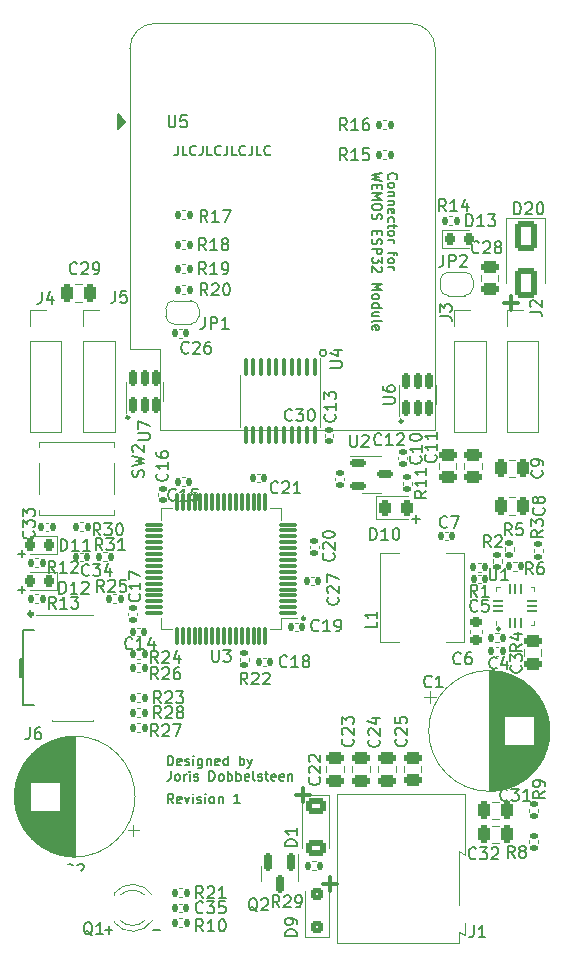
<source format=gto>
%TF.GenerationSoftware,KiCad,Pcbnew,7.0.1*%
%TF.CreationDate,2023-06-05T22:57:50+02:00*%
%TF.ProjectId,AxisPCB-STM32F411,41786973-5043-4422-9d53-544d33324634,1*%
%TF.SameCoordinates,Original*%
%TF.FileFunction,Legend,Top*%
%TF.FilePolarity,Positive*%
%FSLAX46Y46*%
G04 Gerber Fmt 4.6, Leading zero omitted, Abs format (unit mm)*
G04 Created by KiCad (PCBNEW 7.0.1) date 2023-06-05 22:57:50*
%MOMM*%
%LPD*%
G01*
G04 APERTURE LIST*
G04 Aperture macros list*
%AMRoundRect*
0 Rectangle with rounded corners*
0 $1 Rounding radius*
0 $2 $3 $4 $5 $6 $7 $8 $9 X,Y pos of 4 corners*
0 Add a 4 corners polygon primitive as box body*
4,1,4,$2,$3,$4,$5,$6,$7,$8,$9,$2,$3,0*
0 Add four circle primitives for the rounded corners*
1,1,$1+$1,$2,$3*
1,1,$1+$1,$4,$5*
1,1,$1+$1,$6,$7*
1,1,$1+$1,$8,$9*
0 Add four rect primitives between the rounded corners*
20,1,$1+$1,$2,$3,$4,$5,0*
20,1,$1+$1,$4,$5,$6,$7,0*
20,1,$1+$1,$6,$7,$8,$9,0*
20,1,$1+$1,$8,$9,$2,$3,0*%
%AMFreePoly0*
4,1,19,0.500000,-0.750000,0.000000,-0.750000,0.000000,-0.744911,-0.071157,-0.744911,-0.207708,-0.704816,-0.327430,-0.627875,-0.420627,-0.520320,-0.479746,-0.390866,-0.500000,-0.250000,-0.500000,0.250000,-0.479746,0.390866,-0.420627,0.520320,-0.327430,0.627875,-0.207708,0.704816,-0.071157,0.744911,0.000000,0.744911,0.000000,0.750000,0.500000,0.750000,0.500000,-0.750000,0.500000,-0.750000,
$1*%
%AMFreePoly1*
4,1,19,0.000000,0.744911,0.071157,0.744911,0.207708,0.704816,0.327430,0.627875,0.420627,0.520320,0.479746,0.390866,0.500000,0.250000,0.500000,-0.250000,0.479746,-0.390866,0.420627,-0.520320,0.327430,-0.627875,0.207708,-0.704816,0.071157,-0.744911,0.000000,-0.744911,0.000000,-0.750000,-0.500000,-0.750000,-0.500000,0.750000,0.000000,0.750000,0.000000,0.744911,0.000000,0.744911,
$1*%
%AMFreePoly2*
4,1,14,0.289644,0.110355,0.410355,-0.010356,0.425000,-0.045711,0.425000,-0.075000,0.410355,-0.110355,0.375000,-0.125000,-0.375000,-0.125000,-0.410355,-0.110355,-0.425000,-0.075000,-0.425000,0.075000,-0.410355,0.110355,-0.375000,0.125000,0.254289,0.125000,0.289644,0.110355,0.289644,0.110355,$1*%
%AMFreePoly3*
4,1,14,0.410355,0.110355,0.425000,0.075000,0.425000,0.045711,0.410355,0.010356,0.289644,-0.110355,0.254289,-0.125000,-0.375000,-0.125000,-0.410355,-0.110355,-0.425000,-0.075000,-0.425000,0.075000,-0.410355,0.110355,-0.375000,0.125000,0.375000,0.125000,0.410355,0.110355,0.410355,0.110355,$1*%
%AMFreePoly4*
4,1,14,0.110355,0.410355,0.125000,0.375000,0.125000,-0.375000,0.110355,-0.410355,0.075000,-0.425000,-0.075000,-0.425000,-0.110355,-0.410355,-0.125000,-0.375000,-0.125000,0.254289,-0.110355,0.289644,0.010356,0.410355,0.045711,0.425000,0.075000,0.425000,0.110355,0.410355,0.110355,0.410355,$1*%
%AMFreePoly5*
4,1,14,-0.010356,0.410355,0.110355,0.289644,0.125000,0.254289,0.125000,-0.375000,0.110355,-0.410355,0.075000,-0.425000,-0.075000,-0.425000,-0.110355,-0.410355,-0.125000,-0.375000,-0.125000,0.375000,-0.110355,0.410355,-0.075000,0.425000,-0.045711,0.425000,-0.010356,0.410355,-0.010356,0.410355,$1*%
%AMFreePoly6*
4,1,14,0.410355,0.110355,0.425000,0.075000,0.425000,-0.075000,0.410355,-0.110355,0.375000,-0.125000,-0.254289,-0.125000,-0.289644,-0.110355,-0.410355,0.010356,-0.425000,0.045711,-0.425000,0.075000,-0.410355,0.110355,-0.375000,0.125000,0.375000,0.125000,0.410355,0.110355,0.410355,0.110355,$1*%
%AMFreePoly7*
4,1,14,0.410355,0.110355,0.425000,0.075000,0.425000,-0.075000,0.410355,-0.110355,0.375000,-0.125000,-0.375000,-0.125000,-0.410355,-0.110355,-0.425000,-0.075000,-0.425000,-0.045711,-0.410355,-0.010355,-0.289643,0.110355,-0.254289,0.125000,0.375000,0.125000,0.410355,0.110355,0.410355,0.110355,$1*%
%AMFreePoly8*
4,1,14,0.110355,0.410355,0.125000,0.375000,0.125000,-0.254289,0.110355,-0.289644,-0.010356,-0.410355,-0.045711,-0.425000,-0.075000,-0.425000,-0.110355,-0.410355,-0.125000,-0.375000,-0.125000,0.375000,-0.110355,0.410355,-0.075000,0.425000,0.075000,0.425000,0.110355,0.410355,0.110355,0.410355,$1*%
%AMFreePoly9*
4,1,14,0.110355,0.410355,0.125000,0.375000,0.125000,-0.375000,0.110355,-0.410355,0.075000,-0.425000,0.045711,-0.425000,0.010356,-0.410355,-0.110355,-0.289644,-0.125000,-0.254289,-0.125000,0.375000,-0.110355,0.410355,-0.075000,0.425000,0.075000,0.425000,0.110355,0.410355,0.110355,0.410355,$1*%
G04 Aperture macros list end*
%ADD10C,0.152400*%
%ADD11C,0.304800*%
%ADD12C,0.150000*%
%ADD13C,0.255805*%
%ADD14C,0.330200*%
%ADD15C,0.120000*%
%ADD16RoundRect,0.140000X0.140000X0.170000X-0.140000X0.170000X-0.140000X-0.170000X0.140000X-0.170000X0*%
%ADD17C,2.000000*%
%ADD18RoundRect,0.250000X0.475000X-0.250000X0.475000X0.250000X-0.475000X0.250000X-0.475000X-0.250000X0*%
%ADD19RoundRect,0.250000X-0.250000X-0.475000X0.250000X-0.475000X0.250000X0.475000X-0.250000X0.475000X0*%
%ADD20RoundRect,0.135000X-0.185000X0.135000X-0.185000X-0.135000X0.185000X-0.135000X0.185000X0.135000X0*%
%ADD21RoundRect,0.140000X-0.140000X-0.170000X0.140000X-0.170000X0.140000X0.170000X-0.140000X0.170000X0*%
%ADD22C,5.600000*%
%ADD23C,3.600000*%
%ADD24RoundRect,0.135000X0.135000X0.185000X-0.135000X0.185000X-0.135000X-0.185000X0.135000X-0.185000X0*%
%ADD25RoundRect,0.135000X0.185000X-0.135000X0.185000X0.135000X-0.185000X0.135000X-0.185000X-0.135000X0*%
%ADD26RoundRect,0.150000X-0.512500X-0.150000X0.512500X-0.150000X0.512500X0.150000X-0.512500X0.150000X0*%
%ADD27RoundRect,0.135000X-0.135000X-0.185000X0.135000X-0.185000X0.135000X0.185000X-0.135000X0.185000X0*%
%ADD28R,1.980000X3.960000*%
%ADD29O,1.980000X3.960000*%
%ADD30FreePoly0,180.000000*%
%ADD31FreePoly1,180.000000*%
%ADD32R,2.000000X2.000000*%
%ADD33R,3.500000X2.350000*%
%ADD34RoundRect,0.225000X-0.250000X0.225000X-0.250000X-0.225000X0.250000X-0.225000X0.250000X0.225000X0*%
%ADD35R,1.700000X1.700000*%
%ADD36O,1.700000X1.700000*%
%ADD37RoundRect,0.140000X0.170000X-0.140000X0.170000X0.140000X-0.170000X0.140000X-0.170000X-0.140000X0*%
%ADD38RoundRect,0.150000X0.150000X-0.512500X0.150000X0.512500X-0.150000X0.512500X-0.150000X-0.512500X0*%
%ADD39RoundRect,0.140000X-0.170000X0.140000X-0.170000X-0.140000X0.170000X-0.140000X0.170000X0.140000X0*%
%ADD40RoundRect,0.075000X0.700000X0.075000X-0.700000X0.075000X-0.700000X-0.075000X0.700000X-0.075000X0*%
%ADD41RoundRect,0.075000X0.075000X0.700000X-0.075000X0.700000X-0.075000X-0.700000X0.075000X-0.700000X0*%
%ADD42RoundRect,0.100000X-0.100000X0.637500X-0.100000X-0.637500X0.100000X-0.637500X0.100000X0.637500X0*%
%ADD43O,2.000000X1.600000*%
%ADD44R,2.750000X1.000000*%
%ADD45RoundRect,0.150000X-0.150000X0.587500X-0.150000X-0.587500X0.150000X-0.587500X0.150000X0.587500X0*%
%ADD46R,2.400000X0.740000*%
%ADD47R,1.800000X1.800000*%
%ADD48C,1.800000*%
%ADD49FreePoly2,90.000000*%
%ADD50RoundRect,0.062500X0.062500X-0.362500X0.062500X0.362500X-0.062500X0.362500X-0.062500X-0.362500X0*%
%ADD51FreePoly3,90.000000*%
%ADD52FreePoly4,90.000000*%
%ADD53RoundRect,0.062500X0.362500X-0.062500X0.362500X0.062500X-0.362500X0.062500X-0.362500X-0.062500X0*%
%ADD54FreePoly5,90.000000*%
%ADD55FreePoly6,90.000000*%
%ADD56FreePoly7,90.000000*%
%ADD57FreePoly8,90.000000*%
%ADD58FreePoly9,90.000000*%
%ADD59R,1.550000X1.550000*%
%ADD60RoundRect,0.218750X0.218750X0.256250X-0.218750X0.256250X-0.218750X-0.256250X0.218750X-0.256250X0*%
%ADD61RoundRect,0.250000X0.300000X-0.300000X0.300000X0.300000X-0.300000X0.300000X-0.300000X-0.300000X0*%
%ADD62RoundRect,0.250000X-0.475000X0.250000X-0.475000X-0.250000X0.475000X-0.250000X0.475000X0.250000X0*%
%ADD63RoundRect,0.218750X-0.218750X-0.256250X0.218750X-0.256250X0.218750X0.256250X-0.218750X0.256250X0*%
%ADD64RoundRect,0.250000X-0.650000X1.000000X-0.650000X-1.000000X0.650000X-1.000000X0.650000X1.000000X0*%
%ADD65RoundRect,0.243750X-0.243750X-0.456250X0.243750X-0.456250X0.243750X0.456250X-0.243750X0.456250X0*%
%ADD66RoundRect,0.250000X-0.600000X0.400000X-0.600000X-0.400000X0.600000X-0.400000X0.600000X0.400000X0*%
G04 APERTURE END LIST*
D10*
X115189000Y-76581000D02*
X116078000Y-76581000D01*
X115189000Y-70231000D02*
X115189000Y-76581000D01*
X116078000Y-70231000D02*
X115189000Y-70231000D01*
X114935000Y-72644000D02*
X115189000Y-72644000D01*
X115189000Y-74168000D01*
X114935000Y-74168000D01*
X114935000Y-72644000D01*
G36*
X114935000Y-72644000D02*
G01*
X115189000Y-72644000D01*
X115189000Y-74168000D01*
X114935000Y-74168000D01*
X114935000Y-72644000D01*
G37*
D11*
X138284857Y-84195920D02*
X139446000Y-84195920D01*
X138865428Y-84776491D02*
X138865428Y-83615348D01*
X140570857Y-91688920D02*
X141732000Y-91688920D01*
X141151428Y-92269491D02*
X141151428Y-91108348D01*
X155937857Y-42539920D02*
X157099000Y-42539920D01*
X156518428Y-43120491D02*
X156518428Y-41959348D01*
D12*
X146146616Y-32026980D02*
X146107912Y-31988276D01*
X146107912Y-31988276D02*
X146069207Y-31872161D01*
X146069207Y-31872161D02*
X146069207Y-31794752D01*
X146069207Y-31794752D02*
X146107912Y-31678638D01*
X146107912Y-31678638D02*
X146185321Y-31601228D01*
X146185321Y-31601228D02*
X146262731Y-31562523D01*
X146262731Y-31562523D02*
X146417550Y-31523819D01*
X146417550Y-31523819D02*
X146533664Y-31523819D01*
X146533664Y-31523819D02*
X146688483Y-31562523D01*
X146688483Y-31562523D02*
X146765892Y-31601228D01*
X146765892Y-31601228D02*
X146843302Y-31678638D01*
X146843302Y-31678638D02*
X146882007Y-31794752D01*
X146882007Y-31794752D02*
X146882007Y-31872161D01*
X146882007Y-31872161D02*
X146843302Y-31988276D01*
X146843302Y-31988276D02*
X146804597Y-32026980D01*
X146069207Y-32491438D02*
X146107912Y-32414028D01*
X146107912Y-32414028D02*
X146146616Y-32375323D01*
X146146616Y-32375323D02*
X146224026Y-32336619D01*
X146224026Y-32336619D02*
X146456254Y-32336619D01*
X146456254Y-32336619D02*
X146533664Y-32375323D01*
X146533664Y-32375323D02*
X146572369Y-32414028D01*
X146572369Y-32414028D02*
X146611073Y-32491438D01*
X146611073Y-32491438D02*
X146611073Y-32607552D01*
X146611073Y-32607552D02*
X146572369Y-32684961D01*
X146572369Y-32684961D02*
X146533664Y-32723666D01*
X146533664Y-32723666D02*
X146456254Y-32762371D01*
X146456254Y-32762371D02*
X146224026Y-32762371D01*
X146224026Y-32762371D02*
X146146616Y-32723666D01*
X146146616Y-32723666D02*
X146107912Y-32684961D01*
X146107912Y-32684961D02*
X146069207Y-32607552D01*
X146069207Y-32607552D02*
X146069207Y-32491438D01*
X146611073Y-33110713D02*
X146069207Y-33110713D01*
X146533664Y-33110713D02*
X146572369Y-33149418D01*
X146572369Y-33149418D02*
X146611073Y-33226828D01*
X146611073Y-33226828D02*
X146611073Y-33342942D01*
X146611073Y-33342942D02*
X146572369Y-33420351D01*
X146572369Y-33420351D02*
X146494959Y-33459056D01*
X146494959Y-33459056D02*
X146069207Y-33459056D01*
X146611073Y-33846103D02*
X146069207Y-33846103D01*
X146533664Y-33846103D02*
X146572369Y-33884808D01*
X146572369Y-33884808D02*
X146611073Y-33962218D01*
X146611073Y-33962218D02*
X146611073Y-34078332D01*
X146611073Y-34078332D02*
X146572369Y-34155741D01*
X146572369Y-34155741D02*
X146494959Y-34194446D01*
X146494959Y-34194446D02*
X146069207Y-34194446D01*
X146107912Y-34891131D02*
X146069207Y-34813722D01*
X146069207Y-34813722D02*
X146069207Y-34658903D01*
X146069207Y-34658903D02*
X146107912Y-34581493D01*
X146107912Y-34581493D02*
X146185321Y-34542789D01*
X146185321Y-34542789D02*
X146494959Y-34542789D01*
X146494959Y-34542789D02*
X146572369Y-34581493D01*
X146572369Y-34581493D02*
X146611073Y-34658903D01*
X146611073Y-34658903D02*
X146611073Y-34813722D01*
X146611073Y-34813722D02*
X146572369Y-34891131D01*
X146572369Y-34891131D02*
X146494959Y-34929836D01*
X146494959Y-34929836D02*
X146417550Y-34929836D01*
X146417550Y-34929836D02*
X146340140Y-34542789D01*
X146107912Y-35626522D02*
X146069207Y-35549113D01*
X146069207Y-35549113D02*
X146069207Y-35394294D01*
X146069207Y-35394294D02*
X146107912Y-35316884D01*
X146107912Y-35316884D02*
X146146616Y-35278179D01*
X146146616Y-35278179D02*
X146224026Y-35239475D01*
X146224026Y-35239475D02*
X146456254Y-35239475D01*
X146456254Y-35239475D02*
X146533664Y-35278179D01*
X146533664Y-35278179D02*
X146572369Y-35316884D01*
X146572369Y-35316884D02*
X146611073Y-35394294D01*
X146611073Y-35394294D02*
X146611073Y-35549113D01*
X146611073Y-35549113D02*
X146572369Y-35626522D01*
X146611073Y-35858751D02*
X146611073Y-36168389D01*
X146882007Y-35974865D02*
X146185321Y-35974865D01*
X146185321Y-35974865D02*
X146107912Y-36013570D01*
X146107912Y-36013570D02*
X146069207Y-36090980D01*
X146069207Y-36090980D02*
X146069207Y-36168389D01*
X146069207Y-36555437D02*
X146107912Y-36478027D01*
X146107912Y-36478027D02*
X146146616Y-36439322D01*
X146146616Y-36439322D02*
X146224026Y-36400618D01*
X146224026Y-36400618D02*
X146456254Y-36400618D01*
X146456254Y-36400618D02*
X146533664Y-36439322D01*
X146533664Y-36439322D02*
X146572369Y-36478027D01*
X146572369Y-36478027D02*
X146611073Y-36555437D01*
X146611073Y-36555437D02*
X146611073Y-36671551D01*
X146611073Y-36671551D02*
X146572369Y-36748960D01*
X146572369Y-36748960D02*
X146533664Y-36787665D01*
X146533664Y-36787665D02*
X146456254Y-36826370D01*
X146456254Y-36826370D02*
X146224026Y-36826370D01*
X146224026Y-36826370D02*
X146146616Y-36787665D01*
X146146616Y-36787665D02*
X146107912Y-36748960D01*
X146107912Y-36748960D02*
X146069207Y-36671551D01*
X146069207Y-36671551D02*
X146069207Y-36555437D01*
X146069207Y-37174712D02*
X146611073Y-37174712D01*
X146456254Y-37174712D02*
X146533664Y-37213417D01*
X146533664Y-37213417D02*
X146572369Y-37252122D01*
X146572369Y-37252122D02*
X146611073Y-37329531D01*
X146611073Y-37329531D02*
X146611073Y-37406941D01*
X146611073Y-38181036D02*
X146611073Y-38490674D01*
X146069207Y-38297150D02*
X146765892Y-38297150D01*
X146765892Y-38297150D02*
X146843302Y-38335855D01*
X146843302Y-38335855D02*
X146882007Y-38413265D01*
X146882007Y-38413265D02*
X146882007Y-38490674D01*
X146069207Y-38877722D02*
X146107912Y-38800312D01*
X146107912Y-38800312D02*
X146146616Y-38761607D01*
X146146616Y-38761607D02*
X146224026Y-38722903D01*
X146224026Y-38722903D02*
X146456254Y-38722903D01*
X146456254Y-38722903D02*
X146533664Y-38761607D01*
X146533664Y-38761607D02*
X146572369Y-38800312D01*
X146572369Y-38800312D02*
X146611073Y-38877722D01*
X146611073Y-38877722D02*
X146611073Y-38993836D01*
X146611073Y-38993836D02*
X146572369Y-39071245D01*
X146572369Y-39071245D02*
X146533664Y-39109950D01*
X146533664Y-39109950D02*
X146456254Y-39148655D01*
X146456254Y-39148655D02*
X146224026Y-39148655D01*
X146224026Y-39148655D02*
X146146616Y-39109950D01*
X146146616Y-39109950D02*
X146107912Y-39071245D01*
X146107912Y-39071245D02*
X146069207Y-38993836D01*
X146069207Y-38993836D02*
X146069207Y-38877722D01*
X146069207Y-39496997D02*
X146611073Y-39496997D01*
X146456254Y-39496997D02*
X146533664Y-39535702D01*
X146533664Y-39535702D02*
X146572369Y-39574407D01*
X146572369Y-39574407D02*
X146611073Y-39651816D01*
X146611073Y-39651816D02*
X146611073Y-39729226D01*
X145565271Y-31485114D02*
X144752471Y-31678638D01*
X144752471Y-31678638D02*
X145333042Y-31833457D01*
X145333042Y-31833457D02*
X144752471Y-31988276D01*
X144752471Y-31988276D02*
X145565271Y-32181800D01*
X145178223Y-32491437D02*
X145178223Y-32762371D01*
X144752471Y-32878485D02*
X144752471Y-32491437D01*
X144752471Y-32491437D02*
X145565271Y-32491437D01*
X145565271Y-32491437D02*
X145565271Y-32878485D01*
X144752471Y-33226827D02*
X145565271Y-33226827D01*
X145565271Y-33226827D02*
X144984699Y-33497761D01*
X144984699Y-33497761D02*
X145565271Y-33768694D01*
X145565271Y-33768694D02*
X144752471Y-33768694D01*
X145565271Y-34310560D02*
X145565271Y-34465379D01*
X145565271Y-34465379D02*
X145526566Y-34542789D01*
X145526566Y-34542789D02*
X145449156Y-34620198D01*
X145449156Y-34620198D02*
X145294337Y-34658903D01*
X145294337Y-34658903D02*
X145023404Y-34658903D01*
X145023404Y-34658903D02*
X144868585Y-34620198D01*
X144868585Y-34620198D02*
X144791176Y-34542789D01*
X144791176Y-34542789D02*
X144752471Y-34465379D01*
X144752471Y-34465379D02*
X144752471Y-34310560D01*
X144752471Y-34310560D02*
X144791176Y-34233151D01*
X144791176Y-34233151D02*
X144868585Y-34155741D01*
X144868585Y-34155741D02*
X145023404Y-34117037D01*
X145023404Y-34117037D02*
X145294337Y-34117037D01*
X145294337Y-34117037D02*
X145449156Y-34155741D01*
X145449156Y-34155741D02*
X145526566Y-34233151D01*
X145526566Y-34233151D02*
X145565271Y-34310560D01*
X144791176Y-34968542D02*
X144752471Y-35084656D01*
X144752471Y-35084656D02*
X144752471Y-35278180D01*
X144752471Y-35278180D02*
X144791176Y-35355589D01*
X144791176Y-35355589D02*
X144829880Y-35394294D01*
X144829880Y-35394294D02*
X144907290Y-35432999D01*
X144907290Y-35432999D02*
X144984699Y-35432999D01*
X144984699Y-35432999D02*
X145062109Y-35394294D01*
X145062109Y-35394294D02*
X145100814Y-35355589D01*
X145100814Y-35355589D02*
X145139518Y-35278180D01*
X145139518Y-35278180D02*
X145178223Y-35123361D01*
X145178223Y-35123361D02*
X145216928Y-35045951D01*
X145216928Y-35045951D02*
X145255633Y-35007246D01*
X145255633Y-35007246D02*
X145333042Y-34968542D01*
X145333042Y-34968542D02*
X145410452Y-34968542D01*
X145410452Y-34968542D02*
X145487861Y-35007246D01*
X145487861Y-35007246D02*
X145526566Y-35045951D01*
X145526566Y-35045951D02*
X145565271Y-35123361D01*
X145565271Y-35123361D02*
X145565271Y-35316884D01*
X145565271Y-35316884D02*
X145526566Y-35432999D01*
X145178223Y-36400617D02*
X145178223Y-36671551D01*
X144752471Y-36787665D02*
X144752471Y-36400617D01*
X144752471Y-36400617D02*
X145565271Y-36400617D01*
X145565271Y-36400617D02*
X145565271Y-36787665D01*
X144791176Y-37097303D02*
X144752471Y-37213417D01*
X144752471Y-37213417D02*
X144752471Y-37406941D01*
X144752471Y-37406941D02*
X144791176Y-37484350D01*
X144791176Y-37484350D02*
X144829880Y-37523055D01*
X144829880Y-37523055D02*
X144907290Y-37561760D01*
X144907290Y-37561760D02*
X144984699Y-37561760D01*
X144984699Y-37561760D02*
X145062109Y-37523055D01*
X145062109Y-37523055D02*
X145100814Y-37484350D01*
X145100814Y-37484350D02*
X145139518Y-37406941D01*
X145139518Y-37406941D02*
X145178223Y-37252122D01*
X145178223Y-37252122D02*
X145216928Y-37174712D01*
X145216928Y-37174712D02*
X145255633Y-37136007D01*
X145255633Y-37136007D02*
X145333042Y-37097303D01*
X145333042Y-37097303D02*
X145410452Y-37097303D01*
X145410452Y-37097303D02*
X145487861Y-37136007D01*
X145487861Y-37136007D02*
X145526566Y-37174712D01*
X145526566Y-37174712D02*
X145565271Y-37252122D01*
X145565271Y-37252122D02*
X145565271Y-37445645D01*
X145565271Y-37445645D02*
X145526566Y-37561760D01*
X144752471Y-37910102D02*
X145565271Y-37910102D01*
X145565271Y-37910102D02*
X145565271Y-38219740D01*
X145565271Y-38219740D02*
X145526566Y-38297150D01*
X145526566Y-38297150D02*
X145487861Y-38335855D01*
X145487861Y-38335855D02*
X145410452Y-38374559D01*
X145410452Y-38374559D02*
X145294337Y-38374559D01*
X145294337Y-38374559D02*
X145216928Y-38335855D01*
X145216928Y-38335855D02*
X145178223Y-38297150D01*
X145178223Y-38297150D02*
X145139518Y-38219740D01*
X145139518Y-38219740D02*
X145139518Y-37910102D01*
X145565271Y-38645493D02*
X145565271Y-39148655D01*
X145565271Y-39148655D02*
X145255633Y-38877721D01*
X145255633Y-38877721D02*
X145255633Y-38993836D01*
X145255633Y-38993836D02*
X145216928Y-39071245D01*
X145216928Y-39071245D02*
X145178223Y-39109950D01*
X145178223Y-39109950D02*
X145100814Y-39148655D01*
X145100814Y-39148655D02*
X144907290Y-39148655D01*
X144907290Y-39148655D02*
X144829880Y-39109950D01*
X144829880Y-39109950D02*
X144791176Y-39071245D01*
X144791176Y-39071245D02*
X144752471Y-38993836D01*
X144752471Y-38993836D02*
X144752471Y-38761607D01*
X144752471Y-38761607D02*
X144791176Y-38684198D01*
X144791176Y-38684198D02*
X144829880Y-38645493D01*
X145487861Y-39458293D02*
X145526566Y-39496997D01*
X145526566Y-39496997D02*
X145565271Y-39574407D01*
X145565271Y-39574407D02*
X145565271Y-39767931D01*
X145565271Y-39767931D02*
X145526566Y-39845340D01*
X145526566Y-39845340D02*
X145487861Y-39884045D01*
X145487861Y-39884045D02*
X145410452Y-39922750D01*
X145410452Y-39922750D02*
X145333042Y-39922750D01*
X145333042Y-39922750D02*
X145216928Y-39884045D01*
X145216928Y-39884045D02*
X144752471Y-39419588D01*
X144752471Y-39419588D02*
X144752471Y-39922750D01*
X144752471Y-40890368D02*
X145565271Y-40890368D01*
X145565271Y-40890368D02*
X144984699Y-41161302D01*
X144984699Y-41161302D02*
X145565271Y-41432235D01*
X145565271Y-41432235D02*
X144752471Y-41432235D01*
X144752471Y-41935397D02*
X144791176Y-41857987D01*
X144791176Y-41857987D02*
X144829880Y-41819282D01*
X144829880Y-41819282D02*
X144907290Y-41780578D01*
X144907290Y-41780578D02*
X145139518Y-41780578D01*
X145139518Y-41780578D02*
X145216928Y-41819282D01*
X145216928Y-41819282D02*
X145255633Y-41857987D01*
X145255633Y-41857987D02*
X145294337Y-41935397D01*
X145294337Y-41935397D02*
X145294337Y-42051511D01*
X145294337Y-42051511D02*
X145255633Y-42128920D01*
X145255633Y-42128920D02*
X145216928Y-42167625D01*
X145216928Y-42167625D02*
X145139518Y-42206330D01*
X145139518Y-42206330D02*
X144907290Y-42206330D01*
X144907290Y-42206330D02*
X144829880Y-42167625D01*
X144829880Y-42167625D02*
X144791176Y-42128920D01*
X144791176Y-42128920D02*
X144752471Y-42051511D01*
X144752471Y-42051511D02*
X144752471Y-41935397D01*
X144752471Y-42903015D02*
X145565271Y-42903015D01*
X144791176Y-42903015D02*
X144752471Y-42825606D01*
X144752471Y-42825606D02*
X144752471Y-42670787D01*
X144752471Y-42670787D02*
X144791176Y-42593377D01*
X144791176Y-42593377D02*
X144829880Y-42554672D01*
X144829880Y-42554672D02*
X144907290Y-42515968D01*
X144907290Y-42515968D02*
X145139518Y-42515968D01*
X145139518Y-42515968D02*
X145216928Y-42554672D01*
X145216928Y-42554672D02*
X145255633Y-42593377D01*
X145255633Y-42593377D02*
X145294337Y-42670787D01*
X145294337Y-42670787D02*
X145294337Y-42825606D01*
X145294337Y-42825606D02*
X145255633Y-42903015D01*
X145294337Y-43638405D02*
X144752471Y-43638405D01*
X145294337Y-43290062D02*
X144868585Y-43290062D01*
X144868585Y-43290062D02*
X144791176Y-43328767D01*
X144791176Y-43328767D02*
X144752471Y-43406177D01*
X144752471Y-43406177D02*
X144752471Y-43522291D01*
X144752471Y-43522291D02*
X144791176Y-43599700D01*
X144791176Y-43599700D02*
X144829880Y-43638405D01*
X144752471Y-44141567D02*
X144791176Y-44064157D01*
X144791176Y-44064157D02*
X144868585Y-44025452D01*
X144868585Y-44025452D02*
X145565271Y-44025452D01*
X144791176Y-44760842D02*
X144752471Y-44683433D01*
X144752471Y-44683433D02*
X144752471Y-44528614D01*
X144752471Y-44528614D02*
X144791176Y-44451204D01*
X144791176Y-44451204D02*
X144868585Y-44412500D01*
X144868585Y-44412500D02*
X145178223Y-44412500D01*
X145178223Y-44412500D02*
X145255633Y-44451204D01*
X145255633Y-44451204D02*
X145294337Y-44528614D01*
X145294337Y-44528614D02*
X145294337Y-44683433D01*
X145294337Y-44683433D02*
X145255633Y-44760842D01*
X145255633Y-44760842D02*
X145178223Y-44799547D01*
X145178223Y-44799547D02*
X145100814Y-44799547D01*
X145100814Y-44799547D02*
X145023404Y-44412500D01*
D10*
X127911980Y-84863528D02*
X127641047Y-84476481D01*
X127447523Y-84863528D02*
X127447523Y-84050728D01*
X127447523Y-84050728D02*
X127757161Y-84050728D01*
X127757161Y-84050728D02*
X127834571Y-84089433D01*
X127834571Y-84089433D02*
X127873276Y-84128138D01*
X127873276Y-84128138D02*
X127911980Y-84205547D01*
X127911980Y-84205547D02*
X127911980Y-84321662D01*
X127911980Y-84321662D02*
X127873276Y-84399071D01*
X127873276Y-84399071D02*
X127834571Y-84437776D01*
X127834571Y-84437776D02*
X127757161Y-84476481D01*
X127757161Y-84476481D02*
X127447523Y-84476481D01*
X128569961Y-84824824D02*
X128492552Y-84863528D01*
X128492552Y-84863528D02*
X128337733Y-84863528D01*
X128337733Y-84863528D02*
X128260323Y-84824824D01*
X128260323Y-84824824D02*
X128221619Y-84747414D01*
X128221619Y-84747414D02*
X128221619Y-84437776D01*
X128221619Y-84437776D02*
X128260323Y-84360366D01*
X128260323Y-84360366D02*
X128337733Y-84321662D01*
X128337733Y-84321662D02*
X128492552Y-84321662D01*
X128492552Y-84321662D02*
X128569961Y-84360366D01*
X128569961Y-84360366D02*
X128608666Y-84437776D01*
X128608666Y-84437776D02*
X128608666Y-84515185D01*
X128608666Y-84515185D02*
X128221619Y-84592595D01*
X128879600Y-84321662D02*
X129073124Y-84863528D01*
X129073124Y-84863528D02*
X129266647Y-84321662D01*
X129576285Y-84863528D02*
X129576285Y-84321662D01*
X129576285Y-84050728D02*
X129537581Y-84089433D01*
X129537581Y-84089433D02*
X129576285Y-84128138D01*
X129576285Y-84128138D02*
X129614990Y-84089433D01*
X129614990Y-84089433D02*
X129576285Y-84050728D01*
X129576285Y-84050728D02*
X129576285Y-84128138D01*
X129924629Y-84824824D02*
X130002038Y-84863528D01*
X130002038Y-84863528D02*
X130156857Y-84863528D01*
X130156857Y-84863528D02*
X130234267Y-84824824D01*
X130234267Y-84824824D02*
X130272971Y-84747414D01*
X130272971Y-84747414D02*
X130272971Y-84708709D01*
X130272971Y-84708709D02*
X130234267Y-84631300D01*
X130234267Y-84631300D02*
X130156857Y-84592595D01*
X130156857Y-84592595D02*
X130040743Y-84592595D01*
X130040743Y-84592595D02*
X129963333Y-84553890D01*
X129963333Y-84553890D02*
X129924629Y-84476481D01*
X129924629Y-84476481D02*
X129924629Y-84437776D01*
X129924629Y-84437776D02*
X129963333Y-84360366D01*
X129963333Y-84360366D02*
X130040743Y-84321662D01*
X130040743Y-84321662D02*
X130156857Y-84321662D01*
X130156857Y-84321662D02*
X130234267Y-84360366D01*
X130621314Y-84863528D02*
X130621314Y-84321662D01*
X130621314Y-84050728D02*
X130582610Y-84089433D01*
X130582610Y-84089433D02*
X130621314Y-84128138D01*
X130621314Y-84128138D02*
X130660019Y-84089433D01*
X130660019Y-84089433D02*
X130621314Y-84050728D01*
X130621314Y-84050728D02*
X130621314Y-84128138D01*
X131124477Y-84863528D02*
X131047067Y-84824824D01*
X131047067Y-84824824D02*
X131008362Y-84786119D01*
X131008362Y-84786119D02*
X130969658Y-84708709D01*
X130969658Y-84708709D02*
X130969658Y-84476481D01*
X130969658Y-84476481D02*
X131008362Y-84399071D01*
X131008362Y-84399071D02*
X131047067Y-84360366D01*
X131047067Y-84360366D02*
X131124477Y-84321662D01*
X131124477Y-84321662D02*
X131240591Y-84321662D01*
X131240591Y-84321662D02*
X131318000Y-84360366D01*
X131318000Y-84360366D02*
X131356705Y-84399071D01*
X131356705Y-84399071D02*
X131395410Y-84476481D01*
X131395410Y-84476481D02*
X131395410Y-84708709D01*
X131395410Y-84708709D02*
X131356705Y-84786119D01*
X131356705Y-84786119D02*
X131318000Y-84824824D01*
X131318000Y-84824824D02*
X131240591Y-84863528D01*
X131240591Y-84863528D02*
X131124477Y-84863528D01*
X131743752Y-84321662D02*
X131743752Y-84863528D01*
X131743752Y-84399071D02*
X131782457Y-84360366D01*
X131782457Y-84360366D02*
X131859867Y-84321662D01*
X131859867Y-84321662D02*
X131975981Y-84321662D01*
X131975981Y-84321662D02*
X132053390Y-84360366D01*
X132053390Y-84360366D02*
X132092095Y-84437776D01*
X132092095Y-84437776D02*
X132092095Y-84863528D01*
X133524171Y-84863528D02*
X133059714Y-84863528D01*
X133291942Y-84863528D02*
X133291942Y-84050728D01*
X133291942Y-84050728D02*
X133214533Y-84166843D01*
X133214533Y-84166843D02*
X133137123Y-84244252D01*
X133137123Y-84244252D02*
X133059714Y-84282957D01*
X127447523Y-81641792D02*
X127447523Y-80828992D01*
X127447523Y-80828992D02*
X127641047Y-80828992D01*
X127641047Y-80828992D02*
X127757161Y-80867697D01*
X127757161Y-80867697D02*
X127834571Y-80945107D01*
X127834571Y-80945107D02*
X127873276Y-81022516D01*
X127873276Y-81022516D02*
X127911980Y-81177335D01*
X127911980Y-81177335D02*
X127911980Y-81293449D01*
X127911980Y-81293449D02*
X127873276Y-81448268D01*
X127873276Y-81448268D02*
X127834571Y-81525678D01*
X127834571Y-81525678D02*
X127757161Y-81603088D01*
X127757161Y-81603088D02*
X127641047Y-81641792D01*
X127641047Y-81641792D02*
X127447523Y-81641792D01*
X128569961Y-81603088D02*
X128492552Y-81641792D01*
X128492552Y-81641792D02*
X128337733Y-81641792D01*
X128337733Y-81641792D02*
X128260323Y-81603088D01*
X128260323Y-81603088D02*
X128221619Y-81525678D01*
X128221619Y-81525678D02*
X128221619Y-81216040D01*
X128221619Y-81216040D02*
X128260323Y-81138630D01*
X128260323Y-81138630D02*
X128337733Y-81099926D01*
X128337733Y-81099926D02*
X128492552Y-81099926D01*
X128492552Y-81099926D02*
X128569961Y-81138630D01*
X128569961Y-81138630D02*
X128608666Y-81216040D01*
X128608666Y-81216040D02*
X128608666Y-81293449D01*
X128608666Y-81293449D02*
X128221619Y-81370859D01*
X128918305Y-81603088D02*
X128995714Y-81641792D01*
X128995714Y-81641792D02*
X129150533Y-81641792D01*
X129150533Y-81641792D02*
X129227943Y-81603088D01*
X129227943Y-81603088D02*
X129266647Y-81525678D01*
X129266647Y-81525678D02*
X129266647Y-81486973D01*
X129266647Y-81486973D02*
X129227943Y-81409564D01*
X129227943Y-81409564D02*
X129150533Y-81370859D01*
X129150533Y-81370859D02*
X129034419Y-81370859D01*
X129034419Y-81370859D02*
X128957009Y-81332154D01*
X128957009Y-81332154D02*
X128918305Y-81254745D01*
X128918305Y-81254745D02*
X128918305Y-81216040D01*
X128918305Y-81216040D02*
X128957009Y-81138630D01*
X128957009Y-81138630D02*
X129034419Y-81099926D01*
X129034419Y-81099926D02*
X129150533Y-81099926D01*
X129150533Y-81099926D02*
X129227943Y-81138630D01*
X129614990Y-81641792D02*
X129614990Y-81099926D01*
X129614990Y-80828992D02*
X129576286Y-80867697D01*
X129576286Y-80867697D02*
X129614990Y-80906402D01*
X129614990Y-80906402D02*
X129653695Y-80867697D01*
X129653695Y-80867697D02*
X129614990Y-80828992D01*
X129614990Y-80828992D02*
X129614990Y-80906402D01*
X130350381Y-81099926D02*
X130350381Y-81757907D01*
X130350381Y-81757907D02*
X130311676Y-81835316D01*
X130311676Y-81835316D02*
X130272972Y-81874021D01*
X130272972Y-81874021D02*
X130195562Y-81912726D01*
X130195562Y-81912726D02*
X130079448Y-81912726D01*
X130079448Y-81912726D02*
X130002038Y-81874021D01*
X130350381Y-81603088D02*
X130272972Y-81641792D01*
X130272972Y-81641792D02*
X130118153Y-81641792D01*
X130118153Y-81641792D02*
X130040743Y-81603088D01*
X130040743Y-81603088D02*
X130002038Y-81564383D01*
X130002038Y-81564383D02*
X129963334Y-81486973D01*
X129963334Y-81486973D02*
X129963334Y-81254745D01*
X129963334Y-81254745D02*
X130002038Y-81177335D01*
X130002038Y-81177335D02*
X130040743Y-81138630D01*
X130040743Y-81138630D02*
X130118153Y-81099926D01*
X130118153Y-81099926D02*
X130272972Y-81099926D01*
X130272972Y-81099926D02*
X130350381Y-81138630D01*
X130737428Y-81099926D02*
X130737428Y-81641792D01*
X130737428Y-81177335D02*
X130776133Y-81138630D01*
X130776133Y-81138630D02*
X130853543Y-81099926D01*
X130853543Y-81099926D02*
X130969657Y-81099926D01*
X130969657Y-81099926D02*
X131047066Y-81138630D01*
X131047066Y-81138630D02*
X131085771Y-81216040D01*
X131085771Y-81216040D02*
X131085771Y-81641792D01*
X131782456Y-81603088D02*
X131705047Y-81641792D01*
X131705047Y-81641792D02*
X131550228Y-81641792D01*
X131550228Y-81641792D02*
X131472818Y-81603088D01*
X131472818Y-81603088D02*
X131434114Y-81525678D01*
X131434114Y-81525678D02*
X131434114Y-81216040D01*
X131434114Y-81216040D02*
X131472818Y-81138630D01*
X131472818Y-81138630D02*
X131550228Y-81099926D01*
X131550228Y-81099926D02*
X131705047Y-81099926D01*
X131705047Y-81099926D02*
X131782456Y-81138630D01*
X131782456Y-81138630D02*
X131821161Y-81216040D01*
X131821161Y-81216040D02*
X131821161Y-81293449D01*
X131821161Y-81293449D02*
X131434114Y-81370859D01*
X132517847Y-81641792D02*
X132517847Y-80828992D01*
X132517847Y-81603088D02*
X132440438Y-81641792D01*
X132440438Y-81641792D02*
X132285619Y-81641792D01*
X132285619Y-81641792D02*
X132208209Y-81603088D01*
X132208209Y-81603088D02*
X132169504Y-81564383D01*
X132169504Y-81564383D02*
X132130800Y-81486973D01*
X132130800Y-81486973D02*
X132130800Y-81254745D01*
X132130800Y-81254745D02*
X132169504Y-81177335D01*
X132169504Y-81177335D02*
X132208209Y-81138630D01*
X132208209Y-81138630D02*
X132285619Y-81099926D01*
X132285619Y-81099926D02*
X132440438Y-81099926D01*
X132440438Y-81099926D02*
X132517847Y-81138630D01*
X133524170Y-81641792D02*
X133524170Y-80828992D01*
X133524170Y-81138630D02*
X133601580Y-81099926D01*
X133601580Y-81099926D02*
X133756399Y-81099926D01*
X133756399Y-81099926D02*
X133833808Y-81138630D01*
X133833808Y-81138630D02*
X133872513Y-81177335D01*
X133872513Y-81177335D02*
X133911218Y-81254745D01*
X133911218Y-81254745D02*
X133911218Y-81486973D01*
X133911218Y-81486973D02*
X133872513Y-81564383D01*
X133872513Y-81564383D02*
X133833808Y-81603088D01*
X133833808Y-81603088D02*
X133756399Y-81641792D01*
X133756399Y-81641792D02*
X133601580Y-81641792D01*
X133601580Y-81641792D02*
X133524170Y-81603088D01*
X134182151Y-81099926D02*
X134375675Y-81641792D01*
X134569198Y-81099926D02*
X134375675Y-81641792D01*
X134375675Y-81641792D02*
X134298265Y-81835316D01*
X134298265Y-81835316D02*
X134259560Y-81874021D01*
X134259560Y-81874021D02*
X134182151Y-81912726D01*
X127679752Y-82145728D02*
X127679752Y-82726300D01*
X127679752Y-82726300D02*
X127641047Y-82842414D01*
X127641047Y-82842414D02*
X127563638Y-82919824D01*
X127563638Y-82919824D02*
X127447523Y-82958528D01*
X127447523Y-82958528D02*
X127370114Y-82958528D01*
X128182914Y-82958528D02*
X128105504Y-82919824D01*
X128105504Y-82919824D02*
X128066799Y-82881119D01*
X128066799Y-82881119D02*
X128028095Y-82803709D01*
X128028095Y-82803709D02*
X128028095Y-82571481D01*
X128028095Y-82571481D02*
X128066799Y-82494071D01*
X128066799Y-82494071D02*
X128105504Y-82455366D01*
X128105504Y-82455366D02*
X128182914Y-82416662D01*
X128182914Y-82416662D02*
X128299028Y-82416662D01*
X128299028Y-82416662D02*
X128376437Y-82455366D01*
X128376437Y-82455366D02*
X128415142Y-82494071D01*
X128415142Y-82494071D02*
X128453847Y-82571481D01*
X128453847Y-82571481D02*
X128453847Y-82803709D01*
X128453847Y-82803709D02*
X128415142Y-82881119D01*
X128415142Y-82881119D02*
X128376437Y-82919824D01*
X128376437Y-82919824D02*
X128299028Y-82958528D01*
X128299028Y-82958528D02*
X128182914Y-82958528D01*
X128802189Y-82958528D02*
X128802189Y-82416662D01*
X128802189Y-82571481D02*
X128840894Y-82494071D01*
X128840894Y-82494071D02*
X128879599Y-82455366D01*
X128879599Y-82455366D02*
X128957008Y-82416662D01*
X128957008Y-82416662D02*
X129034418Y-82416662D01*
X129305351Y-82958528D02*
X129305351Y-82416662D01*
X129305351Y-82145728D02*
X129266647Y-82184433D01*
X129266647Y-82184433D02*
X129305351Y-82223138D01*
X129305351Y-82223138D02*
X129344056Y-82184433D01*
X129344056Y-82184433D02*
X129305351Y-82145728D01*
X129305351Y-82145728D02*
X129305351Y-82223138D01*
X129653695Y-82919824D02*
X129731104Y-82958528D01*
X129731104Y-82958528D02*
X129885923Y-82958528D01*
X129885923Y-82958528D02*
X129963333Y-82919824D01*
X129963333Y-82919824D02*
X130002037Y-82842414D01*
X130002037Y-82842414D02*
X130002037Y-82803709D01*
X130002037Y-82803709D02*
X129963333Y-82726300D01*
X129963333Y-82726300D02*
X129885923Y-82687595D01*
X129885923Y-82687595D02*
X129769809Y-82687595D01*
X129769809Y-82687595D02*
X129692399Y-82648890D01*
X129692399Y-82648890D02*
X129653695Y-82571481D01*
X129653695Y-82571481D02*
X129653695Y-82532776D01*
X129653695Y-82532776D02*
X129692399Y-82455366D01*
X129692399Y-82455366D02*
X129769809Y-82416662D01*
X129769809Y-82416662D02*
X129885923Y-82416662D01*
X129885923Y-82416662D02*
X129963333Y-82455366D01*
X130969656Y-82958528D02*
X130969656Y-82145728D01*
X130969656Y-82145728D02*
X131163180Y-82145728D01*
X131163180Y-82145728D02*
X131279294Y-82184433D01*
X131279294Y-82184433D02*
X131356704Y-82261843D01*
X131356704Y-82261843D02*
X131395409Y-82339252D01*
X131395409Y-82339252D02*
X131434113Y-82494071D01*
X131434113Y-82494071D02*
X131434113Y-82610185D01*
X131434113Y-82610185D02*
X131395409Y-82765004D01*
X131395409Y-82765004D02*
X131356704Y-82842414D01*
X131356704Y-82842414D02*
X131279294Y-82919824D01*
X131279294Y-82919824D02*
X131163180Y-82958528D01*
X131163180Y-82958528D02*
X130969656Y-82958528D01*
X131898571Y-82958528D02*
X131821161Y-82919824D01*
X131821161Y-82919824D02*
X131782456Y-82881119D01*
X131782456Y-82881119D02*
X131743752Y-82803709D01*
X131743752Y-82803709D02*
X131743752Y-82571481D01*
X131743752Y-82571481D02*
X131782456Y-82494071D01*
X131782456Y-82494071D02*
X131821161Y-82455366D01*
X131821161Y-82455366D02*
X131898571Y-82416662D01*
X131898571Y-82416662D02*
X132014685Y-82416662D01*
X132014685Y-82416662D02*
X132092094Y-82455366D01*
X132092094Y-82455366D02*
X132130799Y-82494071D01*
X132130799Y-82494071D02*
X132169504Y-82571481D01*
X132169504Y-82571481D02*
X132169504Y-82803709D01*
X132169504Y-82803709D02*
X132130799Y-82881119D01*
X132130799Y-82881119D02*
X132092094Y-82919824D01*
X132092094Y-82919824D02*
X132014685Y-82958528D01*
X132014685Y-82958528D02*
X131898571Y-82958528D01*
X132517846Y-82958528D02*
X132517846Y-82145728D01*
X132517846Y-82455366D02*
X132595256Y-82416662D01*
X132595256Y-82416662D02*
X132750075Y-82416662D01*
X132750075Y-82416662D02*
X132827484Y-82455366D01*
X132827484Y-82455366D02*
X132866189Y-82494071D01*
X132866189Y-82494071D02*
X132904894Y-82571481D01*
X132904894Y-82571481D02*
X132904894Y-82803709D01*
X132904894Y-82803709D02*
X132866189Y-82881119D01*
X132866189Y-82881119D02*
X132827484Y-82919824D01*
X132827484Y-82919824D02*
X132750075Y-82958528D01*
X132750075Y-82958528D02*
X132595256Y-82958528D01*
X132595256Y-82958528D02*
X132517846Y-82919824D01*
X133253236Y-82958528D02*
X133253236Y-82145728D01*
X133253236Y-82455366D02*
X133330646Y-82416662D01*
X133330646Y-82416662D02*
X133485465Y-82416662D01*
X133485465Y-82416662D02*
X133562874Y-82455366D01*
X133562874Y-82455366D02*
X133601579Y-82494071D01*
X133601579Y-82494071D02*
X133640284Y-82571481D01*
X133640284Y-82571481D02*
X133640284Y-82803709D01*
X133640284Y-82803709D02*
X133601579Y-82881119D01*
X133601579Y-82881119D02*
X133562874Y-82919824D01*
X133562874Y-82919824D02*
X133485465Y-82958528D01*
X133485465Y-82958528D02*
X133330646Y-82958528D01*
X133330646Y-82958528D02*
X133253236Y-82919824D01*
X134298264Y-82919824D02*
X134220855Y-82958528D01*
X134220855Y-82958528D02*
X134066036Y-82958528D01*
X134066036Y-82958528D02*
X133988626Y-82919824D01*
X133988626Y-82919824D02*
X133949922Y-82842414D01*
X133949922Y-82842414D02*
X133949922Y-82532776D01*
X133949922Y-82532776D02*
X133988626Y-82455366D01*
X133988626Y-82455366D02*
X134066036Y-82416662D01*
X134066036Y-82416662D02*
X134220855Y-82416662D01*
X134220855Y-82416662D02*
X134298264Y-82455366D01*
X134298264Y-82455366D02*
X134336969Y-82532776D01*
X134336969Y-82532776D02*
X134336969Y-82610185D01*
X134336969Y-82610185D02*
X133949922Y-82687595D01*
X134801427Y-82958528D02*
X134724017Y-82919824D01*
X134724017Y-82919824D02*
X134685312Y-82842414D01*
X134685312Y-82842414D02*
X134685312Y-82145728D01*
X135072360Y-82919824D02*
X135149769Y-82958528D01*
X135149769Y-82958528D02*
X135304588Y-82958528D01*
X135304588Y-82958528D02*
X135381998Y-82919824D01*
X135381998Y-82919824D02*
X135420702Y-82842414D01*
X135420702Y-82842414D02*
X135420702Y-82803709D01*
X135420702Y-82803709D02*
X135381998Y-82726300D01*
X135381998Y-82726300D02*
X135304588Y-82687595D01*
X135304588Y-82687595D02*
X135188474Y-82687595D01*
X135188474Y-82687595D02*
X135111064Y-82648890D01*
X135111064Y-82648890D02*
X135072360Y-82571481D01*
X135072360Y-82571481D02*
X135072360Y-82532776D01*
X135072360Y-82532776D02*
X135111064Y-82455366D01*
X135111064Y-82455366D02*
X135188474Y-82416662D01*
X135188474Y-82416662D02*
X135304588Y-82416662D01*
X135304588Y-82416662D02*
X135381998Y-82455366D01*
X135652931Y-82416662D02*
X135962569Y-82416662D01*
X135769045Y-82145728D02*
X135769045Y-82842414D01*
X135769045Y-82842414D02*
X135807750Y-82919824D01*
X135807750Y-82919824D02*
X135885160Y-82958528D01*
X135885160Y-82958528D02*
X135962569Y-82958528D01*
X136543140Y-82919824D02*
X136465731Y-82958528D01*
X136465731Y-82958528D02*
X136310912Y-82958528D01*
X136310912Y-82958528D02*
X136233502Y-82919824D01*
X136233502Y-82919824D02*
X136194798Y-82842414D01*
X136194798Y-82842414D02*
X136194798Y-82532776D01*
X136194798Y-82532776D02*
X136233502Y-82455366D01*
X136233502Y-82455366D02*
X136310912Y-82416662D01*
X136310912Y-82416662D02*
X136465731Y-82416662D01*
X136465731Y-82416662D02*
X136543140Y-82455366D01*
X136543140Y-82455366D02*
X136581845Y-82532776D01*
X136581845Y-82532776D02*
X136581845Y-82610185D01*
X136581845Y-82610185D02*
X136194798Y-82687595D01*
X137239826Y-82919824D02*
X137162417Y-82958528D01*
X137162417Y-82958528D02*
X137007598Y-82958528D01*
X137007598Y-82958528D02*
X136930188Y-82919824D01*
X136930188Y-82919824D02*
X136891484Y-82842414D01*
X136891484Y-82842414D02*
X136891484Y-82532776D01*
X136891484Y-82532776D02*
X136930188Y-82455366D01*
X136930188Y-82455366D02*
X137007598Y-82416662D01*
X137007598Y-82416662D02*
X137162417Y-82416662D01*
X137162417Y-82416662D02*
X137239826Y-82455366D01*
X137239826Y-82455366D02*
X137278531Y-82532776D01*
X137278531Y-82532776D02*
X137278531Y-82610185D01*
X137278531Y-82610185D02*
X136891484Y-82687595D01*
X137626874Y-82416662D02*
X137626874Y-82958528D01*
X137626874Y-82494071D02*
X137665579Y-82455366D01*
X137665579Y-82455366D02*
X137742989Y-82416662D01*
X137742989Y-82416662D02*
X137859103Y-82416662D01*
X137859103Y-82416662D02*
X137936512Y-82455366D01*
X137936512Y-82455366D02*
X137975217Y-82532776D01*
X137975217Y-82532776D02*
X137975217Y-82958528D01*
X128314752Y-29186728D02*
X128314752Y-29767300D01*
X128314752Y-29767300D02*
X128276047Y-29883414D01*
X128276047Y-29883414D02*
X128198638Y-29960824D01*
X128198638Y-29960824D02*
X128082523Y-29999528D01*
X128082523Y-29999528D02*
X128005114Y-29999528D01*
X129088847Y-29999528D02*
X128701799Y-29999528D01*
X128701799Y-29999528D02*
X128701799Y-29186728D01*
X129824237Y-29922119D02*
X129785533Y-29960824D01*
X129785533Y-29960824D02*
X129669418Y-29999528D01*
X129669418Y-29999528D02*
X129592009Y-29999528D01*
X129592009Y-29999528D02*
X129475895Y-29960824D01*
X129475895Y-29960824D02*
X129398485Y-29883414D01*
X129398485Y-29883414D02*
X129359780Y-29806004D01*
X129359780Y-29806004D02*
X129321076Y-29651185D01*
X129321076Y-29651185D02*
X129321076Y-29535071D01*
X129321076Y-29535071D02*
X129359780Y-29380252D01*
X129359780Y-29380252D02*
X129398485Y-29302843D01*
X129398485Y-29302843D02*
X129475895Y-29225433D01*
X129475895Y-29225433D02*
X129592009Y-29186728D01*
X129592009Y-29186728D02*
X129669418Y-29186728D01*
X129669418Y-29186728D02*
X129785533Y-29225433D01*
X129785533Y-29225433D02*
X129824237Y-29264138D01*
X130404809Y-29186728D02*
X130404809Y-29767300D01*
X130404809Y-29767300D02*
X130366104Y-29883414D01*
X130366104Y-29883414D02*
X130288695Y-29960824D01*
X130288695Y-29960824D02*
X130172580Y-29999528D01*
X130172580Y-29999528D02*
X130095171Y-29999528D01*
X131178904Y-29999528D02*
X130791856Y-29999528D01*
X130791856Y-29999528D02*
X130791856Y-29186728D01*
X131914294Y-29922119D02*
X131875590Y-29960824D01*
X131875590Y-29960824D02*
X131759475Y-29999528D01*
X131759475Y-29999528D02*
X131682066Y-29999528D01*
X131682066Y-29999528D02*
X131565952Y-29960824D01*
X131565952Y-29960824D02*
X131488542Y-29883414D01*
X131488542Y-29883414D02*
X131449837Y-29806004D01*
X131449837Y-29806004D02*
X131411133Y-29651185D01*
X131411133Y-29651185D02*
X131411133Y-29535071D01*
X131411133Y-29535071D02*
X131449837Y-29380252D01*
X131449837Y-29380252D02*
X131488542Y-29302843D01*
X131488542Y-29302843D02*
X131565952Y-29225433D01*
X131565952Y-29225433D02*
X131682066Y-29186728D01*
X131682066Y-29186728D02*
X131759475Y-29186728D01*
X131759475Y-29186728D02*
X131875590Y-29225433D01*
X131875590Y-29225433D02*
X131914294Y-29264138D01*
X132494866Y-29186728D02*
X132494866Y-29767300D01*
X132494866Y-29767300D02*
X132456161Y-29883414D01*
X132456161Y-29883414D02*
X132378752Y-29960824D01*
X132378752Y-29960824D02*
X132262637Y-29999528D01*
X132262637Y-29999528D02*
X132185228Y-29999528D01*
X133268961Y-29999528D02*
X132881913Y-29999528D01*
X132881913Y-29999528D02*
X132881913Y-29186728D01*
X134004351Y-29922119D02*
X133965647Y-29960824D01*
X133965647Y-29960824D02*
X133849532Y-29999528D01*
X133849532Y-29999528D02*
X133772123Y-29999528D01*
X133772123Y-29999528D02*
X133656009Y-29960824D01*
X133656009Y-29960824D02*
X133578599Y-29883414D01*
X133578599Y-29883414D02*
X133539894Y-29806004D01*
X133539894Y-29806004D02*
X133501190Y-29651185D01*
X133501190Y-29651185D02*
X133501190Y-29535071D01*
X133501190Y-29535071D02*
X133539894Y-29380252D01*
X133539894Y-29380252D02*
X133578599Y-29302843D01*
X133578599Y-29302843D02*
X133656009Y-29225433D01*
X133656009Y-29225433D02*
X133772123Y-29186728D01*
X133772123Y-29186728D02*
X133849532Y-29186728D01*
X133849532Y-29186728D02*
X133965647Y-29225433D01*
X133965647Y-29225433D02*
X134004351Y-29264138D01*
X134584923Y-29186728D02*
X134584923Y-29767300D01*
X134584923Y-29767300D02*
X134546218Y-29883414D01*
X134546218Y-29883414D02*
X134468809Y-29960824D01*
X134468809Y-29960824D02*
X134352694Y-29999528D01*
X134352694Y-29999528D02*
X134275285Y-29999528D01*
X135359018Y-29999528D02*
X134971970Y-29999528D01*
X134971970Y-29999528D02*
X134971970Y-29186728D01*
X136094408Y-29922119D02*
X136055704Y-29960824D01*
X136055704Y-29960824D02*
X135939589Y-29999528D01*
X135939589Y-29999528D02*
X135862180Y-29999528D01*
X135862180Y-29999528D02*
X135746066Y-29960824D01*
X135746066Y-29960824D02*
X135668656Y-29883414D01*
X135668656Y-29883414D02*
X135629951Y-29806004D01*
X135629951Y-29806004D02*
X135591247Y-29651185D01*
X135591247Y-29651185D02*
X135591247Y-29535071D01*
X135591247Y-29535071D02*
X135629951Y-29380252D01*
X135629951Y-29380252D02*
X135668656Y-29302843D01*
X135668656Y-29302843D02*
X135746066Y-29225433D01*
X135746066Y-29225433D02*
X135862180Y-29186728D01*
X135862180Y-29186728D02*
X135939589Y-29186728D01*
X135939589Y-29186728D02*
X136055704Y-29225433D01*
X136055704Y-29225433D02*
X136094408Y-29264138D01*
X148148523Y-60804890D02*
X148767800Y-60804890D01*
X148458161Y-61114528D02*
X148458161Y-60495252D01*
X114747523Y-66773890D02*
X115366800Y-66773890D01*
X115057161Y-67083528D02*
X115057161Y-66464252D01*
X114747523Y-63725890D02*
X115366800Y-63725890D01*
X115057161Y-64035528D02*
X115057161Y-63416252D01*
D13*
X147320902Y-52525395D02*
G75*
G03*
X147320902Y-52525395I-127902J0D01*
G01*
X124176922Y-52197000D02*
G75*
G03*
X124176922Y-52197000I-127902J0D01*
G01*
D14*
X115989100Y-68834000D02*
G75*
G03*
X115989100Y-68834000I-165100J0D01*
G01*
D13*
X155575902Y-70104000D02*
G75*
G03*
X155575902Y-70104000I-127902J0D01*
G01*
X139065902Y-69215000D02*
G75*
G03*
X139065902Y-69215000I-127902J0D01*
G01*
D10*
X140872981Y-46736000D02*
G75*
G03*
X140872981Y-46736000I-283981J0D01*
G01*
X126177523Y-95602890D02*
X126796800Y-95602890D01*
X122742476Y-95602890D02*
X122123200Y-95602890D01*
X122432838Y-95912528D02*
X122432838Y-95293252D01*
D12*
X128109742Y-59159980D02*
X128062123Y-59207600D01*
X128062123Y-59207600D02*
X127919266Y-59255219D01*
X127919266Y-59255219D02*
X127824028Y-59255219D01*
X127824028Y-59255219D02*
X127681171Y-59207600D01*
X127681171Y-59207600D02*
X127585933Y-59112361D01*
X127585933Y-59112361D02*
X127538314Y-59017123D01*
X127538314Y-59017123D02*
X127490695Y-58826647D01*
X127490695Y-58826647D02*
X127490695Y-58683790D01*
X127490695Y-58683790D02*
X127538314Y-58493314D01*
X127538314Y-58493314D02*
X127585933Y-58398076D01*
X127585933Y-58398076D02*
X127681171Y-58302838D01*
X127681171Y-58302838D02*
X127824028Y-58255219D01*
X127824028Y-58255219D02*
X127919266Y-58255219D01*
X127919266Y-58255219D02*
X128062123Y-58302838D01*
X128062123Y-58302838D02*
X128109742Y-58350457D01*
X129062123Y-59255219D02*
X128490695Y-59255219D01*
X128776409Y-59255219D02*
X128776409Y-58255219D01*
X128776409Y-58255219D02*
X128681171Y-58398076D01*
X128681171Y-58398076D02*
X128585933Y-58493314D01*
X128585933Y-58493314D02*
X128490695Y-58540933D01*
X129966885Y-58255219D02*
X129490695Y-58255219D01*
X129490695Y-58255219D02*
X129443076Y-58731409D01*
X129443076Y-58731409D02*
X129490695Y-58683790D01*
X129490695Y-58683790D02*
X129585933Y-58636171D01*
X129585933Y-58636171D02*
X129824028Y-58636171D01*
X129824028Y-58636171D02*
X129919266Y-58683790D01*
X129919266Y-58683790D02*
X129966885Y-58731409D01*
X129966885Y-58731409D02*
X130014504Y-58826647D01*
X130014504Y-58826647D02*
X130014504Y-59064742D01*
X130014504Y-59064742D02*
X129966885Y-59159980D01*
X129966885Y-59159980D02*
X129919266Y-59207600D01*
X129919266Y-59207600D02*
X129824028Y-59255219D01*
X129824028Y-59255219D02*
X129585933Y-59255219D01*
X129585933Y-59255219D02*
X129490695Y-59207600D01*
X129490695Y-59207600D02*
X129443076Y-59159980D01*
X143089980Y-79433657D02*
X143137600Y-79481276D01*
X143137600Y-79481276D02*
X143185219Y-79624133D01*
X143185219Y-79624133D02*
X143185219Y-79719371D01*
X143185219Y-79719371D02*
X143137600Y-79862228D01*
X143137600Y-79862228D02*
X143042361Y-79957466D01*
X143042361Y-79957466D02*
X142947123Y-80005085D01*
X142947123Y-80005085D02*
X142756647Y-80052704D01*
X142756647Y-80052704D02*
X142613790Y-80052704D01*
X142613790Y-80052704D02*
X142423314Y-80005085D01*
X142423314Y-80005085D02*
X142328076Y-79957466D01*
X142328076Y-79957466D02*
X142232838Y-79862228D01*
X142232838Y-79862228D02*
X142185219Y-79719371D01*
X142185219Y-79719371D02*
X142185219Y-79624133D01*
X142185219Y-79624133D02*
X142232838Y-79481276D01*
X142232838Y-79481276D02*
X142280457Y-79433657D01*
X142280457Y-79052704D02*
X142232838Y-79005085D01*
X142232838Y-79005085D02*
X142185219Y-78909847D01*
X142185219Y-78909847D02*
X142185219Y-78671752D01*
X142185219Y-78671752D02*
X142232838Y-78576514D01*
X142232838Y-78576514D02*
X142280457Y-78528895D01*
X142280457Y-78528895D02*
X142375695Y-78481276D01*
X142375695Y-78481276D02*
X142470933Y-78481276D01*
X142470933Y-78481276D02*
X142613790Y-78528895D01*
X142613790Y-78528895D02*
X143185219Y-79100323D01*
X143185219Y-79100323D02*
X143185219Y-78481276D01*
X142185219Y-78147942D02*
X142185219Y-77528895D01*
X142185219Y-77528895D02*
X142566171Y-77862228D01*
X142566171Y-77862228D02*
X142566171Y-77719371D01*
X142566171Y-77719371D02*
X142613790Y-77624133D01*
X142613790Y-77624133D02*
X142661409Y-77576514D01*
X142661409Y-77576514D02*
X142756647Y-77528895D01*
X142756647Y-77528895D02*
X142994742Y-77528895D01*
X142994742Y-77528895D02*
X143089980Y-77576514D01*
X143089980Y-77576514D02*
X143137600Y-77624133D01*
X143137600Y-77624133D02*
X143185219Y-77719371D01*
X143185219Y-77719371D02*
X143185219Y-78005085D01*
X143185219Y-78005085D02*
X143137600Y-78100323D01*
X143137600Y-78100323D02*
X143089980Y-78147942D01*
X155281333Y-73392380D02*
X155233714Y-73440000D01*
X155233714Y-73440000D02*
X155090857Y-73487619D01*
X155090857Y-73487619D02*
X154995619Y-73487619D01*
X154995619Y-73487619D02*
X154852762Y-73440000D01*
X154852762Y-73440000D02*
X154757524Y-73344761D01*
X154757524Y-73344761D02*
X154709905Y-73249523D01*
X154709905Y-73249523D02*
X154662286Y-73059047D01*
X154662286Y-73059047D02*
X154662286Y-72916190D01*
X154662286Y-72916190D02*
X154709905Y-72725714D01*
X154709905Y-72725714D02*
X154757524Y-72630476D01*
X154757524Y-72630476D02*
X154852762Y-72535238D01*
X154852762Y-72535238D02*
X154995619Y-72487619D01*
X154995619Y-72487619D02*
X155090857Y-72487619D01*
X155090857Y-72487619D02*
X155233714Y-72535238D01*
X155233714Y-72535238D02*
X155281333Y-72582857D01*
X156138476Y-72820952D02*
X156138476Y-73487619D01*
X155900381Y-72440000D02*
X155662286Y-73154285D01*
X155662286Y-73154285D02*
X156281333Y-73154285D01*
X119753142Y-39991380D02*
X119705523Y-40039000D01*
X119705523Y-40039000D02*
X119562666Y-40086619D01*
X119562666Y-40086619D02*
X119467428Y-40086619D01*
X119467428Y-40086619D02*
X119324571Y-40039000D01*
X119324571Y-40039000D02*
X119229333Y-39943761D01*
X119229333Y-39943761D02*
X119181714Y-39848523D01*
X119181714Y-39848523D02*
X119134095Y-39658047D01*
X119134095Y-39658047D02*
X119134095Y-39515190D01*
X119134095Y-39515190D02*
X119181714Y-39324714D01*
X119181714Y-39324714D02*
X119229333Y-39229476D01*
X119229333Y-39229476D02*
X119324571Y-39134238D01*
X119324571Y-39134238D02*
X119467428Y-39086619D01*
X119467428Y-39086619D02*
X119562666Y-39086619D01*
X119562666Y-39086619D02*
X119705523Y-39134238D01*
X119705523Y-39134238D02*
X119753142Y-39181857D01*
X120134095Y-39181857D02*
X120181714Y-39134238D01*
X120181714Y-39134238D02*
X120276952Y-39086619D01*
X120276952Y-39086619D02*
X120515047Y-39086619D01*
X120515047Y-39086619D02*
X120610285Y-39134238D01*
X120610285Y-39134238D02*
X120657904Y-39181857D01*
X120657904Y-39181857D02*
X120705523Y-39277095D01*
X120705523Y-39277095D02*
X120705523Y-39372333D01*
X120705523Y-39372333D02*
X120657904Y-39515190D01*
X120657904Y-39515190D02*
X120086476Y-40086619D01*
X120086476Y-40086619D02*
X120705523Y-40086619D01*
X121181714Y-40086619D02*
X121372190Y-40086619D01*
X121372190Y-40086619D02*
X121467428Y-40039000D01*
X121467428Y-40039000D02*
X121515047Y-39991380D01*
X121515047Y-39991380D02*
X121610285Y-39848523D01*
X121610285Y-39848523D02*
X121657904Y-39658047D01*
X121657904Y-39658047D02*
X121657904Y-39277095D01*
X121657904Y-39277095D02*
X121610285Y-39181857D01*
X121610285Y-39181857D02*
X121562666Y-39134238D01*
X121562666Y-39134238D02*
X121467428Y-39086619D01*
X121467428Y-39086619D02*
X121276952Y-39086619D01*
X121276952Y-39086619D02*
X121181714Y-39134238D01*
X121181714Y-39134238D02*
X121134095Y-39181857D01*
X121134095Y-39181857D02*
X121086476Y-39277095D01*
X121086476Y-39277095D02*
X121086476Y-39515190D01*
X121086476Y-39515190D02*
X121134095Y-39610428D01*
X121134095Y-39610428D02*
X121181714Y-39658047D01*
X121181714Y-39658047D02*
X121276952Y-39705666D01*
X121276952Y-39705666D02*
X121467428Y-39705666D01*
X121467428Y-39705666D02*
X121562666Y-39658047D01*
X121562666Y-39658047D02*
X121610285Y-39610428D01*
X121610285Y-39610428D02*
X121657904Y-39515190D01*
X159117380Y-56681666D02*
X159165000Y-56729285D01*
X159165000Y-56729285D02*
X159212619Y-56872142D01*
X159212619Y-56872142D02*
X159212619Y-56967380D01*
X159212619Y-56967380D02*
X159165000Y-57110237D01*
X159165000Y-57110237D02*
X159069761Y-57205475D01*
X159069761Y-57205475D02*
X158974523Y-57253094D01*
X158974523Y-57253094D02*
X158784047Y-57300713D01*
X158784047Y-57300713D02*
X158641190Y-57300713D01*
X158641190Y-57300713D02*
X158450714Y-57253094D01*
X158450714Y-57253094D02*
X158355476Y-57205475D01*
X158355476Y-57205475D02*
X158260238Y-57110237D01*
X158260238Y-57110237D02*
X158212619Y-56967380D01*
X158212619Y-56967380D02*
X158212619Y-56872142D01*
X158212619Y-56872142D02*
X158260238Y-56729285D01*
X158260238Y-56729285D02*
X158307857Y-56681666D01*
X159212619Y-56205475D02*
X159212619Y-56014999D01*
X159212619Y-56014999D02*
X159165000Y-55919761D01*
X159165000Y-55919761D02*
X159117380Y-55872142D01*
X159117380Y-55872142D02*
X158974523Y-55776904D01*
X158974523Y-55776904D02*
X158784047Y-55729285D01*
X158784047Y-55729285D02*
X158403095Y-55729285D01*
X158403095Y-55729285D02*
X158307857Y-55776904D01*
X158307857Y-55776904D02*
X158260238Y-55824523D01*
X158260238Y-55824523D02*
X158212619Y-55919761D01*
X158212619Y-55919761D02*
X158212619Y-56110237D01*
X158212619Y-56110237D02*
X158260238Y-56205475D01*
X158260238Y-56205475D02*
X158307857Y-56253094D01*
X158307857Y-56253094D02*
X158403095Y-56300713D01*
X158403095Y-56300713D02*
X158641190Y-56300713D01*
X158641190Y-56300713D02*
X158736428Y-56253094D01*
X158736428Y-56253094D02*
X158784047Y-56205475D01*
X158784047Y-56205475D02*
X158831666Y-56110237D01*
X158831666Y-56110237D02*
X158831666Y-55919761D01*
X158831666Y-55919761D02*
X158784047Y-55824523D01*
X158784047Y-55824523D02*
X158736428Y-55776904D01*
X158736428Y-55776904D02*
X158641190Y-55729285D01*
X156202142Y-84568380D02*
X156154523Y-84616000D01*
X156154523Y-84616000D02*
X156011666Y-84663619D01*
X156011666Y-84663619D02*
X155916428Y-84663619D01*
X155916428Y-84663619D02*
X155773571Y-84616000D01*
X155773571Y-84616000D02*
X155678333Y-84520761D01*
X155678333Y-84520761D02*
X155630714Y-84425523D01*
X155630714Y-84425523D02*
X155583095Y-84235047D01*
X155583095Y-84235047D02*
X155583095Y-84092190D01*
X155583095Y-84092190D02*
X155630714Y-83901714D01*
X155630714Y-83901714D02*
X155678333Y-83806476D01*
X155678333Y-83806476D02*
X155773571Y-83711238D01*
X155773571Y-83711238D02*
X155916428Y-83663619D01*
X155916428Y-83663619D02*
X156011666Y-83663619D01*
X156011666Y-83663619D02*
X156154523Y-83711238D01*
X156154523Y-83711238D02*
X156202142Y-83758857D01*
X156535476Y-83663619D02*
X157154523Y-83663619D01*
X157154523Y-83663619D02*
X156821190Y-84044571D01*
X156821190Y-84044571D02*
X156964047Y-84044571D01*
X156964047Y-84044571D02*
X157059285Y-84092190D01*
X157059285Y-84092190D02*
X157106904Y-84139809D01*
X157106904Y-84139809D02*
X157154523Y-84235047D01*
X157154523Y-84235047D02*
X157154523Y-84473142D01*
X157154523Y-84473142D02*
X157106904Y-84568380D01*
X157106904Y-84568380D02*
X157059285Y-84616000D01*
X157059285Y-84616000D02*
X156964047Y-84663619D01*
X156964047Y-84663619D02*
X156678333Y-84663619D01*
X156678333Y-84663619D02*
X156583095Y-84616000D01*
X156583095Y-84616000D02*
X156535476Y-84568380D01*
X158106904Y-84663619D02*
X157535476Y-84663619D01*
X157821190Y-84663619D02*
X157821190Y-83663619D01*
X157821190Y-83663619D02*
X157725952Y-83806476D01*
X157725952Y-83806476D02*
X157630714Y-83901714D01*
X157630714Y-83901714D02*
X157535476Y-83949333D01*
X137533142Y-73265380D02*
X137485523Y-73313000D01*
X137485523Y-73313000D02*
X137342666Y-73360619D01*
X137342666Y-73360619D02*
X137247428Y-73360619D01*
X137247428Y-73360619D02*
X137104571Y-73313000D01*
X137104571Y-73313000D02*
X137009333Y-73217761D01*
X137009333Y-73217761D02*
X136961714Y-73122523D01*
X136961714Y-73122523D02*
X136914095Y-72932047D01*
X136914095Y-72932047D02*
X136914095Y-72789190D01*
X136914095Y-72789190D02*
X136961714Y-72598714D01*
X136961714Y-72598714D02*
X137009333Y-72503476D01*
X137009333Y-72503476D02*
X137104571Y-72408238D01*
X137104571Y-72408238D02*
X137247428Y-72360619D01*
X137247428Y-72360619D02*
X137342666Y-72360619D01*
X137342666Y-72360619D02*
X137485523Y-72408238D01*
X137485523Y-72408238D02*
X137533142Y-72455857D01*
X138485523Y-73360619D02*
X137914095Y-73360619D01*
X138199809Y-73360619D02*
X138199809Y-72360619D01*
X138199809Y-72360619D02*
X138104571Y-72503476D01*
X138104571Y-72503476D02*
X138009333Y-72598714D01*
X138009333Y-72598714D02*
X137914095Y-72646333D01*
X139056952Y-72789190D02*
X138961714Y-72741571D01*
X138961714Y-72741571D02*
X138914095Y-72693952D01*
X138914095Y-72693952D02*
X138866476Y-72598714D01*
X138866476Y-72598714D02*
X138866476Y-72551095D01*
X138866476Y-72551095D02*
X138914095Y-72455857D01*
X138914095Y-72455857D02*
X138961714Y-72408238D01*
X138961714Y-72408238D02*
X139056952Y-72360619D01*
X139056952Y-72360619D02*
X139247428Y-72360619D01*
X139247428Y-72360619D02*
X139342666Y-72408238D01*
X139342666Y-72408238D02*
X139390285Y-72455857D01*
X139390285Y-72455857D02*
X139437904Y-72551095D01*
X139437904Y-72551095D02*
X139437904Y-72598714D01*
X139437904Y-72598714D02*
X139390285Y-72693952D01*
X139390285Y-72693952D02*
X139342666Y-72741571D01*
X139342666Y-72741571D02*
X139247428Y-72789190D01*
X139247428Y-72789190D02*
X139056952Y-72789190D01*
X139056952Y-72789190D02*
X138961714Y-72836809D01*
X138961714Y-72836809D02*
X138914095Y-72884428D01*
X138914095Y-72884428D02*
X138866476Y-72979666D01*
X138866476Y-72979666D02*
X138866476Y-73170142D01*
X138866476Y-73170142D02*
X138914095Y-73265380D01*
X138914095Y-73265380D02*
X138961714Y-73313000D01*
X138961714Y-73313000D02*
X139056952Y-73360619D01*
X139056952Y-73360619D02*
X139247428Y-73360619D01*
X139247428Y-73360619D02*
X139342666Y-73313000D01*
X139342666Y-73313000D02*
X139390285Y-73265380D01*
X139390285Y-73265380D02*
X139437904Y-73170142D01*
X139437904Y-73170142D02*
X139437904Y-72979666D01*
X139437904Y-72979666D02*
X139390285Y-72884428D01*
X139390285Y-72884428D02*
X139342666Y-72836809D01*
X139342666Y-72836809D02*
X139247428Y-72789190D01*
X149339119Y-58427857D02*
X148862928Y-58761190D01*
X149339119Y-58999285D02*
X148339119Y-58999285D01*
X148339119Y-58999285D02*
X148339119Y-58618333D01*
X148339119Y-58618333D02*
X148386738Y-58523095D01*
X148386738Y-58523095D02*
X148434357Y-58475476D01*
X148434357Y-58475476D02*
X148529595Y-58427857D01*
X148529595Y-58427857D02*
X148672452Y-58427857D01*
X148672452Y-58427857D02*
X148767690Y-58475476D01*
X148767690Y-58475476D02*
X148815309Y-58523095D01*
X148815309Y-58523095D02*
X148862928Y-58618333D01*
X148862928Y-58618333D02*
X148862928Y-58999285D01*
X149339119Y-57475476D02*
X149339119Y-58046904D01*
X149339119Y-57761190D02*
X148339119Y-57761190D01*
X148339119Y-57761190D02*
X148481976Y-57856428D01*
X148481976Y-57856428D02*
X148577214Y-57951666D01*
X148577214Y-57951666D02*
X148624833Y-58046904D01*
X149339119Y-56523095D02*
X149339119Y-57094523D01*
X149339119Y-56808809D02*
X148339119Y-56808809D01*
X148339119Y-56808809D02*
X148481976Y-56904047D01*
X148481976Y-56904047D02*
X148577214Y-56999285D01*
X148577214Y-56999285D02*
X148624833Y-57094523D01*
X151090333Y-61454380D02*
X151042714Y-61502000D01*
X151042714Y-61502000D02*
X150899857Y-61549619D01*
X150899857Y-61549619D02*
X150804619Y-61549619D01*
X150804619Y-61549619D02*
X150661762Y-61502000D01*
X150661762Y-61502000D02*
X150566524Y-61406761D01*
X150566524Y-61406761D02*
X150518905Y-61311523D01*
X150518905Y-61311523D02*
X150471286Y-61121047D01*
X150471286Y-61121047D02*
X150471286Y-60978190D01*
X150471286Y-60978190D02*
X150518905Y-60787714D01*
X150518905Y-60787714D02*
X150566524Y-60692476D01*
X150566524Y-60692476D02*
X150661762Y-60597238D01*
X150661762Y-60597238D02*
X150804619Y-60549619D01*
X150804619Y-60549619D02*
X150899857Y-60549619D01*
X150899857Y-60549619D02*
X151042714Y-60597238D01*
X151042714Y-60597238D02*
X151090333Y-60644857D01*
X151423667Y-60549619D02*
X152090333Y-60549619D01*
X152090333Y-60549619D02*
X151661762Y-61549619D01*
X134180342Y-74808419D02*
X133847009Y-74332228D01*
X133608914Y-74808419D02*
X133608914Y-73808419D01*
X133608914Y-73808419D02*
X133989866Y-73808419D01*
X133989866Y-73808419D02*
X134085104Y-73856038D01*
X134085104Y-73856038D02*
X134132723Y-73903657D01*
X134132723Y-73903657D02*
X134180342Y-73998895D01*
X134180342Y-73998895D02*
X134180342Y-74141752D01*
X134180342Y-74141752D02*
X134132723Y-74236990D01*
X134132723Y-74236990D02*
X134085104Y-74284609D01*
X134085104Y-74284609D02*
X133989866Y-74332228D01*
X133989866Y-74332228D02*
X133608914Y-74332228D01*
X134561295Y-73903657D02*
X134608914Y-73856038D01*
X134608914Y-73856038D02*
X134704152Y-73808419D01*
X134704152Y-73808419D02*
X134942247Y-73808419D01*
X134942247Y-73808419D02*
X135037485Y-73856038D01*
X135037485Y-73856038D02*
X135085104Y-73903657D01*
X135085104Y-73903657D02*
X135132723Y-73998895D01*
X135132723Y-73998895D02*
X135132723Y-74094133D01*
X135132723Y-74094133D02*
X135085104Y-74236990D01*
X135085104Y-74236990D02*
X134513676Y-74808419D01*
X134513676Y-74808419D02*
X135132723Y-74808419D01*
X135513676Y-73903657D02*
X135561295Y-73856038D01*
X135561295Y-73856038D02*
X135656533Y-73808419D01*
X135656533Y-73808419D02*
X135894628Y-73808419D01*
X135894628Y-73808419D02*
X135989866Y-73856038D01*
X135989866Y-73856038D02*
X136037485Y-73903657D01*
X136037485Y-73903657D02*
X136085104Y-73998895D01*
X136085104Y-73998895D02*
X136085104Y-74094133D01*
X136085104Y-74094133D02*
X136037485Y-74236990D01*
X136037485Y-74236990D02*
X135466057Y-74808419D01*
X135466057Y-74808419D02*
X136085104Y-74808419D01*
X140212942Y-70226980D02*
X140165323Y-70274600D01*
X140165323Y-70274600D02*
X140022466Y-70322219D01*
X140022466Y-70322219D02*
X139927228Y-70322219D01*
X139927228Y-70322219D02*
X139784371Y-70274600D01*
X139784371Y-70274600D02*
X139689133Y-70179361D01*
X139689133Y-70179361D02*
X139641514Y-70084123D01*
X139641514Y-70084123D02*
X139593895Y-69893647D01*
X139593895Y-69893647D02*
X139593895Y-69750790D01*
X139593895Y-69750790D02*
X139641514Y-69560314D01*
X139641514Y-69560314D02*
X139689133Y-69465076D01*
X139689133Y-69465076D02*
X139784371Y-69369838D01*
X139784371Y-69369838D02*
X139927228Y-69322219D01*
X139927228Y-69322219D02*
X140022466Y-69322219D01*
X140022466Y-69322219D02*
X140165323Y-69369838D01*
X140165323Y-69369838D02*
X140212942Y-69417457D01*
X141165323Y-70322219D02*
X140593895Y-70322219D01*
X140879609Y-70322219D02*
X140879609Y-69322219D01*
X140879609Y-69322219D02*
X140784371Y-69465076D01*
X140784371Y-69465076D02*
X140689133Y-69560314D01*
X140689133Y-69560314D02*
X140593895Y-69607933D01*
X141641514Y-70322219D02*
X141831990Y-70322219D01*
X141831990Y-70322219D02*
X141927228Y-70274600D01*
X141927228Y-70274600D02*
X141974847Y-70226980D01*
X141974847Y-70226980D02*
X142070085Y-70084123D01*
X142070085Y-70084123D02*
X142117704Y-69893647D01*
X142117704Y-69893647D02*
X142117704Y-69512695D01*
X142117704Y-69512695D02*
X142070085Y-69417457D01*
X142070085Y-69417457D02*
X142022466Y-69369838D01*
X142022466Y-69369838D02*
X141927228Y-69322219D01*
X141927228Y-69322219D02*
X141736752Y-69322219D01*
X141736752Y-69322219D02*
X141641514Y-69369838D01*
X141641514Y-69369838D02*
X141593895Y-69417457D01*
X141593895Y-69417457D02*
X141546276Y-69512695D01*
X141546276Y-69512695D02*
X141546276Y-69750790D01*
X141546276Y-69750790D02*
X141593895Y-69846028D01*
X141593895Y-69846028D02*
X141641514Y-69893647D01*
X141641514Y-69893647D02*
X141736752Y-69941266D01*
X141736752Y-69941266D02*
X141927228Y-69941266D01*
X141927228Y-69941266D02*
X142022466Y-69893647D01*
X142022466Y-69893647D02*
X142070085Y-69846028D01*
X142070085Y-69846028D02*
X142117704Y-69750790D01*
X142613142Y-30434619D02*
X142279809Y-29958428D01*
X142041714Y-30434619D02*
X142041714Y-29434619D01*
X142041714Y-29434619D02*
X142422666Y-29434619D01*
X142422666Y-29434619D02*
X142517904Y-29482238D01*
X142517904Y-29482238D02*
X142565523Y-29529857D01*
X142565523Y-29529857D02*
X142613142Y-29625095D01*
X142613142Y-29625095D02*
X142613142Y-29767952D01*
X142613142Y-29767952D02*
X142565523Y-29863190D01*
X142565523Y-29863190D02*
X142517904Y-29910809D01*
X142517904Y-29910809D02*
X142422666Y-29958428D01*
X142422666Y-29958428D02*
X142041714Y-29958428D01*
X143565523Y-30434619D02*
X142994095Y-30434619D01*
X143279809Y-30434619D02*
X143279809Y-29434619D01*
X143279809Y-29434619D02*
X143184571Y-29577476D01*
X143184571Y-29577476D02*
X143089333Y-29672714D01*
X143089333Y-29672714D02*
X142994095Y-29720333D01*
X144470285Y-29434619D02*
X143994095Y-29434619D01*
X143994095Y-29434619D02*
X143946476Y-29910809D01*
X143946476Y-29910809D02*
X143994095Y-29863190D01*
X143994095Y-29863190D02*
X144089333Y-29815571D01*
X144089333Y-29815571D02*
X144327428Y-29815571D01*
X144327428Y-29815571D02*
X144422666Y-29863190D01*
X144422666Y-29863190D02*
X144470285Y-29910809D01*
X144470285Y-29910809D02*
X144517904Y-30006047D01*
X144517904Y-30006047D02*
X144517904Y-30244142D01*
X144517904Y-30244142D02*
X144470285Y-30339380D01*
X144470285Y-30339380D02*
X144422666Y-30387000D01*
X144422666Y-30387000D02*
X144327428Y-30434619D01*
X144327428Y-30434619D02*
X144089333Y-30434619D01*
X144089333Y-30434619D02*
X143994095Y-30387000D01*
X143994095Y-30387000D02*
X143946476Y-30339380D01*
X159339619Y-83859666D02*
X158863428Y-84192999D01*
X159339619Y-84431094D02*
X158339619Y-84431094D01*
X158339619Y-84431094D02*
X158339619Y-84050142D01*
X158339619Y-84050142D02*
X158387238Y-83954904D01*
X158387238Y-83954904D02*
X158434857Y-83907285D01*
X158434857Y-83907285D02*
X158530095Y-83859666D01*
X158530095Y-83859666D02*
X158672952Y-83859666D01*
X158672952Y-83859666D02*
X158768190Y-83907285D01*
X158768190Y-83907285D02*
X158815809Y-83954904D01*
X158815809Y-83954904D02*
X158863428Y-84050142D01*
X158863428Y-84050142D02*
X158863428Y-84431094D01*
X159339619Y-83383475D02*
X159339619Y-83192999D01*
X159339619Y-83192999D02*
X159292000Y-83097761D01*
X159292000Y-83097761D02*
X159244380Y-83050142D01*
X159244380Y-83050142D02*
X159101523Y-82954904D01*
X159101523Y-82954904D02*
X158911047Y-82907285D01*
X158911047Y-82907285D02*
X158530095Y-82907285D01*
X158530095Y-82907285D02*
X158434857Y-82954904D01*
X158434857Y-82954904D02*
X158387238Y-83002523D01*
X158387238Y-83002523D02*
X158339619Y-83097761D01*
X158339619Y-83097761D02*
X158339619Y-83288237D01*
X158339619Y-83288237D02*
X158387238Y-83383475D01*
X158387238Y-83383475D02*
X158434857Y-83431094D01*
X158434857Y-83431094D02*
X158530095Y-83478713D01*
X158530095Y-83478713D02*
X158768190Y-83478713D01*
X158768190Y-83478713D02*
X158863428Y-83431094D01*
X158863428Y-83431094D02*
X158911047Y-83383475D01*
X158911047Y-83383475D02*
X158958666Y-83288237D01*
X158958666Y-83288237D02*
X158958666Y-83097761D01*
X158958666Y-83097761D02*
X158911047Y-83002523D01*
X158911047Y-83002523D02*
X158863428Y-82954904D01*
X158863428Y-82954904D02*
X158768190Y-82907285D01*
X142875095Y-53691619D02*
X142875095Y-54501142D01*
X142875095Y-54501142D02*
X142922714Y-54596380D01*
X142922714Y-54596380D02*
X142970333Y-54644000D01*
X142970333Y-54644000D02*
X143065571Y-54691619D01*
X143065571Y-54691619D02*
X143256047Y-54691619D01*
X143256047Y-54691619D02*
X143351285Y-54644000D01*
X143351285Y-54644000D02*
X143398904Y-54596380D01*
X143398904Y-54596380D02*
X143446523Y-54501142D01*
X143446523Y-54501142D02*
X143446523Y-53691619D01*
X143875095Y-53786857D02*
X143922714Y-53739238D01*
X143922714Y-53739238D02*
X144017952Y-53691619D01*
X144017952Y-53691619D02*
X144256047Y-53691619D01*
X144256047Y-53691619D02*
X144351285Y-53739238D01*
X144351285Y-53739238D02*
X144398904Y-53786857D01*
X144398904Y-53786857D02*
X144446523Y-53882095D01*
X144446523Y-53882095D02*
X144446523Y-53977333D01*
X144446523Y-53977333D02*
X144398904Y-54120190D01*
X144398904Y-54120190D02*
X143827476Y-54691619D01*
X143827476Y-54691619D02*
X144446523Y-54691619D01*
X136898142Y-93680619D02*
X136564809Y-93204428D01*
X136326714Y-93680619D02*
X136326714Y-92680619D01*
X136326714Y-92680619D02*
X136707666Y-92680619D01*
X136707666Y-92680619D02*
X136802904Y-92728238D01*
X136802904Y-92728238D02*
X136850523Y-92775857D01*
X136850523Y-92775857D02*
X136898142Y-92871095D01*
X136898142Y-92871095D02*
X136898142Y-93013952D01*
X136898142Y-93013952D02*
X136850523Y-93109190D01*
X136850523Y-93109190D02*
X136802904Y-93156809D01*
X136802904Y-93156809D02*
X136707666Y-93204428D01*
X136707666Y-93204428D02*
X136326714Y-93204428D01*
X137279095Y-92775857D02*
X137326714Y-92728238D01*
X137326714Y-92728238D02*
X137421952Y-92680619D01*
X137421952Y-92680619D02*
X137660047Y-92680619D01*
X137660047Y-92680619D02*
X137755285Y-92728238D01*
X137755285Y-92728238D02*
X137802904Y-92775857D01*
X137802904Y-92775857D02*
X137850523Y-92871095D01*
X137850523Y-92871095D02*
X137850523Y-92966333D01*
X137850523Y-92966333D02*
X137802904Y-93109190D01*
X137802904Y-93109190D02*
X137231476Y-93680619D01*
X137231476Y-93680619D02*
X137850523Y-93680619D01*
X138326714Y-93680619D02*
X138517190Y-93680619D01*
X138517190Y-93680619D02*
X138612428Y-93633000D01*
X138612428Y-93633000D02*
X138660047Y-93585380D01*
X138660047Y-93585380D02*
X138755285Y-93442523D01*
X138755285Y-93442523D02*
X138802904Y-93252047D01*
X138802904Y-93252047D02*
X138802904Y-92871095D01*
X138802904Y-92871095D02*
X138755285Y-92775857D01*
X138755285Y-92775857D02*
X138707666Y-92728238D01*
X138707666Y-92728238D02*
X138612428Y-92680619D01*
X138612428Y-92680619D02*
X138421952Y-92680619D01*
X138421952Y-92680619D02*
X138326714Y-92728238D01*
X138326714Y-92728238D02*
X138279095Y-92775857D01*
X138279095Y-92775857D02*
X138231476Y-92871095D01*
X138231476Y-92871095D02*
X138231476Y-93109190D01*
X138231476Y-93109190D02*
X138279095Y-93204428D01*
X138279095Y-93204428D02*
X138326714Y-93252047D01*
X138326714Y-93252047D02*
X138421952Y-93299666D01*
X138421952Y-93299666D02*
X138612428Y-93299666D01*
X138612428Y-93299666D02*
X138707666Y-93252047D01*
X138707666Y-93252047D02*
X138755285Y-93204428D01*
X138755285Y-93204428D02*
X138802904Y-93109190D01*
X153336666Y-95220619D02*
X153336666Y-95934904D01*
X153336666Y-95934904D02*
X153289047Y-96077761D01*
X153289047Y-96077761D02*
X153193809Y-96173000D01*
X153193809Y-96173000D02*
X153050952Y-96220619D01*
X153050952Y-96220619D02*
X152955714Y-96220619D01*
X154336666Y-96220619D02*
X153765238Y-96220619D01*
X154050952Y-96220619D02*
X154050952Y-95220619D01*
X154050952Y-95220619D02*
X153955714Y-95363476D01*
X153955714Y-95363476D02*
X153860476Y-95458714D01*
X153860476Y-95458714D02*
X153765238Y-95506333D01*
X150100380Y-55379857D02*
X150148000Y-55427476D01*
X150148000Y-55427476D02*
X150195619Y-55570333D01*
X150195619Y-55570333D02*
X150195619Y-55665571D01*
X150195619Y-55665571D02*
X150148000Y-55808428D01*
X150148000Y-55808428D02*
X150052761Y-55903666D01*
X150052761Y-55903666D02*
X149957523Y-55951285D01*
X149957523Y-55951285D02*
X149767047Y-55998904D01*
X149767047Y-55998904D02*
X149624190Y-55998904D01*
X149624190Y-55998904D02*
X149433714Y-55951285D01*
X149433714Y-55951285D02*
X149338476Y-55903666D01*
X149338476Y-55903666D02*
X149243238Y-55808428D01*
X149243238Y-55808428D02*
X149195619Y-55665571D01*
X149195619Y-55665571D02*
X149195619Y-55570333D01*
X149195619Y-55570333D02*
X149243238Y-55427476D01*
X149243238Y-55427476D02*
X149290857Y-55379857D01*
X150195619Y-54427476D02*
X150195619Y-54998904D01*
X150195619Y-54713190D02*
X149195619Y-54713190D01*
X149195619Y-54713190D02*
X149338476Y-54808428D01*
X149338476Y-54808428D02*
X149433714Y-54903666D01*
X149433714Y-54903666D02*
X149481333Y-54998904D01*
X150195619Y-53475095D02*
X150195619Y-54046523D01*
X150195619Y-53760809D02*
X149195619Y-53760809D01*
X149195619Y-53760809D02*
X149338476Y-53856047D01*
X149338476Y-53856047D02*
X149433714Y-53951285D01*
X149433714Y-53951285D02*
X149481333Y-54046523D01*
X150779266Y-38426219D02*
X150779266Y-39140504D01*
X150779266Y-39140504D02*
X150731647Y-39283361D01*
X150731647Y-39283361D02*
X150636409Y-39378600D01*
X150636409Y-39378600D02*
X150493552Y-39426219D01*
X150493552Y-39426219D02*
X150398314Y-39426219D01*
X151255457Y-39426219D02*
X151255457Y-38426219D01*
X151255457Y-38426219D02*
X151636409Y-38426219D01*
X151636409Y-38426219D02*
X151731647Y-38473838D01*
X151731647Y-38473838D02*
X151779266Y-38521457D01*
X151779266Y-38521457D02*
X151826885Y-38616695D01*
X151826885Y-38616695D02*
X151826885Y-38759552D01*
X151826885Y-38759552D02*
X151779266Y-38854790D01*
X151779266Y-38854790D02*
X151731647Y-38902409D01*
X151731647Y-38902409D02*
X151636409Y-38950028D01*
X151636409Y-38950028D02*
X151255457Y-38950028D01*
X152207838Y-38521457D02*
X152255457Y-38473838D01*
X152255457Y-38473838D02*
X152350695Y-38426219D01*
X152350695Y-38426219D02*
X152588790Y-38426219D01*
X152588790Y-38426219D02*
X152684028Y-38473838D01*
X152684028Y-38473838D02*
X152731647Y-38521457D01*
X152731647Y-38521457D02*
X152779266Y-38616695D01*
X152779266Y-38616695D02*
X152779266Y-38711933D01*
X152779266Y-38711933D02*
X152731647Y-38854790D01*
X152731647Y-38854790D02*
X152160219Y-39426219D01*
X152160219Y-39426219D02*
X152779266Y-39426219D01*
X122039142Y-66959819D02*
X121705809Y-66483628D01*
X121467714Y-66959819D02*
X121467714Y-65959819D01*
X121467714Y-65959819D02*
X121848666Y-65959819D01*
X121848666Y-65959819D02*
X121943904Y-66007438D01*
X121943904Y-66007438D02*
X121991523Y-66055057D01*
X121991523Y-66055057D02*
X122039142Y-66150295D01*
X122039142Y-66150295D02*
X122039142Y-66293152D01*
X122039142Y-66293152D02*
X121991523Y-66388390D01*
X121991523Y-66388390D02*
X121943904Y-66436009D01*
X121943904Y-66436009D02*
X121848666Y-66483628D01*
X121848666Y-66483628D02*
X121467714Y-66483628D01*
X122420095Y-66055057D02*
X122467714Y-66007438D01*
X122467714Y-66007438D02*
X122562952Y-65959819D01*
X122562952Y-65959819D02*
X122801047Y-65959819D01*
X122801047Y-65959819D02*
X122896285Y-66007438D01*
X122896285Y-66007438D02*
X122943904Y-66055057D01*
X122943904Y-66055057D02*
X122991523Y-66150295D01*
X122991523Y-66150295D02*
X122991523Y-66245533D01*
X122991523Y-66245533D02*
X122943904Y-66388390D01*
X122943904Y-66388390D02*
X122372476Y-66959819D01*
X122372476Y-66959819D02*
X122991523Y-66959819D01*
X123896285Y-65959819D02*
X123420095Y-65959819D01*
X123420095Y-65959819D02*
X123372476Y-66436009D01*
X123372476Y-66436009D02*
X123420095Y-66388390D01*
X123420095Y-66388390D02*
X123515333Y-66340771D01*
X123515333Y-66340771D02*
X123753428Y-66340771D01*
X123753428Y-66340771D02*
X123848666Y-66388390D01*
X123848666Y-66388390D02*
X123896285Y-66436009D01*
X123896285Y-66436009D02*
X123943904Y-66531247D01*
X123943904Y-66531247D02*
X123943904Y-66769342D01*
X123943904Y-66769342D02*
X123896285Y-66864580D01*
X123896285Y-66864580D02*
X123848666Y-66912200D01*
X123848666Y-66912200D02*
X123753428Y-66959819D01*
X123753428Y-66959819D02*
X123515333Y-66959819D01*
X123515333Y-66959819D02*
X123420095Y-66912200D01*
X123420095Y-66912200D02*
X123372476Y-66864580D01*
X124452142Y-71741380D02*
X124404523Y-71789000D01*
X124404523Y-71789000D02*
X124261666Y-71836619D01*
X124261666Y-71836619D02*
X124166428Y-71836619D01*
X124166428Y-71836619D02*
X124023571Y-71789000D01*
X124023571Y-71789000D02*
X123928333Y-71693761D01*
X123928333Y-71693761D02*
X123880714Y-71598523D01*
X123880714Y-71598523D02*
X123833095Y-71408047D01*
X123833095Y-71408047D02*
X123833095Y-71265190D01*
X123833095Y-71265190D02*
X123880714Y-71074714D01*
X123880714Y-71074714D02*
X123928333Y-70979476D01*
X123928333Y-70979476D02*
X124023571Y-70884238D01*
X124023571Y-70884238D02*
X124166428Y-70836619D01*
X124166428Y-70836619D02*
X124261666Y-70836619D01*
X124261666Y-70836619D02*
X124404523Y-70884238D01*
X124404523Y-70884238D02*
X124452142Y-70931857D01*
X125404523Y-71836619D02*
X124833095Y-71836619D01*
X125118809Y-71836619D02*
X125118809Y-70836619D01*
X125118809Y-70836619D02*
X125023571Y-70979476D01*
X125023571Y-70979476D02*
X124928333Y-71074714D01*
X124928333Y-71074714D02*
X124833095Y-71122333D01*
X126261666Y-71169952D02*
X126261666Y-71836619D01*
X126023571Y-70789000D02*
X125785476Y-71503285D01*
X125785476Y-71503285D02*
X126404523Y-71503285D01*
X149769533Y-74967180D02*
X149721914Y-75014800D01*
X149721914Y-75014800D02*
X149579057Y-75062419D01*
X149579057Y-75062419D02*
X149483819Y-75062419D01*
X149483819Y-75062419D02*
X149340962Y-75014800D01*
X149340962Y-75014800D02*
X149245724Y-74919561D01*
X149245724Y-74919561D02*
X149198105Y-74824323D01*
X149198105Y-74824323D02*
X149150486Y-74633847D01*
X149150486Y-74633847D02*
X149150486Y-74490990D01*
X149150486Y-74490990D02*
X149198105Y-74300514D01*
X149198105Y-74300514D02*
X149245724Y-74205276D01*
X149245724Y-74205276D02*
X149340962Y-74110038D01*
X149340962Y-74110038D02*
X149483819Y-74062419D01*
X149483819Y-74062419D02*
X149579057Y-74062419D01*
X149579057Y-74062419D02*
X149721914Y-74110038D01*
X149721914Y-74110038D02*
X149769533Y-74157657D01*
X150721914Y-75062419D02*
X150150486Y-75062419D01*
X150436200Y-75062419D02*
X150436200Y-74062419D01*
X150436200Y-74062419D02*
X150340962Y-74205276D01*
X150340962Y-74205276D02*
X150245724Y-74300514D01*
X150245724Y-74300514D02*
X150150486Y-74348133D01*
X158329333Y-65486619D02*
X157996000Y-65010428D01*
X157757905Y-65486619D02*
X157757905Y-64486619D01*
X157757905Y-64486619D02*
X158138857Y-64486619D01*
X158138857Y-64486619D02*
X158234095Y-64534238D01*
X158234095Y-64534238D02*
X158281714Y-64581857D01*
X158281714Y-64581857D02*
X158329333Y-64677095D01*
X158329333Y-64677095D02*
X158329333Y-64819952D01*
X158329333Y-64819952D02*
X158281714Y-64915190D01*
X158281714Y-64915190D02*
X158234095Y-64962809D01*
X158234095Y-64962809D02*
X158138857Y-65010428D01*
X158138857Y-65010428D02*
X157757905Y-65010428D01*
X159186476Y-64486619D02*
X158996000Y-64486619D01*
X158996000Y-64486619D02*
X158900762Y-64534238D01*
X158900762Y-64534238D02*
X158853143Y-64581857D01*
X158853143Y-64581857D02*
X158757905Y-64724714D01*
X158757905Y-64724714D02*
X158710286Y-64915190D01*
X158710286Y-64915190D02*
X158710286Y-65296142D01*
X158710286Y-65296142D02*
X158757905Y-65391380D01*
X158757905Y-65391380D02*
X158805524Y-65439000D01*
X158805524Y-65439000D02*
X158900762Y-65486619D01*
X158900762Y-65486619D02*
X159091238Y-65486619D01*
X159091238Y-65486619D02*
X159186476Y-65439000D01*
X159186476Y-65439000D02*
X159234095Y-65391380D01*
X159234095Y-65391380D02*
X159281714Y-65296142D01*
X159281714Y-65296142D02*
X159281714Y-65058047D01*
X159281714Y-65058047D02*
X159234095Y-64962809D01*
X159234095Y-64962809D02*
X159186476Y-64915190D01*
X159186476Y-64915190D02*
X159091238Y-64867571D01*
X159091238Y-64867571D02*
X158900762Y-64867571D01*
X158900762Y-64867571D02*
X158805524Y-64915190D01*
X158805524Y-64915190D02*
X158757905Y-64962809D01*
X158757905Y-64962809D02*
X158710286Y-65058047D01*
X130802142Y-35641619D02*
X130468809Y-35165428D01*
X130230714Y-35641619D02*
X130230714Y-34641619D01*
X130230714Y-34641619D02*
X130611666Y-34641619D01*
X130611666Y-34641619D02*
X130706904Y-34689238D01*
X130706904Y-34689238D02*
X130754523Y-34736857D01*
X130754523Y-34736857D02*
X130802142Y-34832095D01*
X130802142Y-34832095D02*
X130802142Y-34974952D01*
X130802142Y-34974952D02*
X130754523Y-35070190D01*
X130754523Y-35070190D02*
X130706904Y-35117809D01*
X130706904Y-35117809D02*
X130611666Y-35165428D01*
X130611666Y-35165428D02*
X130230714Y-35165428D01*
X131754523Y-35641619D02*
X131183095Y-35641619D01*
X131468809Y-35641619D02*
X131468809Y-34641619D01*
X131468809Y-34641619D02*
X131373571Y-34784476D01*
X131373571Y-34784476D02*
X131278333Y-34879714D01*
X131278333Y-34879714D02*
X131183095Y-34927333D01*
X132087857Y-34641619D02*
X132754523Y-34641619D01*
X132754523Y-34641619D02*
X132325952Y-35641619D01*
X145115619Y-69508666D02*
X145115619Y-69984856D01*
X145115619Y-69984856D02*
X144115619Y-69984856D01*
X145115619Y-68651523D02*
X145115619Y-69222951D01*
X145115619Y-68937237D02*
X144115619Y-68937237D01*
X144115619Y-68937237D02*
X144258476Y-69032475D01*
X144258476Y-69032475D02*
X144353714Y-69127713D01*
X144353714Y-69127713D02*
X144401333Y-69222951D01*
X130675142Y-38054619D02*
X130341809Y-37578428D01*
X130103714Y-38054619D02*
X130103714Y-37054619D01*
X130103714Y-37054619D02*
X130484666Y-37054619D01*
X130484666Y-37054619D02*
X130579904Y-37102238D01*
X130579904Y-37102238D02*
X130627523Y-37149857D01*
X130627523Y-37149857D02*
X130675142Y-37245095D01*
X130675142Y-37245095D02*
X130675142Y-37387952D01*
X130675142Y-37387952D02*
X130627523Y-37483190D01*
X130627523Y-37483190D02*
X130579904Y-37530809D01*
X130579904Y-37530809D02*
X130484666Y-37578428D01*
X130484666Y-37578428D02*
X130103714Y-37578428D01*
X131627523Y-38054619D02*
X131056095Y-38054619D01*
X131341809Y-38054619D02*
X131341809Y-37054619D01*
X131341809Y-37054619D02*
X131246571Y-37197476D01*
X131246571Y-37197476D02*
X131151333Y-37292714D01*
X131151333Y-37292714D02*
X131056095Y-37340333D01*
X132198952Y-37483190D02*
X132103714Y-37435571D01*
X132103714Y-37435571D02*
X132056095Y-37387952D01*
X132056095Y-37387952D02*
X132008476Y-37292714D01*
X132008476Y-37292714D02*
X132008476Y-37245095D01*
X132008476Y-37245095D02*
X132056095Y-37149857D01*
X132056095Y-37149857D02*
X132103714Y-37102238D01*
X132103714Y-37102238D02*
X132198952Y-37054619D01*
X132198952Y-37054619D02*
X132389428Y-37054619D01*
X132389428Y-37054619D02*
X132484666Y-37102238D01*
X132484666Y-37102238D02*
X132532285Y-37149857D01*
X132532285Y-37149857D02*
X132579904Y-37245095D01*
X132579904Y-37245095D02*
X132579904Y-37292714D01*
X132579904Y-37292714D02*
X132532285Y-37387952D01*
X132532285Y-37387952D02*
X132484666Y-37435571D01*
X132484666Y-37435571D02*
X132389428Y-37483190D01*
X132389428Y-37483190D02*
X132198952Y-37483190D01*
X132198952Y-37483190D02*
X132103714Y-37530809D01*
X132103714Y-37530809D02*
X132056095Y-37578428D01*
X132056095Y-37578428D02*
X132008476Y-37673666D01*
X132008476Y-37673666D02*
X132008476Y-37864142D01*
X132008476Y-37864142D02*
X132056095Y-37959380D01*
X132056095Y-37959380D02*
X132103714Y-38007000D01*
X132103714Y-38007000D02*
X132198952Y-38054619D01*
X132198952Y-38054619D02*
X132389428Y-38054619D01*
X132389428Y-38054619D02*
X132484666Y-38007000D01*
X132484666Y-38007000D02*
X132532285Y-37959380D01*
X132532285Y-37959380D02*
X132579904Y-37864142D01*
X132579904Y-37864142D02*
X132579904Y-37673666D01*
X132579904Y-37673666D02*
X132532285Y-37578428D01*
X132532285Y-37578428D02*
X132484666Y-37530809D01*
X132484666Y-37530809D02*
X132389428Y-37483190D01*
X153653333Y-67368619D02*
X153320000Y-66892428D01*
X153081905Y-67368619D02*
X153081905Y-66368619D01*
X153081905Y-66368619D02*
X153462857Y-66368619D01*
X153462857Y-66368619D02*
X153558095Y-66416238D01*
X153558095Y-66416238D02*
X153605714Y-66463857D01*
X153605714Y-66463857D02*
X153653333Y-66559095D01*
X153653333Y-66559095D02*
X153653333Y-66701952D01*
X153653333Y-66701952D02*
X153605714Y-66797190D01*
X153605714Y-66797190D02*
X153558095Y-66844809D01*
X153558095Y-66844809D02*
X153462857Y-66892428D01*
X153462857Y-66892428D02*
X153081905Y-66892428D01*
X154605714Y-67368619D02*
X154034286Y-67368619D01*
X154320000Y-67368619D02*
X154320000Y-66368619D01*
X154320000Y-66368619D02*
X154224762Y-66511476D01*
X154224762Y-66511476D02*
X154129524Y-66606714D01*
X154129524Y-66606714D02*
X154034286Y-66654333D01*
X147585780Y-79433657D02*
X147633400Y-79481276D01*
X147633400Y-79481276D02*
X147681019Y-79624133D01*
X147681019Y-79624133D02*
X147681019Y-79719371D01*
X147681019Y-79719371D02*
X147633400Y-79862228D01*
X147633400Y-79862228D02*
X147538161Y-79957466D01*
X147538161Y-79957466D02*
X147442923Y-80005085D01*
X147442923Y-80005085D02*
X147252447Y-80052704D01*
X147252447Y-80052704D02*
X147109590Y-80052704D01*
X147109590Y-80052704D02*
X146919114Y-80005085D01*
X146919114Y-80005085D02*
X146823876Y-79957466D01*
X146823876Y-79957466D02*
X146728638Y-79862228D01*
X146728638Y-79862228D02*
X146681019Y-79719371D01*
X146681019Y-79719371D02*
X146681019Y-79624133D01*
X146681019Y-79624133D02*
X146728638Y-79481276D01*
X146728638Y-79481276D02*
X146776257Y-79433657D01*
X146776257Y-79052704D02*
X146728638Y-79005085D01*
X146728638Y-79005085D02*
X146681019Y-78909847D01*
X146681019Y-78909847D02*
X146681019Y-78671752D01*
X146681019Y-78671752D02*
X146728638Y-78576514D01*
X146728638Y-78576514D02*
X146776257Y-78528895D01*
X146776257Y-78528895D02*
X146871495Y-78481276D01*
X146871495Y-78481276D02*
X146966733Y-78481276D01*
X146966733Y-78481276D02*
X147109590Y-78528895D01*
X147109590Y-78528895D02*
X147681019Y-79100323D01*
X147681019Y-79100323D02*
X147681019Y-78481276D01*
X146681019Y-77576514D02*
X146681019Y-78052704D01*
X146681019Y-78052704D02*
X147157209Y-78100323D01*
X147157209Y-78100323D02*
X147109590Y-78052704D01*
X147109590Y-78052704D02*
X147061971Y-77957466D01*
X147061971Y-77957466D02*
X147061971Y-77719371D01*
X147061971Y-77719371D02*
X147109590Y-77624133D01*
X147109590Y-77624133D02*
X147157209Y-77576514D01*
X147157209Y-77576514D02*
X147252447Y-77528895D01*
X147252447Y-77528895D02*
X147490542Y-77528895D01*
X147490542Y-77528895D02*
X147585780Y-77576514D01*
X147585780Y-77576514D02*
X147633400Y-77624133D01*
X147633400Y-77624133D02*
X147681019Y-77719371D01*
X147681019Y-77719371D02*
X147681019Y-77957466D01*
X147681019Y-77957466D02*
X147633400Y-78052704D01*
X147633400Y-78052704D02*
X147585780Y-78100323D01*
X152233333Y-73011380D02*
X152185714Y-73059000D01*
X152185714Y-73059000D02*
X152042857Y-73106619D01*
X152042857Y-73106619D02*
X151947619Y-73106619D01*
X151947619Y-73106619D02*
X151804762Y-73059000D01*
X151804762Y-73059000D02*
X151709524Y-72963761D01*
X151709524Y-72963761D02*
X151661905Y-72868523D01*
X151661905Y-72868523D02*
X151614286Y-72678047D01*
X151614286Y-72678047D02*
X151614286Y-72535190D01*
X151614286Y-72535190D02*
X151661905Y-72344714D01*
X151661905Y-72344714D02*
X151709524Y-72249476D01*
X151709524Y-72249476D02*
X151804762Y-72154238D01*
X151804762Y-72154238D02*
X151947619Y-72106619D01*
X151947619Y-72106619D02*
X152042857Y-72106619D01*
X152042857Y-72106619D02*
X152185714Y-72154238D01*
X152185714Y-72154238D02*
X152233333Y-72201857D01*
X153090476Y-72106619D02*
X152900000Y-72106619D01*
X152900000Y-72106619D02*
X152804762Y-72154238D01*
X152804762Y-72154238D02*
X152757143Y-72201857D01*
X152757143Y-72201857D02*
X152661905Y-72344714D01*
X152661905Y-72344714D02*
X152614286Y-72535190D01*
X152614286Y-72535190D02*
X152614286Y-72916142D01*
X152614286Y-72916142D02*
X152661905Y-73011380D01*
X152661905Y-73011380D02*
X152709524Y-73059000D01*
X152709524Y-73059000D02*
X152804762Y-73106619D01*
X152804762Y-73106619D02*
X152995238Y-73106619D01*
X152995238Y-73106619D02*
X153090476Y-73059000D01*
X153090476Y-73059000D02*
X153138095Y-73011380D01*
X153138095Y-73011380D02*
X153185714Y-72916142D01*
X153185714Y-72916142D02*
X153185714Y-72678047D01*
X153185714Y-72678047D02*
X153138095Y-72582809D01*
X153138095Y-72582809D02*
X153090476Y-72535190D01*
X153090476Y-72535190D02*
X152995238Y-72487571D01*
X152995238Y-72487571D02*
X152804762Y-72487571D01*
X152804762Y-72487571D02*
X152709524Y-72535190D01*
X152709524Y-72535190D02*
X152661905Y-72582809D01*
X152661905Y-72582809D02*
X152614286Y-72678047D01*
X156551333Y-62184619D02*
X156218000Y-61708428D01*
X155979905Y-62184619D02*
X155979905Y-61184619D01*
X155979905Y-61184619D02*
X156360857Y-61184619D01*
X156360857Y-61184619D02*
X156456095Y-61232238D01*
X156456095Y-61232238D02*
X156503714Y-61279857D01*
X156503714Y-61279857D02*
X156551333Y-61375095D01*
X156551333Y-61375095D02*
X156551333Y-61517952D01*
X156551333Y-61517952D02*
X156503714Y-61613190D01*
X156503714Y-61613190D02*
X156456095Y-61660809D01*
X156456095Y-61660809D02*
X156360857Y-61708428D01*
X156360857Y-61708428D02*
X155979905Y-61708428D01*
X157456095Y-61184619D02*
X156979905Y-61184619D01*
X156979905Y-61184619D02*
X156932286Y-61660809D01*
X156932286Y-61660809D02*
X156979905Y-61613190D01*
X156979905Y-61613190D02*
X157075143Y-61565571D01*
X157075143Y-61565571D02*
X157313238Y-61565571D01*
X157313238Y-61565571D02*
X157408476Y-61613190D01*
X157408476Y-61613190D02*
X157456095Y-61660809D01*
X157456095Y-61660809D02*
X157503714Y-61756047D01*
X157503714Y-61756047D02*
X157503714Y-61994142D01*
X157503714Y-61994142D02*
X157456095Y-62089380D01*
X157456095Y-62089380D02*
X157408476Y-62137000D01*
X157408476Y-62137000D02*
X157313238Y-62184619D01*
X157313238Y-62184619D02*
X157075143Y-62184619D01*
X157075143Y-62184619D02*
X156979905Y-62137000D01*
X156979905Y-62137000D02*
X156932286Y-62089380D01*
X122983666Y-41499619D02*
X122983666Y-42213904D01*
X122983666Y-42213904D02*
X122936047Y-42356761D01*
X122936047Y-42356761D02*
X122840809Y-42452000D01*
X122840809Y-42452000D02*
X122697952Y-42499619D01*
X122697952Y-42499619D02*
X122602714Y-42499619D01*
X123936047Y-41499619D02*
X123459857Y-41499619D01*
X123459857Y-41499619D02*
X123412238Y-41975809D01*
X123412238Y-41975809D02*
X123459857Y-41928190D01*
X123459857Y-41928190D02*
X123555095Y-41880571D01*
X123555095Y-41880571D02*
X123793190Y-41880571D01*
X123793190Y-41880571D02*
X123888428Y-41928190D01*
X123888428Y-41928190D02*
X123936047Y-41975809D01*
X123936047Y-41975809D02*
X123983666Y-42071047D01*
X123983666Y-42071047D02*
X123983666Y-42309142D01*
X123983666Y-42309142D02*
X123936047Y-42404380D01*
X123936047Y-42404380D02*
X123888428Y-42452000D01*
X123888428Y-42452000D02*
X123793190Y-42499619D01*
X123793190Y-42499619D02*
X123555095Y-42499619D01*
X123555095Y-42499619D02*
X123459857Y-42452000D01*
X123459857Y-42452000D02*
X123412238Y-42404380D01*
X156805333Y-89489619D02*
X156472000Y-89013428D01*
X156233905Y-89489619D02*
X156233905Y-88489619D01*
X156233905Y-88489619D02*
X156614857Y-88489619D01*
X156614857Y-88489619D02*
X156710095Y-88537238D01*
X156710095Y-88537238D02*
X156757714Y-88584857D01*
X156757714Y-88584857D02*
X156805333Y-88680095D01*
X156805333Y-88680095D02*
X156805333Y-88822952D01*
X156805333Y-88822952D02*
X156757714Y-88918190D01*
X156757714Y-88918190D02*
X156710095Y-88965809D01*
X156710095Y-88965809D02*
X156614857Y-89013428D01*
X156614857Y-89013428D02*
X156233905Y-89013428D01*
X157376762Y-88918190D02*
X157281524Y-88870571D01*
X157281524Y-88870571D02*
X157233905Y-88822952D01*
X157233905Y-88822952D02*
X157186286Y-88727714D01*
X157186286Y-88727714D02*
X157186286Y-88680095D01*
X157186286Y-88680095D02*
X157233905Y-88584857D01*
X157233905Y-88584857D02*
X157281524Y-88537238D01*
X157281524Y-88537238D02*
X157376762Y-88489619D01*
X157376762Y-88489619D02*
X157567238Y-88489619D01*
X157567238Y-88489619D02*
X157662476Y-88537238D01*
X157662476Y-88537238D02*
X157710095Y-88584857D01*
X157710095Y-88584857D02*
X157757714Y-88680095D01*
X157757714Y-88680095D02*
X157757714Y-88727714D01*
X157757714Y-88727714D02*
X157710095Y-88822952D01*
X157710095Y-88822952D02*
X157662476Y-88870571D01*
X157662476Y-88870571D02*
X157567238Y-88918190D01*
X157567238Y-88918190D02*
X157376762Y-88918190D01*
X157376762Y-88918190D02*
X157281524Y-88965809D01*
X157281524Y-88965809D02*
X157233905Y-89013428D01*
X157233905Y-89013428D02*
X157186286Y-89108666D01*
X157186286Y-89108666D02*
X157186286Y-89299142D01*
X157186286Y-89299142D02*
X157233905Y-89394380D01*
X157233905Y-89394380D02*
X157281524Y-89442000D01*
X157281524Y-89442000D02*
X157376762Y-89489619D01*
X157376762Y-89489619D02*
X157567238Y-89489619D01*
X157567238Y-89489619D02*
X157662476Y-89442000D01*
X157662476Y-89442000D02*
X157710095Y-89394380D01*
X157710095Y-89394380D02*
X157757714Y-89299142D01*
X157757714Y-89299142D02*
X157757714Y-89108666D01*
X157757714Y-89108666D02*
X157710095Y-89013428D01*
X157710095Y-89013428D02*
X157662476Y-88965809D01*
X157662476Y-88965809D02*
X157567238Y-88918190D01*
X140270580Y-82684857D02*
X140318200Y-82732476D01*
X140318200Y-82732476D02*
X140365819Y-82875333D01*
X140365819Y-82875333D02*
X140365819Y-82970571D01*
X140365819Y-82970571D02*
X140318200Y-83113428D01*
X140318200Y-83113428D02*
X140222961Y-83208666D01*
X140222961Y-83208666D02*
X140127723Y-83256285D01*
X140127723Y-83256285D02*
X139937247Y-83303904D01*
X139937247Y-83303904D02*
X139794390Y-83303904D01*
X139794390Y-83303904D02*
X139603914Y-83256285D01*
X139603914Y-83256285D02*
X139508676Y-83208666D01*
X139508676Y-83208666D02*
X139413438Y-83113428D01*
X139413438Y-83113428D02*
X139365819Y-82970571D01*
X139365819Y-82970571D02*
X139365819Y-82875333D01*
X139365819Y-82875333D02*
X139413438Y-82732476D01*
X139413438Y-82732476D02*
X139461057Y-82684857D01*
X139461057Y-82303904D02*
X139413438Y-82256285D01*
X139413438Y-82256285D02*
X139365819Y-82161047D01*
X139365819Y-82161047D02*
X139365819Y-81922952D01*
X139365819Y-81922952D02*
X139413438Y-81827714D01*
X139413438Y-81827714D02*
X139461057Y-81780095D01*
X139461057Y-81780095D02*
X139556295Y-81732476D01*
X139556295Y-81732476D02*
X139651533Y-81732476D01*
X139651533Y-81732476D02*
X139794390Y-81780095D01*
X139794390Y-81780095D02*
X140365819Y-82351523D01*
X140365819Y-82351523D02*
X140365819Y-81732476D01*
X139461057Y-81351523D02*
X139413438Y-81303904D01*
X139413438Y-81303904D02*
X139365819Y-81208666D01*
X139365819Y-81208666D02*
X139365819Y-80970571D01*
X139365819Y-80970571D02*
X139413438Y-80875333D01*
X139413438Y-80875333D02*
X139461057Y-80827714D01*
X139461057Y-80827714D02*
X139556295Y-80780095D01*
X139556295Y-80780095D02*
X139651533Y-80780095D01*
X139651533Y-80780095D02*
X139794390Y-80827714D01*
X139794390Y-80827714D02*
X140365819Y-81399142D01*
X140365819Y-81399142D02*
X140365819Y-80780095D01*
X142613142Y-27894619D02*
X142279809Y-27418428D01*
X142041714Y-27894619D02*
X142041714Y-26894619D01*
X142041714Y-26894619D02*
X142422666Y-26894619D01*
X142422666Y-26894619D02*
X142517904Y-26942238D01*
X142517904Y-26942238D02*
X142565523Y-26989857D01*
X142565523Y-26989857D02*
X142613142Y-27085095D01*
X142613142Y-27085095D02*
X142613142Y-27227952D01*
X142613142Y-27227952D02*
X142565523Y-27323190D01*
X142565523Y-27323190D02*
X142517904Y-27370809D01*
X142517904Y-27370809D02*
X142422666Y-27418428D01*
X142422666Y-27418428D02*
X142041714Y-27418428D01*
X143565523Y-27894619D02*
X142994095Y-27894619D01*
X143279809Y-27894619D02*
X143279809Y-26894619D01*
X143279809Y-26894619D02*
X143184571Y-27037476D01*
X143184571Y-27037476D02*
X143089333Y-27132714D01*
X143089333Y-27132714D02*
X142994095Y-27180333D01*
X144422666Y-26894619D02*
X144232190Y-26894619D01*
X144232190Y-26894619D02*
X144136952Y-26942238D01*
X144136952Y-26942238D02*
X144089333Y-26989857D01*
X144089333Y-26989857D02*
X143994095Y-27132714D01*
X143994095Y-27132714D02*
X143946476Y-27323190D01*
X143946476Y-27323190D02*
X143946476Y-27704142D01*
X143946476Y-27704142D02*
X143994095Y-27799380D01*
X143994095Y-27799380D02*
X144041714Y-27847000D01*
X144041714Y-27847000D02*
X144136952Y-27894619D01*
X144136952Y-27894619D02*
X144327428Y-27894619D01*
X144327428Y-27894619D02*
X144422666Y-27847000D01*
X144422666Y-27847000D02*
X144470285Y-27799380D01*
X144470285Y-27799380D02*
X144517904Y-27704142D01*
X144517904Y-27704142D02*
X144517904Y-27466047D01*
X144517904Y-27466047D02*
X144470285Y-27370809D01*
X144470285Y-27370809D02*
X144422666Y-27323190D01*
X144422666Y-27323190D02*
X144327428Y-27275571D01*
X144327428Y-27275571D02*
X144136952Y-27275571D01*
X144136952Y-27275571D02*
X144041714Y-27323190D01*
X144041714Y-27323190D02*
X143994095Y-27370809D01*
X143994095Y-27370809D02*
X143946476Y-27466047D01*
X130423142Y-92918619D02*
X130089809Y-92442428D01*
X129851714Y-92918619D02*
X129851714Y-91918619D01*
X129851714Y-91918619D02*
X130232666Y-91918619D01*
X130232666Y-91918619D02*
X130327904Y-91966238D01*
X130327904Y-91966238D02*
X130375523Y-92013857D01*
X130375523Y-92013857D02*
X130423142Y-92109095D01*
X130423142Y-92109095D02*
X130423142Y-92251952D01*
X130423142Y-92251952D02*
X130375523Y-92347190D01*
X130375523Y-92347190D02*
X130327904Y-92394809D01*
X130327904Y-92394809D02*
X130232666Y-92442428D01*
X130232666Y-92442428D02*
X129851714Y-92442428D01*
X130804095Y-92013857D02*
X130851714Y-91966238D01*
X130851714Y-91966238D02*
X130946952Y-91918619D01*
X130946952Y-91918619D02*
X131185047Y-91918619D01*
X131185047Y-91918619D02*
X131280285Y-91966238D01*
X131280285Y-91966238D02*
X131327904Y-92013857D01*
X131327904Y-92013857D02*
X131375523Y-92109095D01*
X131375523Y-92109095D02*
X131375523Y-92204333D01*
X131375523Y-92204333D02*
X131327904Y-92347190D01*
X131327904Y-92347190D02*
X130756476Y-92918619D01*
X130756476Y-92918619D02*
X131375523Y-92918619D01*
X132327904Y-92918619D02*
X131756476Y-92918619D01*
X132042190Y-92918619D02*
X132042190Y-91918619D01*
X132042190Y-91918619D02*
X131946952Y-92061476D01*
X131946952Y-92061476D02*
X131851714Y-92156714D01*
X131851714Y-92156714D02*
X131756476Y-92204333D01*
X121912142Y-63454619D02*
X121578809Y-62978428D01*
X121340714Y-63454619D02*
X121340714Y-62454619D01*
X121340714Y-62454619D02*
X121721666Y-62454619D01*
X121721666Y-62454619D02*
X121816904Y-62502238D01*
X121816904Y-62502238D02*
X121864523Y-62549857D01*
X121864523Y-62549857D02*
X121912142Y-62645095D01*
X121912142Y-62645095D02*
X121912142Y-62787952D01*
X121912142Y-62787952D02*
X121864523Y-62883190D01*
X121864523Y-62883190D02*
X121816904Y-62930809D01*
X121816904Y-62930809D02*
X121721666Y-62978428D01*
X121721666Y-62978428D02*
X121340714Y-62978428D01*
X122245476Y-62454619D02*
X122864523Y-62454619D01*
X122864523Y-62454619D02*
X122531190Y-62835571D01*
X122531190Y-62835571D02*
X122674047Y-62835571D01*
X122674047Y-62835571D02*
X122769285Y-62883190D01*
X122769285Y-62883190D02*
X122816904Y-62930809D01*
X122816904Y-62930809D02*
X122864523Y-63026047D01*
X122864523Y-63026047D02*
X122864523Y-63264142D01*
X122864523Y-63264142D02*
X122816904Y-63359380D01*
X122816904Y-63359380D02*
X122769285Y-63407000D01*
X122769285Y-63407000D02*
X122674047Y-63454619D01*
X122674047Y-63454619D02*
X122388333Y-63454619D01*
X122388333Y-63454619D02*
X122293095Y-63407000D01*
X122293095Y-63407000D02*
X122245476Y-63359380D01*
X123816904Y-63454619D02*
X123245476Y-63454619D01*
X123531190Y-63454619D02*
X123531190Y-62454619D01*
X123531190Y-62454619D02*
X123435952Y-62597476D01*
X123435952Y-62597476D02*
X123340714Y-62692714D01*
X123340714Y-62692714D02*
X123245476Y-62740333D01*
X130675142Y-40086619D02*
X130341809Y-39610428D01*
X130103714Y-40086619D02*
X130103714Y-39086619D01*
X130103714Y-39086619D02*
X130484666Y-39086619D01*
X130484666Y-39086619D02*
X130579904Y-39134238D01*
X130579904Y-39134238D02*
X130627523Y-39181857D01*
X130627523Y-39181857D02*
X130675142Y-39277095D01*
X130675142Y-39277095D02*
X130675142Y-39419952D01*
X130675142Y-39419952D02*
X130627523Y-39515190D01*
X130627523Y-39515190D02*
X130579904Y-39562809D01*
X130579904Y-39562809D02*
X130484666Y-39610428D01*
X130484666Y-39610428D02*
X130103714Y-39610428D01*
X131627523Y-40086619D02*
X131056095Y-40086619D01*
X131341809Y-40086619D02*
X131341809Y-39086619D01*
X131341809Y-39086619D02*
X131246571Y-39229476D01*
X131246571Y-39229476D02*
X131151333Y-39324714D01*
X131151333Y-39324714D02*
X131056095Y-39372333D01*
X132103714Y-40086619D02*
X132294190Y-40086619D01*
X132294190Y-40086619D02*
X132389428Y-40039000D01*
X132389428Y-40039000D02*
X132437047Y-39991380D01*
X132437047Y-39991380D02*
X132532285Y-39848523D01*
X132532285Y-39848523D02*
X132579904Y-39658047D01*
X132579904Y-39658047D02*
X132579904Y-39277095D01*
X132579904Y-39277095D02*
X132532285Y-39181857D01*
X132532285Y-39181857D02*
X132484666Y-39134238D01*
X132484666Y-39134238D02*
X132389428Y-39086619D01*
X132389428Y-39086619D02*
X132198952Y-39086619D01*
X132198952Y-39086619D02*
X132103714Y-39134238D01*
X132103714Y-39134238D02*
X132056095Y-39181857D01*
X132056095Y-39181857D02*
X132008476Y-39277095D01*
X132008476Y-39277095D02*
X132008476Y-39515190D01*
X132008476Y-39515190D02*
X132056095Y-39610428D01*
X132056095Y-39610428D02*
X132103714Y-39658047D01*
X132103714Y-39658047D02*
X132198952Y-39705666D01*
X132198952Y-39705666D02*
X132389428Y-39705666D01*
X132389428Y-39705666D02*
X132484666Y-39658047D01*
X132484666Y-39658047D02*
X132532285Y-39610428D01*
X132532285Y-39610428D02*
X132579904Y-39515190D01*
X141591380Y-51950857D02*
X141639000Y-51998476D01*
X141639000Y-51998476D02*
X141686619Y-52141333D01*
X141686619Y-52141333D02*
X141686619Y-52236571D01*
X141686619Y-52236571D02*
X141639000Y-52379428D01*
X141639000Y-52379428D02*
X141543761Y-52474666D01*
X141543761Y-52474666D02*
X141448523Y-52522285D01*
X141448523Y-52522285D02*
X141258047Y-52569904D01*
X141258047Y-52569904D02*
X141115190Y-52569904D01*
X141115190Y-52569904D02*
X140924714Y-52522285D01*
X140924714Y-52522285D02*
X140829476Y-52474666D01*
X140829476Y-52474666D02*
X140734238Y-52379428D01*
X140734238Y-52379428D02*
X140686619Y-52236571D01*
X140686619Y-52236571D02*
X140686619Y-52141333D01*
X140686619Y-52141333D02*
X140734238Y-51998476D01*
X140734238Y-51998476D02*
X140781857Y-51950857D01*
X141686619Y-50998476D02*
X141686619Y-51569904D01*
X141686619Y-51284190D02*
X140686619Y-51284190D01*
X140686619Y-51284190D02*
X140829476Y-51379428D01*
X140829476Y-51379428D02*
X140924714Y-51474666D01*
X140924714Y-51474666D02*
X140972333Y-51569904D01*
X140686619Y-50665142D02*
X140686619Y-50046095D01*
X140686619Y-50046095D02*
X141067571Y-50379428D01*
X141067571Y-50379428D02*
X141067571Y-50236571D01*
X141067571Y-50236571D02*
X141115190Y-50141333D01*
X141115190Y-50141333D02*
X141162809Y-50093714D01*
X141162809Y-50093714D02*
X141258047Y-50046095D01*
X141258047Y-50046095D02*
X141496142Y-50046095D01*
X141496142Y-50046095D02*
X141591380Y-50093714D01*
X141591380Y-50093714D02*
X141639000Y-50141333D01*
X141639000Y-50141333D02*
X141686619Y-50236571D01*
X141686619Y-50236571D02*
X141686619Y-50522285D01*
X141686619Y-50522285D02*
X141639000Y-50617523D01*
X141639000Y-50617523D02*
X141591380Y-50665142D01*
X124938619Y-54101904D02*
X125748142Y-54101904D01*
X125748142Y-54101904D02*
X125843380Y-54054285D01*
X125843380Y-54054285D02*
X125891000Y-54006666D01*
X125891000Y-54006666D02*
X125938619Y-53911428D01*
X125938619Y-53911428D02*
X125938619Y-53720952D01*
X125938619Y-53720952D02*
X125891000Y-53625714D01*
X125891000Y-53625714D02*
X125843380Y-53578095D01*
X125843380Y-53578095D02*
X125748142Y-53530476D01*
X125748142Y-53530476D02*
X124938619Y-53530476D01*
X124938619Y-53149523D02*
X124938619Y-52482857D01*
X124938619Y-52482857D02*
X125938619Y-52911428D01*
X141468780Y-63720657D02*
X141516400Y-63768276D01*
X141516400Y-63768276D02*
X141564019Y-63911133D01*
X141564019Y-63911133D02*
X141564019Y-64006371D01*
X141564019Y-64006371D02*
X141516400Y-64149228D01*
X141516400Y-64149228D02*
X141421161Y-64244466D01*
X141421161Y-64244466D02*
X141325923Y-64292085D01*
X141325923Y-64292085D02*
X141135447Y-64339704D01*
X141135447Y-64339704D02*
X140992590Y-64339704D01*
X140992590Y-64339704D02*
X140802114Y-64292085D01*
X140802114Y-64292085D02*
X140706876Y-64244466D01*
X140706876Y-64244466D02*
X140611638Y-64149228D01*
X140611638Y-64149228D02*
X140564019Y-64006371D01*
X140564019Y-64006371D02*
X140564019Y-63911133D01*
X140564019Y-63911133D02*
X140611638Y-63768276D01*
X140611638Y-63768276D02*
X140659257Y-63720657D01*
X140659257Y-63339704D02*
X140611638Y-63292085D01*
X140611638Y-63292085D02*
X140564019Y-63196847D01*
X140564019Y-63196847D02*
X140564019Y-62958752D01*
X140564019Y-62958752D02*
X140611638Y-62863514D01*
X140611638Y-62863514D02*
X140659257Y-62815895D01*
X140659257Y-62815895D02*
X140754495Y-62768276D01*
X140754495Y-62768276D02*
X140849733Y-62768276D01*
X140849733Y-62768276D02*
X140992590Y-62815895D01*
X140992590Y-62815895D02*
X141564019Y-63387323D01*
X141564019Y-63387323D02*
X141564019Y-62768276D01*
X140564019Y-62149228D02*
X140564019Y-62053990D01*
X140564019Y-62053990D02*
X140611638Y-61958752D01*
X140611638Y-61958752D02*
X140659257Y-61911133D01*
X140659257Y-61911133D02*
X140754495Y-61863514D01*
X140754495Y-61863514D02*
X140944971Y-61815895D01*
X140944971Y-61815895D02*
X141183066Y-61815895D01*
X141183066Y-61815895D02*
X141373542Y-61863514D01*
X141373542Y-61863514D02*
X141468780Y-61911133D01*
X141468780Y-61911133D02*
X141516400Y-61958752D01*
X141516400Y-61958752D02*
X141564019Y-62053990D01*
X141564019Y-62053990D02*
X141564019Y-62149228D01*
X141564019Y-62149228D02*
X141516400Y-62244466D01*
X141516400Y-62244466D02*
X141468780Y-62292085D01*
X141468780Y-62292085D02*
X141373542Y-62339704D01*
X141373542Y-62339704D02*
X141183066Y-62387323D01*
X141183066Y-62387323D02*
X140944971Y-62387323D01*
X140944971Y-62387323D02*
X140754495Y-62339704D01*
X140754495Y-62339704D02*
X140659257Y-62292085D01*
X140659257Y-62292085D02*
X140611638Y-62244466D01*
X140611638Y-62244466D02*
X140564019Y-62149228D01*
X130423142Y-94093380D02*
X130375523Y-94141000D01*
X130375523Y-94141000D02*
X130232666Y-94188619D01*
X130232666Y-94188619D02*
X130137428Y-94188619D01*
X130137428Y-94188619D02*
X129994571Y-94141000D01*
X129994571Y-94141000D02*
X129899333Y-94045761D01*
X129899333Y-94045761D02*
X129851714Y-93950523D01*
X129851714Y-93950523D02*
X129804095Y-93760047D01*
X129804095Y-93760047D02*
X129804095Y-93617190D01*
X129804095Y-93617190D02*
X129851714Y-93426714D01*
X129851714Y-93426714D02*
X129899333Y-93331476D01*
X129899333Y-93331476D02*
X129994571Y-93236238D01*
X129994571Y-93236238D02*
X130137428Y-93188619D01*
X130137428Y-93188619D02*
X130232666Y-93188619D01*
X130232666Y-93188619D02*
X130375523Y-93236238D01*
X130375523Y-93236238D02*
X130423142Y-93283857D01*
X130756476Y-93188619D02*
X131375523Y-93188619D01*
X131375523Y-93188619D02*
X131042190Y-93569571D01*
X131042190Y-93569571D02*
X131185047Y-93569571D01*
X131185047Y-93569571D02*
X131280285Y-93617190D01*
X131280285Y-93617190D02*
X131327904Y-93664809D01*
X131327904Y-93664809D02*
X131375523Y-93760047D01*
X131375523Y-93760047D02*
X131375523Y-93998142D01*
X131375523Y-93998142D02*
X131327904Y-94093380D01*
X131327904Y-94093380D02*
X131280285Y-94141000D01*
X131280285Y-94141000D02*
X131185047Y-94188619D01*
X131185047Y-94188619D02*
X130899333Y-94188619D01*
X130899333Y-94188619D02*
X130804095Y-94141000D01*
X130804095Y-94141000D02*
X130756476Y-94093380D01*
X132280285Y-93188619D02*
X131804095Y-93188619D01*
X131804095Y-93188619D02*
X131756476Y-93664809D01*
X131756476Y-93664809D02*
X131804095Y-93617190D01*
X131804095Y-93617190D02*
X131899333Y-93569571D01*
X131899333Y-93569571D02*
X132137428Y-93569571D01*
X132137428Y-93569571D02*
X132232666Y-93617190D01*
X132232666Y-93617190D02*
X132280285Y-93664809D01*
X132280285Y-93664809D02*
X132327904Y-93760047D01*
X132327904Y-93760047D02*
X132327904Y-93998142D01*
X132327904Y-93998142D02*
X132280285Y-94093380D01*
X132280285Y-94093380D02*
X132232666Y-94141000D01*
X132232666Y-94141000D02*
X132137428Y-94188619D01*
X132137428Y-94188619D02*
X131899333Y-94188619D01*
X131899333Y-94188619D02*
X131804095Y-94141000D01*
X131804095Y-94141000D02*
X131756476Y-94093380D01*
X127367380Y-56954657D02*
X127415000Y-57002276D01*
X127415000Y-57002276D02*
X127462619Y-57145133D01*
X127462619Y-57145133D02*
X127462619Y-57240371D01*
X127462619Y-57240371D02*
X127415000Y-57383228D01*
X127415000Y-57383228D02*
X127319761Y-57478466D01*
X127319761Y-57478466D02*
X127224523Y-57526085D01*
X127224523Y-57526085D02*
X127034047Y-57573704D01*
X127034047Y-57573704D02*
X126891190Y-57573704D01*
X126891190Y-57573704D02*
X126700714Y-57526085D01*
X126700714Y-57526085D02*
X126605476Y-57478466D01*
X126605476Y-57478466D02*
X126510238Y-57383228D01*
X126510238Y-57383228D02*
X126462619Y-57240371D01*
X126462619Y-57240371D02*
X126462619Y-57145133D01*
X126462619Y-57145133D02*
X126510238Y-57002276D01*
X126510238Y-57002276D02*
X126557857Y-56954657D01*
X127462619Y-56002276D02*
X127462619Y-56573704D01*
X127462619Y-56287990D02*
X126462619Y-56287990D01*
X126462619Y-56287990D02*
X126605476Y-56383228D01*
X126605476Y-56383228D02*
X126700714Y-56478466D01*
X126700714Y-56478466D02*
X126748333Y-56573704D01*
X126462619Y-55145133D02*
X126462619Y-55335609D01*
X126462619Y-55335609D02*
X126510238Y-55430847D01*
X126510238Y-55430847D02*
X126557857Y-55478466D01*
X126557857Y-55478466D02*
X126700714Y-55573704D01*
X126700714Y-55573704D02*
X126891190Y-55621323D01*
X126891190Y-55621323D02*
X127272142Y-55621323D01*
X127272142Y-55621323D02*
X127367380Y-55573704D01*
X127367380Y-55573704D02*
X127415000Y-55526085D01*
X127415000Y-55526085D02*
X127462619Y-55430847D01*
X127462619Y-55430847D02*
X127462619Y-55240371D01*
X127462619Y-55240371D02*
X127415000Y-55145133D01*
X127415000Y-55145133D02*
X127367380Y-55097514D01*
X127367380Y-55097514D02*
X127272142Y-55049895D01*
X127272142Y-55049895D02*
X127034047Y-55049895D01*
X127034047Y-55049895D02*
X126938809Y-55097514D01*
X126938809Y-55097514D02*
X126891190Y-55145133D01*
X126891190Y-55145133D02*
X126843571Y-55240371D01*
X126843571Y-55240371D02*
X126843571Y-55430847D01*
X126843571Y-55430847D02*
X126891190Y-55526085D01*
X126891190Y-55526085D02*
X126938809Y-55573704D01*
X126938809Y-55573704D02*
X127034047Y-55621323D01*
X154773333Y-63200619D02*
X154440000Y-62724428D01*
X154201905Y-63200619D02*
X154201905Y-62200619D01*
X154201905Y-62200619D02*
X154582857Y-62200619D01*
X154582857Y-62200619D02*
X154678095Y-62248238D01*
X154678095Y-62248238D02*
X154725714Y-62295857D01*
X154725714Y-62295857D02*
X154773333Y-62391095D01*
X154773333Y-62391095D02*
X154773333Y-62533952D01*
X154773333Y-62533952D02*
X154725714Y-62629190D01*
X154725714Y-62629190D02*
X154678095Y-62676809D01*
X154678095Y-62676809D02*
X154582857Y-62724428D01*
X154582857Y-62724428D02*
X154201905Y-62724428D01*
X155154286Y-62295857D02*
X155201905Y-62248238D01*
X155201905Y-62248238D02*
X155297143Y-62200619D01*
X155297143Y-62200619D02*
X155535238Y-62200619D01*
X155535238Y-62200619D02*
X155630476Y-62248238D01*
X155630476Y-62248238D02*
X155678095Y-62295857D01*
X155678095Y-62295857D02*
X155725714Y-62391095D01*
X155725714Y-62391095D02*
X155725714Y-62486333D01*
X155725714Y-62486333D02*
X155678095Y-62629190D01*
X155678095Y-62629190D02*
X155106667Y-63200619D01*
X155106667Y-63200619D02*
X155725714Y-63200619D01*
X131191095Y-71886619D02*
X131191095Y-72696142D01*
X131191095Y-72696142D02*
X131238714Y-72791380D01*
X131238714Y-72791380D02*
X131286333Y-72839000D01*
X131286333Y-72839000D02*
X131381571Y-72886619D01*
X131381571Y-72886619D02*
X131572047Y-72886619D01*
X131572047Y-72886619D02*
X131667285Y-72839000D01*
X131667285Y-72839000D02*
X131714904Y-72791380D01*
X131714904Y-72791380D02*
X131762523Y-72696142D01*
X131762523Y-72696142D02*
X131762523Y-71886619D01*
X132143476Y-71886619D02*
X132762523Y-71886619D01*
X132762523Y-71886619D02*
X132429190Y-72267571D01*
X132429190Y-72267571D02*
X132572047Y-72267571D01*
X132572047Y-72267571D02*
X132667285Y-72315190D01*
X132667285Y-72315190D02*
X132714904Y-72362809D01*
X132714904Y-72362809D02*
X132762523Y-72458047D01*
X132762523Y-72458047D02*
X132762523Y-72696142D01*
X132762523Y-72696142D02*
X132714904Y-72791380D01*
X132714904Y-72791380D02*
X132667285Y-72839000D01*
X132667285Y-72839000D02*
X132572047Y-72886619D01*
X132572047Y-72886619D02*
X132286333Y-72886619D01*
X132286333Y-72886619D02*
X132191095Y-72839000D01*
X132191095Y-72839000D02*
X132143476Y-72791380D01*
X121734342Y-62184619D02*
X121401009Y-61708428D01*
X121162914Y-62184619D02*
X121162914Y-61184619D01*
X121162914Y-61184619D02*
X121543866Y-61184619D01*
X121543866Y-61184619D02*
X121639104Y-61232238D01*
X121639104Y-61232238D02*
X121686723Y-61279857D01*
X121686723Y-61279857D02*
X121734342Y-61375095D01*
X121734342Y-61375095D02*
X121734342Y-61517952D01*
X121734342Y-61517952D02*
X121686723Y-61613190D01*
X121686723Y-61613190D02*
X121639104Y-61660809D01*
X121639104Y-61660809D02*
X121543866Y-61708428D01*
X121543866Y-61708428D02*
X121162914Y-61708428D01*
X122067676Y-61184619D02*
X122686723Y-61184619D01*
X122686723Y-61184619D02*
X122353390Y-61565571D01*
X122353390Y-61565571D02*
X122496247Y-61565571D01*
X122496247Y-61565571D02*
X122591485Y-61613190D01*
X122591485Y-61613190D02*
X122639104Y-61660809D01*
X122639104Y-61660809D02*
X122686723Y-61756047D01*
X122686723Y-61756047D02*
X122686723Y-61994142D01*
X122686723Y-61994142D02*
X122639104Y-62089380D01*
X122639104Y-62089380D02*
X122591485Y-62137000D01*
X122591485Y-62137000D02*
X122496247Y-62184619D01*
X122496247Y-62184619D02*
X122210533Y-62184619D01*
X122210533Y-62184619D02*
X122115295Y-62137000D01*
X122115295Y-62137000D02*
X122067676Y-62089380D01*
X123305771Y-61184619D02*
X123401009Y-61184619D01*
X123401009Y-61184619D02*
X123496247Y-61232238D01*
X123496247Y-61232238D02*
X123543866Y-61279857D01*
X123543866Y-61279857D02*
X123591485Y-61375095D01*
X123591485Y-61375095D02*
X123639104Y-61565571D01*
X123639104Y-61565571D02*
X123639104Y-61803666D01*
X123639104Y-61803666D02*
X123591485Y-61994142D01*
X123591485Y-61994142D02*
X123543866Y-62089380D01*
X123543866Y-62089380D02*
X123496247Y-62137000D01*
X123496247Y-62137000D02*
X123401009Y-62184619D01*
X123401009Y-62184619D02*
X123305771Y-62184619D01*
X123305771Y-62184619D02*
X123210533Y-62137000D01*
X123210533Y-62137000D02*
X123162914Y-62089380D01*
X123162914Y-62089380D02*
X123115295Y-61994142D01*
X123115295Y-61994142D02*
X123067676Y-61803666D01*
X123067676Y-61803666D02*
X123067676Y-61565571D01*
X123067676Y-61565571D02*
X123115295Y-61375095D01*
X123115295Y-61375095D02*
X123162914Y-61279857D01*
X123162914Y-61279857D02*
X123210533Y-61232238D01*
X123210533Y-61232238D02*
X123305771Y-61184619D01*
X145299780Y-79484457D02*
X145347400Y-79532076D01*
X145347400Y-79532076D02*
X145395019Y-79674933D01*
X145395019Y-79674933D02*
X145395019Y-79770171D01*
X145395019Y-79770171D02*
X145347400Y-79913028D01*
X145347400Y-79913028D02*
X145252161Y-80008266D01*
X145252161Y-80008266D02*
X145156923Y-80055885D01*
X145156923Y-80055885D02*
X144966447Y-80103504D01*
X144966447Y-80103504D02*
X144823590Y-80103504D01*
X144823590Y-80103504D02*
X144633114Y-80055885D01*
X144633114Y-80055885D02*
X144537876Y-80008266D01*
X144537876Y-80008266D02*
X144442638Y-79913028D01*
X144442638Y-79913028D02*
X144395019Y-79770171D01*
X144395019Y-79770171D02*
X144395019Y-79674933D01*
X144395019Y-79674933D02*
X144442638Y-79532076D01*
X144442638Y-79532076D02*
X144490257Y-79484457D01*
X144490257Y-79103504D02*
X144442638Y-79055885D01*
X144442638Y-79055885D02*
X144395019Y-78960647D01*
X144395019Y-78960647D02*
X144395019Y-78722552D01*
X144395019Y-78722552D02*
X144442638Y-78627314D01*
X144442638Y-78627314D02*
X144490257Y-78579695D01*
X144490257Y-78579695D02*
X144585495Y-78532076D01*
X144585495Y-78532076D02*
X144680733Y-78532076D01*
X144680733Y-78532076D02*
X144823590Y-78579695D01*
X144823590Y-78579695D02*
X145395019Y-79151123D01*
X145395019Y-79151123D02*
X145395019Y-78532076D01*
X144728352Y-77674933D02*
X145395019Y-77674933D01*
X144347400Y-77913028D02*
X145061685Y-78151123D01*
X145061685Y-78151123D02*
X145061685Y-77532076D01*
X141194619Y-48005904D02*
X142004142Y-48005904D01*
X142004142Y-48005904D02*
X142099380Y-47958285D01*
X142099380Y-47958285D02*
X142147000Y-47910666D01*
X142147000Y-47910666D02*
X142194619Y-47815428D01*
X142194619Y-47815428D02*
X142194619Y-47624952D01*
X142194619Y-47624952D02*
X142147000Y-47529714D01*
X142147000Y-47529714D02*
X142099380Y-47482095D01*
X142099380Y-47482095D02*
X142004142Y-47434476D01*
X142004142Y-47434476D02*
X141194619Y-47434476D01*
X141527952Y-46529714D02*
X142194619Y-46529714D01*
X141147000Y-46767809D02*
X141861285Y-47005904D01*
X141861285Y-47005904D02*
X141861285Y-46386857D01*
X127508095Y-26640619D02*
X127508095Y-27450142D01*
X127508095Y-27450142D02*
X127555714Y-27545380D01*
X127555714Y-27545380D02*
X127603333Y-27593000D01*
X127603333Y-27593000D02*
X127698571Y-27640619D01*
X127698571Y-27640619D02*
X127889047Y-27640619D01*
X127889047Y-27640619D02*
X127984285Y-27593000D01*
X127984285Y-27593000D02*
X128031904Y-27545380D01*
X128031904Y-27545380D02*
X128079523Y-27450142D01*
X128079523Y-27450142D02*
X128079523Y-26640619D01*
X129031904Y-26640619D02*
X128555714Y-26640619D01*
X128555714Y-26640619D02*
X128508095Y-27116809D01*
X128508095Y-27116809D02*
X128555714Y-27069190D01*
X128555714Y-27069190D02*
X128650952Y-27021571D01*
X128650952Y-27021571D02*
X128889047Y-27021571D01*
X128889047Y-27021571D02*
X128984285Y-27069190D01*
X128984285Y-27069190D02*
X129031904Y-27116809D01*
X129031904Y-27116809D02*
X129079523Y-27212047D01*
X129079523Y-27212047D02*
X129079523Y-27450142D01*
X129079523Y-27450142D02*
X129031904Y-27545380D01*
X129031904Y-27545380D02*
X128984285Y-27593000D01*
X128984285Y-27593000D02*
X128889047Y-27640619D01*
X128889047Y-27640619D02*
X128650952Y-27640619D01*
X128650952Y-27640619D02*
X128555714Y-27593000D01*
X128555714Y-27593000D02*
X128508095Y-27545380D01*
X126865142Y-76408619D02*
X126531809Y-75932428D01*
X126293714Y-76408619D02*
X126293714Y-75408619D01*
X126293714Y-75408619D02*
X126674666Y-75408619D01*
X126674666Y-75408619D02*
X126769904Y-75456238D01*
X126769904Y-75456238D02*
X126817523Y-75503857D01*
X126817523Y-75503857D02*
X126865142Y-75599095D01*
X126865142Y-75599095D02*
X126865142Y-75741952D01*
X126865142Y-75741952D02*
X126817523Y-75837190D01*
X126817523Y-75837190D02*
X126769904Y-75884809D01*
X126769904Y-75884809D02*
X126674666Y-75932428D01*
X126674666Y-75932428D02*
X126293714Y-75932428D01*
X127246095Y-75503857D02*
X127293714Y-75456238D01*
X127293714Y-75456238D02*
X127388952Y-75408619D01*
X127388952Y-75408619D02*
X127627047Y-75408619D01*
X127627047Y-75408619D02*
X127722285Y-75456238D01*
X127722285Y-75456238D02*
X127769904Y-75503857D01*
X127769904Y-75503857D02*
X127817523Y-75599095D01*
X127817523Y-75599095D02*
X127817523Y-75694333D01*
X127817523Y-75694333D02*
X127769904Y-75837190D01*
X127769904Y-75837190D02*
X127198476Y-76408619D01*
X127198476Y-76408619D02*
X127817523Y-76408619D01*
X128150857Y-75408619D02*
X128769904Y-75408619D01*
X128769904Y-75408619D02*
X128436571Y-75789571D01*
X128436571Y-75789571D02*
X128579428Y-75789571D01*
X128579428Y-75789571D02*
X128674666Y-75837190D01*
X128674666Y-75837190D02*
X128722285Y-75884809D01*
X128722285Y-75884809D02*
X128769904Y-75980047D01*
X128769904Y-75980047D02*
X128769904Y-76218142D01*
X128769904Y-76218142D02*
X128722285Y-76313380D01*
X128722285Y-76313380D02*
X128674666Y-76361000D01*
X128674666Y-76361000D02*
X128579428Y-76408619D01*
X128579428Y-76408619D02*
X128293714Y-76408619D01*
X128293714Y-76408619D02*
X128198476Y-76361000D01*
X128198476Y-76361000D02*
X128150857Y-76313380D01*
X158085619Y-43259333D02*
X158799904Y-43259333D01*
X158799904Y-43259333D02*
X158942761Y-43306952D01*
X158942761Y-43306952D02*
X159038000Y-43402190D01*
X159038000Y-43402190D02*
X159085619Y-43545047D01*
X159085619Y-43545047D02*
X159085619Y-43640285D01*
X158180857Y-42830761D02*
X158133238Y-42783142D01*
X158133238Y-42783142D02*
X158085619Y-42687904D01*
X158085619Y-42687904D02*
X158085619Y-42449809D01*
X158085619Y-42449809D02*
X158133238Y-42354571D01*
X158133238Y-42354571D02*
X158180857Y-42306952D01*
X158180857Y-42306952D02*
X158276095Y-42259333D01*
X158276095Y-42259333D02*
X158371333Y-42259333D01*
X158371333Y-42259333D02*
X158514190Y-42306952D01*
X158514190Y-42306952D02*
X159085619Y-42878380D01*
X159085619Y-42878380D02*
X159085619Y-42259333D01*
X125383000Y-57213332D02*
X125430619Y-57070475D01*
X125430619Y-57070475D02*
X125430619Y-56832380D01*
X125430619Y-56832380D02*
X125383000Y-56737142D01*
X125383000Y-56737142D02*
X125335380Y-56689523D01*
X125335380Y-56689523D02*
X125240142Y-56641904D01*
X125240142Y-56641904D02*
X125144904Y-56641904D01*
X125144904Y-56641904D02*
X125049666Y-56689523D01*
X125049666Y-56689523D02*
X125002047Y-56737142D01*
X125002047Y-56737142D02*
X124954428Y-56832380D01*
X124954428Y-56832380D02*
X124906809Y-57022856D01*
X124906809Y-57022856D02*
X124859190Y-57118094D01*
X124859190Y-57118094D02*
X124811571Y-57165713D01*
X124811571Y-57165713D02*
X124716333Y-57213332D01*
X124716333Y-57213332D02*
X124621095Y-57213332D01*
X124621095Y-57213332D02*
X124525857Y-57165713D01*
X124525857Y-57165713D02*
X124478238Y-57118094D01*
X124478238Y-57118094D02*
X124430619Y-57022856D01*
X124430619Y-57022856D02*
X124430619Y-56784761D01*
X124430619Y-56784761D02*
X124478238Y-56641904D01*
X124430619Y-56308570D02*
X125430619Y-56070475D01*
X125430619Y-56070475D02*
X124716333Y-55879999D01*
X124716333Y-55879999D02*
X125430619Y-55689523D01*
X125430619Y-55689523D02*
X124430619Y-55451428D01*
X124525857Y-55118094D02*
X124478238Y-55070475D01*
X124478238Y-55070475D02*
X124430619Y-54975237D01*
X124430619Y-54975237D02*
X124430619Y-54737142D01*
X124430619Y-54737142D02*
X124478238Y-54641904D01*
X124478238Y-54641904D02*
X124525857Y-54594285D01*
X124525857Y-54594285D02*
X124621095Y-54546666D01*
X124621095Y-54546666D02*
X124716333Y-54546666D01*
X124716333Y-54546666D02*
X124859190Y-54594285D01*
X124859190Y-54594285D02*
X125430619Y-55165713D01*
X125430619Y-55165713D02*
X125430619Y-54546666D01*
X153653333Y-68543380D02*
X153605714Y-68591000D01*
X153605714Y-68591000D02*
X153462857Y-68638619D01*
X153462857Y-68638619D02*
X153367619Y-68638619D01*
X153367619Y-68638619D02*
X153224762Y-68591000D01*
X153224762Y-68591000D02*
X153129524Y-68495761D01*
X153129524Y-68495761D02*
X153081905Y-68400523D01*
X153081905Y-68400523D02*
X153034286Y-68210047D01*
X153034286Y-68210047D02*
X153034286Y-68067190D01*
X153034286Y-68067190D02*
X153081905Y-67876714D01*
X153081905Y-67876714D02*
X153129524Y-67781476D01*
X153129524Y-67781476D02*
X153224762Y-67686238D01*
X153224762Y-67686238D02*
X153367619Y-67638619D01*
X153367619Y-67638619D02*
X153462857Y-67638619D01*
X153462857Y-67638619D02*
X153605714Y-67686238D01*
X153605714Y-67686238D02*
X153653333Y-67733857D01*
X154558095Y-67638619D02*
X154081905Y-67638619D01*
X154081905Y-67638619D02*
X154034286Y-68114809D01*
X154034286Y-68114809D02*
X154081905Y-68067190D01*
X154081905Y-68067190D02*
X154177143Y-68019571D01*
X154177143Y-68019571D02*
X154415238Y-68019571D01*
X154415238Y-68019571D02*
X154510476Y-68067190D01*
X154510476Y-68067190D02*
X154558095Y-68114809D01*
X154558095Y-68114809D02*
X154605714Y-68210047D01*
X154605714Y-68210047D02*
X154605714Y-68448142D01*
X154605714Y-68448142D02*
X154558095Y-68543380D01*
X154558095Y-68543380D02*
X154510476Y-68591000D01*
X154510476Y-68591000D02*
X154415238Y-68638619D01*
X154415238Y-68638619D02*
X154177143Y-68638619D01*
X154177143Y-68638619D02*
X154081905Y-68591000D01*
X154081905Y-68591000D02*
X154034286Y-68543380D01*
X137962442Y-52411980D02*
X137914823Y-52459600D01*
X137914823Y-52459600D02*
X137771966Y-52507219D01*
X137771966Y-52507219D02*
X137676728Y-52507219D01*
X137676728Y-52507219D02*
X137533871Y-52459600D01*
X137533871Y-52459600D02*
X137438633Y-52364361D01*
X137438633Y-52364361D02*
X137391014Y-52269123D01*
X137391014Y-52269123D02*
X137343395Y-52078647D01*
X137343395Y-52078647D02*
X137343395Y-51935790D01*
X137343395Y-51935790D02*
X137391014Y-51745314D01*
X137391014Y-51745314D02*
X137438633Y-51650076D01*
X137438633Y-51650076D02*
X137533871Y-51554838D01*
X137533871Y-51554838D02*
X137676728Y-51507219D01*
X137676728Y-51507219D02*
X137771966Y-51507219D01*
X137771966Y-51507219D02*
X137914823Y-51554838D01*
X137914823Y-51554838D02*
X137962442Y-51602457D01*
X138295776Y-51507219D02*
X138914823Y-51507219D01*
X138914823Y-51507219D02*
X138581490Y-51888171D01*
X138581490Y-51888171D02*
X138724347Y-51888171D01*
X138724347Y-51888171D02*
X138819585Y-51935790D01*
X138819585Y-51935790D02*
X138867204Y-51983409D01*
X138867204Y-51983409D02*
X138914823Y-52078647D01*
X138914823Y-52078647D02*
X138914823Y-52316742D01*
X138914823Y-52316742D02*
X138867204Y-52411980D01*
X138867204Y-52411980D02*
X138819585Y-52459600D01*
X138819585Y-52459600D02*
X138724347Y-52507219D01*
X138724347Y-52507219D02*
X138438633Y-52507219D01*
X138438633Y-52507219D02*
X138343395Y-52459600D01*
X138343395Y-52459600D02*
X138295776Y-52411980D01*
X139533871Y-51507219D02*
X139629109Y-51507219D01*
X139629109Y-51507219D02*
X139724347Y-51554838D01*
X139724347Y-51554838D02*
X139771966Y-51602457D01*
X139771966Y-51602457D02*
X139819585Y-51697695D01*
X139819585Y-51697695D02*
X139867204Y-51888171D01*
X139867204Y-51888171D02*
X139867204Y-52126266D01*
X139867204Y-52126266D02*
X139819585Y-52316742D01*
X139819585Y-52316742D02*
X139771966Y-52411980D01*
X139771966Y-52411980D02*
X139724347Y-52459600D01*
X139724347Y-52459600D02*
X139629109Y-52507219D01*
X139629109Y-52507219D02*
X139533871Y-52507219D01*
X139533871Y-52507219D02*
X139438633Y-52459600D01*
X139438633Y-52459600D02*
X139391014Y-52411980D01*
X139391014Y-52411980D02*
X139343395Y-52316742D01*
X139343395Y-52316742D02*
X139295776Y-52126266D01*
X139295776Y-52126266D02*
X139295776Y-51888171D01*
X139295776Y-51888171D02*
X139343395Y-51697695D01*
X139343395Y-51697695D02*
X139391014Y-51602457D01*
X139391014Y-51602457D02*
X139438633Y-51554838D01*
X139438633Y-51554838D02*
X139533871Y-51507219D01*
X117924342Y-65359619D02*
X117591009Y-64883428D01*
X117352914Y-65359619D02*
X117352914Y-64359619D01*
X117352914Y-64359619D02*
X117733866Y-64359619D01*
X117733866Y-64359619D02*
X117829104Y-64407238D01*
X117829104Y-64407238D02*
X117876723Y-64454857D01*
X117876723Y-64454857D02*
X117924342Y-64550095D01*
X117924342Y-64550095D02*
X117924342Y-64692952D01*
X117924342Y-64692952D02*
X117876723Y-64788190D01*
X117876723Y-64788190D02*
X117829104Y-64835809D01*
X117829104Y-64835809D02*
X117733866Y-64883428D01*
X117733866Y-64883428D02*
X117352914Y-64883428D01*
X118876723Y-65359619D02*
X118305295Y-65359619D01*
X118591009Y-65359619D02*
X118591009Y-64359619D01*
X118591009Y-64359619D02*
X118495771Y-64502476D01*
X118495771Y-64502476D02*
X118400533Y-64597714D01*
X118400533Y-64597714D02*
X118305295Y-64645333D01*
X119257676Y-64454857D02*
X119305295Y-64407238D01*
X119305295Y-64407238D02*
X119400533Y-64359619D01*
X119400533Y-64359619D02*
X119638628Y-64359619D01*
X119638628Y-64359619D02*
X119733866Y-64407238D01*
X119733866Y-64407238D02*
X119781485Y-64454857D01*
X119781485Y-64454857D02*
X119829104Y-64550095D01*
X119829104Y-64550095D02*
X119829104Y-64645333D01*
X119829104Y-64645333D02*
X119781485Y-64788190D01*
X119781485Y-64788190D02*
X119210057Y-65359619D01*
X119210057Y-65359619D02*
X119829104Y-65359619D01*
X135032761Y-94029857D02*
X134937523Y-93982238D01*
X134937523Y-93982238D02*
X134842285Y-93887000D01*
X134842285Y-93887000D02*
X134699428Y-93744142D01*
X134699428Y-93744142D02*
X134604190Y-93696523D01*
X134604190Y-93696523D02*
X134508952Y-93696523D01*
X134556571Y-93934619D02*
X134461333Y-93887000D01*
X134461333Y-93887000D02*
X134366095Y-93791761D01*
X134366095Y-93791761D02*
X134318476Y-93601285D01*
X134318476Y-93601285D02*
X134318476Y-93267952D01*
X134318476Y-93267952D02*
X134366095Y-93077476D01*
X134366095Y-93077476D02*
X134461333Y-92982238D01*
X134461333Y-92982238D02*
X134556571Y-92934619D01*
X134556571Y-92934619D02*
X134747047Y-92934619D01*
X134747047Y-92934619D02*
X134842285Y-92982238D01*
X134842285Y-92982238D02*
X134937523Y-93077476D01*
X134937523Y-93077476D02*
X134985142Y-93267952D01*
X134985142Y-93267952D02*
X134985142Y-93601285D01*
X134985142Y-93601285D02*
X134937523Y-93791761D01*
X134937523Y-93791761D02*
X134842285Y-93887000D01*
X134842285Y-93887000D02*
X134747047Y-93934619D01*
X134747047Y-93934619D02*
X134556571Y-93934619D01*
X135366095Y-93029857D02*
X135413714Y-92982238D01*
X135413714Y-92982238D02*
X135508952Y-92934619D01*
X135508952Y-92934619D02*
X135747047Y-92934619D01*
X135747047Y-92934619D02*
X135842285Y-92982238D01*
X135842285Y-92982238D02*
X135889904Y-93029857D01*
X135889904Y-93029857D02*
X135937523Y-93125095D01*
X135937523Y-93125095D02*
X135937523Y-93220333D01*
X135937523Y-93220333D02*
X135889904Y-93363190D01*
X135889904Y-93363190D02*
X135318476Y-93934619D01*
X135318476Y-93934619D02*
X135937523Y-93934619D01*
X150995142Y-34752619D02*
X150661809Y-34276428D01*
X150423714Y-34752619D02*
X150423714Y-33752619D01*
X150423714Y-33752619D02*
X150804666Y-33752619D01*
X150804666Y-33752619D02*
X150899904Y-33800238D01*
X150899904Y-33800238D02*
X150947523Y-33847857D01*
X150947523Y-33847857D02*
X150995142Y-33943095D01*
X150995142Y-33943095D02*
X150995142Y-34085952D01*
X150995142Y-34085952D02*
X150947523Y-34181190D01*
X150947523Y-34181190D02*
X150899904Y-34228809D01*
X150899904Y-34228809D02*
X150804666Y-34276428D01*
X150804666Y-34276428D02*
X150423714Y-34276428D01*
X151947523Y-34752619D02*
X151376095Y-34752619D01*
X151661809Y-34752619D02*
X151661809Y-33752619D01*
X151661809Y-33752619D02*
X151566571Y-33895476D01*
X151566571Y-33895476D02*
X151471333Y-33990714D01*
X151471333Y-33990714D02*
X151376095Y-34038333D01*
X152804666Y-34085952D02*
X152804666Y-34752619D01*
X152566571Y-33705000D02*
X152328476Y-34419285D01*
X152328476Y-34419285D02*
X152947523Y-34419285D01*
X115744666Y-78456619D02*
X115744666Y-79170904D01*
X115744666Y-79170904D02*
X115697047Y-79313761D01*
X115697047Y-79313761D02*
X115601809Y-79409000D01*
X115601809Y-79409000D02*
X115458952Y-79456619D01*
X115458952Y-79456619D02*
X115363714Y-79456619D01*
X116649428Y-78456619D02*
X116458952Y-78456619D01*
X116458952Y-78456619D02*
X116363714Y-78504238D01*
X116363714Y-78504238D02*
X116316095Y-78551857D01*
X116316095Y-78551857D02*
X116220857Y-78694714D01*
X116220857Y-78694714D02*
X116173238Y-78885190D01*
X116173238Y-78885190D02*
X116173238Y-79266142D01*
X116173238Y-79266142D02*
X116220857Y-79361380D01*
X116220857Y-79361380D02*
X116268476Y-79409000D01*
X116268476Y-79409000D02*
X116363714Y-79456619D01*
X116363714Y-79456619D02*
X116554190Y-79456619D01*
X116554190Y-79456619D02*
X116649428Y-79409000D01*
X116649428Y-79409000D02*
X116697047Y-79361380D01*
X116697047Y-79361380D02*
X116744666Y-79266142D01*
X116744666Y-79266142D02*
X116744666Y-79028047D01*
X116744666Y-79028047D02*
X116697047Y-78932809D01*
X116697047Y-78932809D02*
X116649428Y-78885190D01*
X116649428Y-78885190D02*
X116554190Y-78837571D01*
X116554190Y-78837571D02*
X116363714Y-78837571D01*
X116363714Y-78837571D02*
X116268476Y-78885190D01*
X116268476Y-78885190D02*
X116220857Y-78932809D01*
X116220857Y-78932809D02*
X116173238Y-79028047D01*
X116760666Y-41582619D02*
X116760666Y-42296904D01*
X116760666Y-42296904D02*
X116713047Y-42439761D01*
X116713047Y-42439761D02*
X116617809Y-42535000D01*
X116617809Y-42535000D02*
X116474952Y-42582619D01*
X116474952Y-42582619D02*
X116379714Y-42582619D01*
X117665428Y-41915952D02*
X117665428Y-42582619D01*
X117427333Y-41535000D02*
X117189238Y-42249285D01*
X117189238Y-42249285D02*
X117808285Y-42249285D01*
X121062761Y-96061857D02*
X120967523Y-96014238D01*
X120967523Y-96014238D02*
X120872285Y-95919000D01*
X120872285Y-95919000D02*
X120729428Y-95776142D01*
X120729428Y-95776142D02*
X120634190Y-95728523D01*
X120634190Y-95728523D02*
X120538952Y-95728523D01*
X120586571Y-95966619D02*
X120491333Y-95919000D01*
X120491333Y-95919000D02*
X120396095Y-95823761D01*
X120396095Y-95823761D02*
X120348476Y-95633285D01*
X120348476Y-95633285D02*
X120348476Y-95299952D01*
X120348476Y-95299952D02*
X120396095Y-95109476D01*
X120396095Y-95109476D02*
X120491333Y-95014238D01*
X120491333Y-95014238D02*
X120586571Y-94966619D01*
X120586571Y-94966619D02*
X120777047Y-94966619D01*
X120777047Y-94966619D02*
X120872285Y-95014238D01*
X120872285Y-95014238D02*
X120967523Y-95109476D01*
X120967523Y-95109476D02*
X121015142Y-95299952D01*
X121015142Y-95299952D02*
X121015142Y-95633285D01*
X121015142Y-95633285D02*
X120967523Y-95823761D01*
X120967523Y-95823761D02*
X120872285Y-95919000D01*
X120872285Y-95919000D02*
X120777047Y-95966619D01*
X120777047Y-95966619D02*
X120586571Y-95966619D01*
X121967523Y-95966619D02*
X121396095Y-95966619D01*
X121681809Y-95966619D02*
X121681809Y-94966619D01*
X121681809Y-94966619D02*
X121586571Y-95109476D01*
X121586571Y-95109476D02*
X121491333Y-95204714D01*
X121491333Y-95204714D02*
X121396095Y-95252333D01*
X154686095Y-64994619D02*
X154686095Y-65804142D01*
X154686095Y-65804142D02*
X154733714Y-65899380D01*
X154733714Y-65899380D02*
X154781333Y-65947000D01*
X154781333Y-65947000D02*
X154876571Y-65994619D01*
X154876571Y-65994619D02*
X155067047Y-65994619D01*
X155067047Y-65994619D02*
X155162285Y-65947000D01*
X155162285Y-65947000D02*
X155209904Y-65899380D01*
X155209904Y-65899380D02*
X155257523Y-65804142D01*
X155257523Y-65804142D02*
X155257523Y-64994619D01*
X156257523Y-65994619D02*
X155686095Y-65994619D01*
X155971809Y-65994619D02*
X155971809Y-64994619D01*
X155971809Y-64994619D02*
X155876571Y-65137476D01*
X155876571Y-65137476D02*
X155781333Y-65232714D01*
X155781333Y-65232714D02*
X155686095Y-65280333D01*
X118368914Y-63505419D02*
X118368914Y-62505419D01*
X118368914Y-62505419D02*
X118607009Y-62505419D01*
X118607009Y-62505419D02*
X118749866Y-62553038D01*
X118749866Y-62553038D02*
X118845104Y-62648276D01*
X118845104Y-62648276D02*
X118892723Y-62743514D01*
X118892723Y-62743514D02*
X118940342Y-62933990D01*
X118940342Y-62933990D02*
X118940342Y-63076847D01*
X118940342Y-63076847D02*
X118892723Y-63267323D01*
X118892723Y-63267323D02*
X118845104Y-63362561D01*
X118845104Y-63362561D02*
X118749866Y-63457800D01*
X118749866Y-63457800D02*
X118607009Y-63505419D01*
X118607009Y-63505419D02*
X118368914Y-63505419D01*
X119892723Y-63505419D02*
X119321295Y-63505419D01*
X119607009Y-63505419D02*
X119607009Y-62505419D01*
X119607009Y-62505419D02*
X119511771Y-62648276D01*
X119511771Y-62648276D02*
X119416533Y-62743514D01*
X119416533Y-62743514D02*
X119321295Y-62791133D01*
X120845104Y-63505419D02*
X120273676Y-63505419D01*
X120559390Y-63505419D02*
X120559390Y-62505419D01*
X120559390Y-62505419D02*
X120464152Y-62648276D01*
X120464152Y-62648276D02*
X120368914Y-62743514D01*
X120368914Y-62743514D02*
X120273676Y-62791133D01*
X157434619Y-71413666D02*
X156958428Y-71746999D01*
X157434619Y-71985094D02*
X156434619Y-71985094D01*
X156434619Y-71985094D02*
X156434619Y-71604142D01*
X156434619Y-71604142D02*
X156482238Y-71508904D01*
X156482238Y-71508904D02*
X156529857Y-71461285D01*
X156529857Y-71461285D02*
X156625095Y-71413666D01*
X156625095Y-71413666D02*
X156767952Y-71413666D01*
X156767952Y-71413666D02*
X156863190Y-71461285D01*
X156863190Y-71461285D02*
X156910809Y-71508904D01*
X156910809Y-71508904D02*
X156958428Y-71604142D01*
X156958428Y-71604142D02*
X156958428Y-71985094D01*
X156767952Y-70556523D02*
X157434619Y-70556523D01*
X156387000Y-70794618D02*
X157101285Y-71032713D01*
X157101285Y-71032713D02*
X157101285Y-70413666D01*
X129201942Y-46696980D02*
X129154323Y-46744600D01*
X129154323Y-46744600D02*
X129011466Y-46792219D01*
X129011466Y-46792219D02*
X128916228Y-46792219D01*
X128916228Y-46792219D02*
X128773371Y-46744600D01*
X128773371Y-46744600D02*
X128678133Y-46649361D01*
X128678133Y-46649361D02*
X128630514Y-46554123D01*
X128630514Y-46554123D02*
X128582895Y-46363647D01*
X128582895Y-46363647D02*
X128582895Y-46220790D01*
X128582895Y-46220790D02*
X128630514Y-46030314D01*
X128630514Y-46030314D02*
X128678133Y-45935076D01*
X128678133Y-45935076D02*
X128773371Y-45839838D01*
X128773371Y-45839838D02*
X128916228Y-45792219D01*
X128916228Y-45792219D02*
X129011466Y-45792219D01*
X129011466Y-45792219D02*
X129154323Y-45839838D01*
X129154323Y-45839838D02*
X129201942Y-45887457D01*
X129582895Y-45887457D02*
X129630514Y-45839838D01*
X129630514Y-45839838D02*
X129725752Y-45792219D01*
X129725752Y-45792219D02*
X129963847Y-45792219D01*
X129963847Y-45792219D02*
X130059085Y-45839838D01*
X130059085Y-45839838D02*
X130106704Y-45887457D01*
X130106704Y-45887457D02*
X130154323Y-45982695D01*
X130154323Y-45982695D02*
X130154323Y-46077933D01*
X130154323Y-46077933D02*
X130106704Y-46220790D01*
X130106704Y-46220790D02*
X129535276Y-46792219D01*
X129535276Y-46792219D02*
X130154323Y-46792219D01*
X131011466Y-45792219D02*
X130820990Y-45792219D01*
X130820990Y-45792219D02*
X130725752Y-45839838D01*
X130725752Y-45839838D02*
X130678133Y-45887457D01*
X130678133Y-45887457D02*
X130582895Y-46030314D01*
X130582895Y-46030314D02*
X130535276Y-46220790D01*
X130535276Y-46220790D02*
X130535276Y-46601742D01*
X130535276Y-46601742D02*
X130582895Y-46696980D01*
X130582895Y-46696980D02*
X130630514Y-46744600D01*
X130630514Y-46744600D02*
X130725752Y-46792219D01*
X130725752Y-46792219D02*
X130916228Y-46792219D01*
X130916228Y-46792219D02*
X131011466Y-46744600D01*
X131011466Y-46744600D02*
X131059085Y-46696980D01*
X131059085Y-46696980D02*
X131106704Y-46601742D01*
X131106704Y-46601742D02*
X131106704Y-46363647D01*
X131106704Y-46363647D02*
X131059085Y-46268409D01*
X131059085Y-46268409D02*
X131011466Y-46220790D01*
X131011466Y-46220790D02*
X130916228Y-46173171D01*
X130916228Y-46173171D02*
X130725752Y-46173171D01*
X130725752Y-46173171D02*
X130630514Y-46220790D01*
X130630514Y-46220790D02*
X130582895Y-46268409D01*
X130582895Y-46268409D02*
X130535276Y-46363647D01*
X130423142Y-95712619D02*
X130089809Y-95236428D01*
X129851714Y-95712619D02*
X129851714Y-94712619D01*
X129851714Y-94712619D02*
X130232666Y-94712619D01*
X130232666Y-94712619D02*
X130327904Y-94760238D01*
X130327904Y-94760238D02*
X130375523Y-94807857D01*
X130375523Y-94807857D02*
X130423142Y-94903095D01*
X130423142Y-94903095D02*
X130423142Y-95045952D01*
X130423142Y-95045952D02*
X130375523Y-95141190D01*
X130375523Y-95141190D02*
X130327904Y-95188809D01*
X130327904Y-95188809D02*
X130232666Y-95236428D01*
X130232666Y-95236428D02*
X129851714Y-95236428D01*
X131375523Y-95712619D02*
X130804095Y-95712619D01*
X131089809Y-95712619D02*
X131089809Y-94712619D01*
X131089809Y-94712619D02*
X130994571Y-94855476D01*
X130994571Y-94855476D02*
X130899333Y-94950714D01*
X130899333Y-94950714D02*
X130804095Y-94998333D01*
X131994571Y-94712619D02*
X132089809Y-94712619D01*
X132089809Y-94712619D02*
X132185047Y-94760238D01*
X132185047Y-94760238D02*
X132232666Y-94807857D01*
X132232666Y-94807857D02*
X132280285Y-94903095D01*
X132280285Y-94903095D02*
X132327904Y-95093571D01*
X132327904Y-95093571D02*
X132327904Y-95331666D01*
X132327904Y-95331666D02*
X132280285Y-95522142D01*
X132280285Y-95522142D02*
X132232666Y-95617380D01*
X132232666Y-95617380D02*
X132185047Y-95665000D01*
X132185047Y-95665000D02*
X132089809Y-95712619D01*
X132089809Y-95712619D02*
X131994571Y-95712619D01*
X131994571Y-95712619D02*
X131899333Y-95665000D01*
X131899333Y-95665000D02*
X131851714Y-95617380D01*
X131851714Y-95617380D02*
X131804095Y-95522142D01*
X131804095Y-95522142D02*
X131756476Y-95331666D01*
X131756476Y-95331666D02*
X131756476Y-95093571D01*
X131756476Y-95093571D02*
X131804095Y-94903095D01*
X131804095Y-94903095D02*
X131851714Y-94807857D01*
X131851714Y-94807857D02*
X131899333Y-94760238D01*
X131899333Y-94760238D02*
X131994571Y-94712619D01*
X159244380Y-59856666D02*
X159292000Y-59904285D01*
X159292000Y-59904285D02*
X159339619Y-60047142D01*
X159339619Y-60047142D02*
X159339619Y-60142380D01*
X159339619Y-60142380D02*
X159292000Y-60285237D01*
X159292000Y-60285237D02*
X159196761Y-60380475D01*
X159196761Y-60380475D02*
X159101523Y-60428094D01*
X159101523Y-60428094D02*
X158911047Y-60475713D01*
X158911047Y-60475713D02*
X158768190Y-60475713D01*
X158768190Y-60475713D02*
X158577714Y-60428094D01*
X158577714Y-60428094D02*
X158482476Y-60380475D01*
X158482476Y-60380475D02*
X158387238Y-60285237D01*
X158387238Y-60285237D02*
X158339619Y-60142380D01*
X158339619Y-60142380D02*
X158339619Y-60047142D01*
X158339619Y-60047142D02*
X158387238Y-59904285D01*
X158387238Y-59904285D02*
X158434857Y-59856666D01*
X158768190Y-59285237D02*
X158720571Y-59380475D01*
X158720571Y-59380475D02*
X158672952Y-59428094D01*
X158672952Y-59428094D02*
X158577714Y-59475713D01*
X158577714Y-59475713D02*
X158530095Y-59475713D01*
X158530095Y-59475713D02*
X158434857Y-59428094D01*
X158434857Y-59428094D02*
X158387238Y-59380475D01*
X158387238Y-59380475D02*
X158339619Y-59285237D01*
X158339619Y-59285237D02*
X158339619Y-59094761D01*
X158339619Y-59094761D02*
X158387238Y-58999523D01*
X158387238Y-58999523D02*
X158434857Y-58951904D01*
X158434857Y-58951904D02*
X158530095Y-58904285D01*
X158530095Y-58904285D02*
X158577714Y-58904285D01*
X158577714Y-58904285D02*
X158672952Y-58951904D01*
X158672952Y-58951904D02*
X158720571Y-58999523D01*
X158720571Y-58999523D02*
X158768190Y-59094761D01*
X158768190Y-59094761D02*
X158768190Y-59285237D01*
X158768190Y-59285237D02*
X158815809Y-59380475D01*
X158815809Y-59380475D02*
X158863428Y-59428094D01*
X158863428Y-59428094D02*
X158958666Y-59475713D01*
X158958666Y-59475713D02*
X159149142Y-59475713D01*
X159149142Y-59475713D02*
X159244380Y-59428094D01*
X159244380Y-59428094D02*
X159292000Y-59380475D01*
X159292000Y-59380475D02*
X159339619Y-59285237D01*
X159339619Y-59285237D02*
X159339619Y-59094761D01*
X159339619Y-59094761D02*
X159292000Y-58999523D01*
X159292000Y-58999523D02*
X159244380Y-58951904D01*
X159244380Y-58951904D02*
X159149142Y-58904285D01*
X159149142Y-58904285D02*
X158958666Y-58904285D01*
X158958666Y-58904285D02*
X158863428Y-58951904D01*
X158863428Y-58951904D02*
X158815809Y-58999523D01*
X158815809Y-58999523D02*
X158768190Y-59094761D01*
X126865142Y-77678619D02*
X126531809Y-77202428D01*
X126293714Y-77678619D02*
X126293714Y-76678619D01*
X126293714Y-76678619D02*
X126674666Y-76678619D01*
X126674666Y-76678619D02*
X126769904Y-76726238D01*
X126769904Y-76726238D02*
X126817523Y-76773857D01*
X126817523Y-76773857D02*
X126865142Y-76869095D01*
X126865142Y-76869095D02*
X126865142Y-77011952D01*
X126865142Y-77011952D02*
X126817523Y-77107190D01*
X126817523Y-77107190D02*
X126769904Y-77154809D01*
X126769904Y-77154809D02*
X126674666Y-77202428D01*
X126674666Y-77202428D02*
X126293714Y-77202428D01*
X127246095Y-76773857D02*
X127293714Y-76726238D01*
X127293714Y-76726238D02*
X127388952Y-76678619D01*
X127388952Y-76678619D02*
X127627047Y-76678619D01*
X127627047Y-76678619D02*
X127722285Y-76726238D01*
X127722285Y-76726238D02*
X127769904Y-76773857D01*
X127769904Y-76773857D02*
X127817523Y-76869095D01*
X127817523Y-76869095D02*
X127817523Y-76964333D01*
X127817523Y-76964333D02*
X127769904Y-77107190D01*
X127769904Y-77107190D02*
X127198476Y-77678619D01*
X127198476Y-77678619D02*
X127817523Y-77678619D01*
X128388952Y-77107190D02*
X128293714Y-77059571D01*
X128293714Y-77059571D02*
X128246095Y-77011952D01*
X128246095Y-77011952D02*
X128198476Y-76916714D01*
X128198476Y-76916714D02*
X128198476Y-76869095D01*
X128198476Y-76869095D02*
X128246095Y-76773857D01*
X128246095Y-76773857D02*
X128293714Y-76726238D01*
X128293714Y-76726238D02*
X128388952Y-76678619D01*
X128388952Y-76678619D02*
X128579428Y-76678619D01*
X128579428Y-76678619D02*
X128674666Y-76726238D01*
X128674666Y-76726238D02*
X128722285Y-76773857D01*
X128722285Y-76773857D02*
X128769904Y-76869095D01*
X128769904Y-76869095D02*
X128769904Y-76916714D01*
X128769904Y-76916714D02*
X128722285Y-77011952D01*
X128722285Y-77011952D02*
X128674666Y-77059571D01*
X128674666Y-77059571D02*
X128579428Y-77107190D01*
X128579428Y-77107190D02*
X128388952Y-77107190D01*
X128388952Y-77107190D02*
X128293714Y-77154809D01*
X128293714Y-77154809D02*
X128246095Y-77202428D01*
X128246095Y-77202428D02*
X128198476Y-77297666D01*
X128198476Y-77297666D02*
X128198476Y-77488142D01*
X128198476Y-77488142D02*
X128246095Y-77583380D01*
X128246095Y-77583380D02*
X128293714Y-77631000D01*
X128293714Y-77631000D02*
X128388952Y-77678619D01*
X128388952Y-77678619D02*
X128579428Y-77678619D01*
X128579428Y-77678619D02*
X128674666Y-77631000D01*
X128674666Y-77631000D02*
X128722285Y-77583380D01*
X128722285Y-77583380D02*
X128769904Y-77488142D01*
X128769904Y-77488142D02*
X128769904Y-77297666D01*
X128769904Y-77297666D02*
X128722285Y-77202428D01*
X128722285Y-77202428D02*
X128674666Y-77154809D01*
X128674666Y-77154809D02*
X128579428Y-77107190D01*
X126611142Y-72979619D02*
X126277809Y-72503428D01*
X126039714Y-72979619D02*
X126039714Y-71979619D01*
X126039714Y-71979619D02*
X126420666Y-71979619D01*
X126420666Y-71979619D02*
X126515904Y-72027238D01*
X126515904Y-72027238D02*
X126563523Y-72074857D01*
X126563523Y-72074857D02*
X126611142Y-72170095D01*
X126611142Y-72170095D02*
X126611142Y-72312952D01*
X126611142Y-72312952D02*
X126563523Y-72408190D01*
X126563523Y-72408190D02*
X126515904Y-72455809D01*
X126515904Y-72455809D02*
X126420666Y-72503428D01*
X126420666Y-72503428D02*
X126039714Y-72503428D01*
X126992095Y-72074857D02*
X127039714Y-72027238D01*
X127039714Y-72027238D02*
X127134952Y-71979619D01*
X127134952Y-71979619D02*
X127373047Y-71979619D01*
X127373047Y-71979619D02*
X127468285Y-72027238D01*
X127468285Y-72027238D02*
X127515904Y-72074857D01*
X127515904Y-72074857D02*
X127563523Y-72170095D01*
X127563523Y-72170095D02*
X127563523Y-72265333D01*
X127563523Y-72265333D02*
X127515904Y-72408190D01*
X127515904Y-72408190D02*
X126944476Y-72979619D01*
X126944476Y-72979619D02*
X127563523Y-72979619D01*
X128420666Y-72312952D02*
X128420666Y-72979619D01*
X128182571Y-71932000D02*
X127944476Y-72646285D01*
X127944476Y-72646285D02*
X128563523Y-72646285D01*
X159212619Y-61761666D02*
X158736428Y-62094999D01*
X159212619Y-62333094D02*
X158212619Y-62333094D01*
X158212619Y-62333094D02*
X158212619Y-61952142D01*
X158212619Y-61952142D02*
X158260238Y-61856904D01*
X158260238Y-61856904D02*
X158307857Y-61809285D01*
X158307857Y-61809285D02*
X158403095Y-61761666D01*
X158403095Y-61761666D02*
X158545952Y-61761666D01*
X158545952Y-61761666D02*
X158641190Y-61809285D01*
X158641190Y-61809285D02*
X158688809Y-61856904D01*
X158688809Y-61856904D02*
X158736428Y-61952142D01*
X158736428Y-61952142D02*
X158736428Y-62333094D01*
X158212619Y-61428332D02*
X158212619Y-60809285D01*
X158212619Y-60809285D02*
X158593571Y-61142618D01*
X158593571Y-61142618D02*
X158593571Y-60999761D01*
X158593571Y-60999761D02*
X158641190Y-60904523D01*
X158641190Y-60904523D02*
X158688809Y-60856904D01*
X158688809Y-60856904D02*
X158784047Y-60809285D01*
X158784047Y-60809285D02*
X159022142Y-60809285D01*
X159022142Y-60809285D02*
X159117380Y-60856904D01*
X159117380Y-60856904D02*
X159165000Y-60904523D01*
X159165000Y-60904523D02*
X159212619Y-60999761D01*
X159212619Y-60999761D02*
X159212619Y-61285475D01*
X159212619Y-61285475D02*
X159165000Y-61380713D01*
X159165000Y-61380713D02*
X159117380Y-61428332D01*
X117975142Y-68382219D02*
X117641809Y-67906028D01*
X117403714Y-68382219D02*
X117403714Y-67382219D01*
X117403714Y-67382219D02*
X117784666Y-67382219D01*
X117784666Y-67382219D02*
X117879904Y-67429838D01*
X117879904Y-67429838D02*
X117927523Y-67477457D01*
X117927523Y-67477457D02*
X117975142Y-67572695D01*
X117975142Y-67572695D02*
X117975142Y-67715552D01*
X117975142Y-67715552D02*
X117927523Y-67810790D01*
X117927523Y-67810790D02*
X117879904Y-67858409D01*
X117879904Y-67858409D02*
X117784666Y-67906028D01*
X117784666Y-67906028D02*
X117403714Y-67906028D01*
X118927523Y-68382219D02*
X118356095Y-68382219D01*
X118641809Y-68382219D02*
X118641809Y-67382219D01*
X118641809Y-67382219D02*
X118546571Y-67525076D01*
X118546571Y-67525076D02*
X118451333Y-67620314D01*
X118451333Y-67620314D02*
X118356095Y-67667933D01*
X119260857Y-67382219D02*
X119879904Y-67382219D01*
X119879904Y-67382219D02*
X119546571Y-67763171D01*
X119546571Y-67763171D02*
X119689428Y-67763171D01*
X119689428Y-67763171D02*
X119784666Y-67810790D01*
X119784666Y-67810790D02*
X119832285Y-67858409D01*
X119832285Y-67858409D02*
X119879904Y-67953647D01*
X119879904Y-67953647D02*
X119879904Y-68191742D01*
X119879904Y-68191742D02*
X119832285Y-68286980D01*
X119832285Y-68286980D02*
X119784666Y-68334600D01*
X119784666Y-68334600D02*
X119689428Y-68382219D01*
X119689428Y-68382219D02*
X119403714Y-68382219D01*
X119403714Y-68382219D02*
X119308476Y-68334600D01*
X119308476Y-68334600D02*
X119260857Y-68286980D01*
X138384619Y-96115094D02*
X137384619Y-96115094D01*
X137384619Y-96115094D02*
X137384619Y-95876999D01*
X137384619Y-95876999D02*
X137432238Y-95734142D01*
X137432238Y-95734142D02*
X137527476Y-95638904D01*
X137527476Y-95638904D02*
X137622714Y-95591285D01*
X137622714Y-95591285D02*
X137813190Y-95543666D01*
X137813190Y-95543666D02*
X137956047Y-95543666D01*
X137956047Y-95543666D02*
X138146523Y-95591285D01*
X138146523Y-95591285D02*
X138241761Y-95638904D01*
X138241761Y-95638904D02*
X138337000Y-95734142D01*
X138337000Y-95734142D02*
X138384619Y-95876999D01*
X138384619Y-95876999D02*
X138384619Y-96115094D01*
X138384619Y-95067475D02*
X138384619Y-94876999D01*
X138384619Y-94876999D02*
X138337000Y-94781761D01*
X138337000Y-94781761D02*
X138289380Y-94734142D01*
X138289380Y-94734142D02*
X138146523Y-94638904D01*
X138146523Y-94638904D02*
X137956047Y-94591285D01*
X137956047Y-94591285D02*
X137575095Y-94591285D01*
X137575095Y-94591285D02*
X137479857Y-94638904D01*
X137479857Y-94638904D02*
X137432238Y-94686523D01*
X137432238Y-94686523D02*
X137384619Y-94781761D01*
X137384619Y-94781761D02*
X137384619Y-94972237D01*
X137384619Y-94972237D02*
X137432238Y-95067475D01*
X137432238Y-95067475D02*
X137479857Y-95115094D01*
X137479857Y-95115094D02*
X137575095Y-95162713D01*
X137575095Y-95162713D02*
X137813190Y-95162713D01*
X137813190Y-95162713D02*
X137908428Y-95115094D01*
X137908428Y-95115094D02*
X137956047Y-95067475D01*
X137956047Y-95067475D02*
X138003666Y-94972237D01*
X138003666Y-94972237D02*
X138003666Y-94781761D01*
X138003666Y-94781761D02*
X137956047Y-94686523D01*
X137956047Y-94686523D02*
X137908428Y-94638904D01*
X137908428Y-94638904D02*
X137813190Y-94591285D01*
X126611142Y-74376619D02*
X126277809Y-73900428D01*
X126039714Y-74376619D02*
X126039714Y-73376619D01*
X126039714Y-73376619D02*
X126420666Y-73376619D01*
X126420666Y-73376619D02*
X126515904Y-73424238D01*
X126515904Y-73424238D02*
X126563523Y-73471857D01*
X126563523Y-73471857D02*
X126611142Y-73567095D01*
X126611142Y-73567095D02*
X126611142Y-73709952D01*
X126611142Y-73709952D02*
X126563523Y-73805190D01*
X126563523Y-73805190D02*
X126515904Y-73852809D01*
X126515904Y-73852809D02*
X126420666Y-73900428D01*
X126420666Y-73900428D02*
X126039714Y-73900428D01*
X126992095Y-73471857D02*
X127039714Y-73424238D01*
X127039714Y-73424238D02*
X127134952Y-73376619D01*
X127134952Y-73376619D02*
X127373047Y-73376619D01*
X127373047Y-73376619D02*
X127468285Y-73424238D01*
X127468285Y-73424238D02*
X127515904Y-73471857D01*
X127515904Y-73471857D02*
X127563523Y-73567095D01*
X127563523Y-73567095D02*
X127563523Y-73662333D01*
X127563523Y-73662333D02*
X127515904Y-73805190D01*
X127515904Y-73805190D02*
X126944476Y-74376619D01*
X126944476Y-74376619D02*
X127563523Y-74376619D01*
X128420666Y-73376619D02*
X128230190Y-73376619D01*
X128230190Y-73376619D02*
X128134952Y-73424238D01*
X128134952Y-73424238D02*
X128087333Y-73471857D01*
X128087333Y-73471857D02*
X127992095Y-73614714D01*
X127992095Y-73614714D02*
X127944476Y-73805190D01*
X127944476Y-73805190D02*
X127944476Y-74186142D01*
X127944476Y-74186142D02*
X127992095Y-74281380D01*
X127992095Y-74281380D02*
X128039714Y-74329000D01*
X128039714Y-74329000D02*
X128134952Y-74376619D01*
X128134952Y-74376619D02*
X128325428Y-74376619D01*
X128325428Y-74376619D02*
X128420666Y-74329000D01*
X128420666Y-74329000D02*
X128468285Y-74281380D01*
X128468285Y-74281380D02*
X128515904Y-74186142D01*
X128515904Y-74186142D02*
X128515904Y-73948047D01*
X128515904Y-73948047D02*
X128468285Y-73852809D01*
X128468285Y-73852809D02*
X128420666Y-73805190D01*
X128420666Y-73805190D02*
X128325428Y-73757571D01*
X128325428Y-73757571D02*
X128134952Y-73757571D01*
X128134952Y-73757571D02*
X128039714Y-73805190D01*
X128039714Y-73805190D02*
X127992095Y-73852809D01*
X127992095Y-73852809D02*
X127944476Y-73948047D01*
X145652619Y-51053904D02*
X146462142Y-51053904D01*
X146462142Y-51053904D02*
X146557380Y-51006285D01*
X146557380Y-51006285D02*
X146605000Y-50958666D01*
X146605000Y-50958666D02*
X146652619Y-50863428D01*
X146652619Y-50863428D02*
X146652619Y-50672952D01*
X146652619Y-50672952D02*
X146605000Y-50577714D01*
X146605000Y-50577714D02*
X146557380Y-50530095D01*
X146557380Y-50530095D02*
X146462142Y-50482476D01*
X146462142Y-50482476D02*
X145652619Y-50482476D01*
X145652619Y-49577714D02*
X145652619Y-49768190D01*
X145652619Y-49768190D02*
X145700238Y-49863428D01*
X145700238Y-49863428D02*
X145747857Y-49911047D01*
X145747857Y-49911047D02*
X145890714Y-50006285D01*
X145890714Y-50006285D02*
X146081190Y-50053904D01*
X146081190Y-50053904D02*
X146462142Y-50053904D01*
X146462142Y-50053904D02*
X146557380Y-50006285D01*
X146557380Y-50006285D02*
X146605000Y-49958666D01*
X146605000Y-49958666D02*
X146652619Y-49863428D01*
X146652619Y-49863428D02*
X146652619Y-49672952D01*
X146652619Y-49672952D02*
X146605000Y-49577714D01*
X146605000Y-49577714D02*
X146557380Y-49530095D01*
X146557380Y-49530095D02*
X146462142Y-49482476D01*
X146462142Y-49482476D02*
X146224047Y-49482476D01*
X146224047Y-49482476D02*
X146128809Y-49530095D01*
X146128809Y-49530095D02*
X146081190Y-49577714D01*
X146081190Y-49577714D02*
X146033571Y-49672952D01*
X146033571Y-49672952D02*
X146033571Y-49863428D01*
X146033571Y-49863428D02*
X146081190Y-49958666D01*
X146081190Y-49958666D02*
X146128809Y-50006285D01*
X146128809Y-50006285D02*
X146224047Y-50053904D01*
X145534142Y-54469380D02*
X145486523Y-54517000D01*
X145486523Y-54517000D02*
X145343666Y-54564619D01*
X145343666Y-54564619D02*
X145248428Y-54564619D01*
X145248428Y-54564619D02*
X145105571Y-54517000D01*
X145105571Y-54517000D02*
X145010333Y-54421761D01*
X145010333Y-54421761D02*
X144962714Y-54326523D01*
X144962714Y-54326523D02*
X144915095Y-54136047D01*
X144915095Y-54136047D02*
X144915095Y-53993190D01*
X144915095Y-53993190D02*
X144962714Y-53802714D01*
X144962714Y-53802714D02*
X145010333Y-53707476D01*
X145010333Y-53707476D02*
X145105571Y-53612238D01*
X145105571Y-53612238D02*
X145248428Y-53564619D01*
X145248428Y-53564619D02*
X145343666Y-53564619D01*
X145343666Y-53564619D02*
X145486523Y-53612238D01*
X145486523Y-53612238D02*
X145534142Y-53659857D01*
X146486523Y-54564619D02*
X145915095Y-54564619D01*
X146200809Y-54564619D02*
X146200809Y-53564619D01*
X146200809Y-53564619D02*
X146105571Y-53707476D01*
X146105571Y-53707476D02*
X146010333Y-53802714D01*
X146010333Y-53802714D02*
X145915095Y-53850333D01*
X146867476Y-53659857D02*
X146915095Y-53612238D01*
X146915095Y-53612238D02*
X147010333Y-53564619D01*
X147010333Y-53564619D02*
X147248428Y-53564619D01*
X147248428Y-53564619D02*
X147343666Y-53612238D01*
X147343666Y-53612238D02*
X147391285Y-53659857D01*
X147391285Y-53659857D02*
X147438904Y-53755095D01*
X147438904Y-53755095D02*
X147438904Y-53850333D01*
X147438904Y-53850333D02*
X147391285Y-53993190D01*
X147391285Y-53993190D02*
X146819857Y-54564619D01*
X146819857Y-54564619D02*
X147438904Y-54564619D01*
X157339380Y-73191666D02*
X157387000Y-73239285D01*
X157387000Y-73239285D02*
X157434619Y-73382142D01*
X157434619Y-73382142D02*
X157434619Y-73477380D01*
X157434619Y-73477380D02*
X157387000Y-73620237D01*
X157387000Y-73620237D02*
X157291761Y-73715475D01*
X157291761Y-73715475D02*
X157196523Y-73763094D01*
X157196523Y-73763094D02*
X157006047Y-73810713D01*
X157006047Y-73810713D02*
X156863190Y-73810713D01*
X156863190Y-73810713D02*
X156672714Y-73763094D01*
X156672714Y-73763094D02*
X156577476Y-73715475D01*
X156577476Y-73715475D02*
X156482238Y-73620237D01*
X156482238Y-73620237D02*
X156434619Y-73477380D01*
X156434619Y-73477380D02*
X156434619Y-73382142D01*
X156434619Y-73382142D02*
X156482238Y-73239285D01*
X156482238Y-73239285D02*
X156529857Y-73191666D01*
X156434619Y-72858332D02*
X156434619Y-72239285D01*
X156434619Y-72239285D02*
X156815571Y-72572618D01*
X156815571Y-72572618D02*
X156815571Y-72429761D01*
X156815571Y-72429761D02*
X156863190Y-72334523D01*
X156863190Y-72334523D02*
X156910809Y-72286904D01*
X156910809Y-72286904D02*
X157006047Y-72239285D01*
X157006047Y-72239285D02*
X157244142Y-72239285D01*
X157244142Y-72239285D02*
X157339380Y-72286904D01*
X157339380Y-72286904D02*
X157387000Y-72334523D01*
X157387000Y-72334523D02*
X157434619Y-72429761D01*
X157434619Y-72429761D02*
X157434619Y-72715475D01*
X157434619Y-72715475D02*
X157387000Y-72810713D01*
X157387000Y-72810713D02*
X157339380Y-72858332D01*
X152709714Y-36022619D02*
X152709714Y-35022619D01*
X152709714Y-35022619D02*
X152947809Y-35022619D01*
X152947809Y-35022619D02*
X153090666Y-35070238D01*
X153090666Y-35070238D02*
X153185904Y-35165476D01*
X153185904Y-35165476D02*
X153233523Y-35260714D01*
X153233523Y-35260714D02*
X153281142Y-35451190D01*
X153281142Y-35451190D02*
X153281142Y-35594047D01*
X153281142Y-35594047D02*
X153233523Y-35784523D01*
X153233523Y-35784523D02*
X153185904Y-35879761D01*
X153185904Y-35879761D02*
X153090666Y-35975000D01*
X153090666Y-35975000D02*
X152947809Y-36022619D01*
X152947809Y-36022619D02*
X152709714Y-36022619D01*
X154233523Y-36022619D02*
X153662095Y-36022619D01*
X153947809Y-36022619D02*
X153947809Y-35022619D01*
X153947809Y-35022619D02*
X153852571Y-35165476D01*
X153852571Y-35165476D02*
X153757333Y-35260714D01*
X153757333Y-35260714D02*
X153662095Y-35308333D01*
X154566857Y-35022619D02*
X155185904Y-35022619D01*
X155185904Y-35022619D02*
X154852571Y-35403571D01*
X154852571Y-35403571D02*
X154995428Y-35403571D01*
X154995428Y-35403571D02*
X155090666Y-35451190D01*
X155090666Y-35451190D02*
X155138285Y-35498809D01*
X155138285Y-35498809D02*
X155185904Y-35594047D01*
X155185904Y-35594047D02*
X155185904Y-35832142D01*
X155185904Y-35832142D02*
X155138285Y-35927380D01*
X155138285Y-35927380D02*
X155090666Y-35975000D01*
X155090666Y-35975000D02*
X154995428Y-36022619D01*
X154995428Y-36022619D02*
X154709714Y-36022619D01*
X154709714Y-36022619D02*
X154614476Y-35975000D01*
X154614476Y-35975000D02*
X154566857Y-35927380D01*
X148830380Y-55506857D02*
X148878000Y-55554476D01*
X148878000Y-55554476D02*
X148925619Y-55697333D01*
X148925619Y-55697333D02*
X148925619Y-55792571D01*
X148925619Y-55792571D02*
X148878000Y-55935428D01*
X148878000Y-55935428D02*
X148782761Y-56030666D01*
X148782761Y-56030666D02*
X148687523Y-56078285D01*
X148687523Y-56078285D02*
X148497047Y-56125904D01*
X148497047Y-56125904D02*
X148354190Y-56125904D01*
X148354190Y-56125904D02*
X148163714Y-56078285D01*
X148163714Y-56078285D02*
X148068476Y-56030666D01*
X148068476Y-56030666D02*
X147973238Y-55935428D01*
X147973238Y-55935428D02*
X147925619Y-55792571D01*
X147925619Y-55792571D02*
X147925619Y-55697333D01*
X147925619Y-55697333D02*
X147973238Y-55554476D01*
X147973238Y-55554476D02*
X148020857Y-55506857D01*
X148925619Y-54554476D02*
X148925619Y-55125904D01*
X148925619Y-54840190D02*
X147925619Y-54840190D01*
X147925619Y-54840190D02*
X148068476Y-54935428D01*
X148068476Y-54935428D02*
X148163714Y-55030666D01*
X148163714Y-55030666D02*
X148211333Y-55125904D01*
X147925619Y-53935428D02*
X147925619Y-53840190D01*
X147925619Y-53840190D02*
X147973238Y-53744952D01*
X147973238Y-53744952D02*
X148020857Y-53697333D01*
X148020857Y-53697333D02*
X148116095Y-53649714D01*
X148116095Y-53649714D02*
X148306571Y-53602095D01*
X148306571Y-53602095D02*
X148544666Y-53602095D01*
X148544666Y-53602095D02*
X148735142Y-53649714D01*
X148735142Y-53649714D02*
X148830380Y-53697333D01*
X148830380Y-53697333D02*
X148878000Y-53744952D01*
X148878000Y-53744952D02*
X148925619Y-53840190D01*
X148925619Y-53840190D02*
X148925619Y-53935428D01*
X148925619Y-53935428D02*
X148878000Y-54030666D01*
X148878000Y-54030666D02*
X148830380Y-54078285D01*
X148830380Y-54078285D02*
X148735142Y-54125904D01*
X148735142Y-54125904D02*
X148544666Y-54173523D01*
X148544666Y-54173523D02*
X148306571Y-54173523D01*
X148306571Y-54173523D02*
X148116095Y-54125904D01*
X148116095Y-54125904D02*
X148020857Y-54078285D01*
X148020857Y-54078285D02*
X147973238Y-54030666D01*
X147973238Y-54030666D02*
X147925619Y-53935428D01*
X119385810Y-90919980D02*
X119338191Y-90967600D01*
X119338191Y-90967600D02*
X119195334Y-91015219D01*
X119195334Y-91015219D02*
X119100096Y-91015219D01*
X119100096Y-91015219D02*
X118957239Y-90967600D01*
X118957239Y-90967600D02*
X118862001Y-90872361D01*
X118862001Y-90872361D02*
X118814382Y-90777123D01*
X118814382Y-90777123D02*
X118766763Y-90586647D01*
X118766763Y-90586647D02*
X118766763Y-90443790D01*
X118766763Y-90443790D02*
X118814382Y-90253314D01*
X118814382Y-90253314D02*
X118862001Y-90158076D01*
X118862001Y-90158076D02*
X118957239Y-90062838D01*
X118957239Y-90062838D02*
X119100096Y-90015219D01*
X119100096Y-90015219D02*
X119195334Y-90015219D01*
X119195334Y-90015219D02*
X119338191Y-90062838D01*
X119338191Y-90062838D02*
X119385810Y-90110457D01*
X119766763Y-90110457D02*
X119814382Y-90062838D01*
X119814382Y-90062838D02*
X119909620Y-90015219D01*
X119909620Y-90015219D02*
X120147715Y-90015219D01*
X120147715Y-90015219D02*
X120242953Y-90062838D01*
X120242953Y-90062838D02*
X120290572Y-90110457D01*
X120290572Y-90110457D02*
X120338191Y-90205695D01*
X120338191Y-90205695D02*
X120338191Y-90300933D01*
X120338191Y-90300933D02*
X120290572Y-90443790D01*
X120290572Y-90443790D02*
X119719144Y-91015219D01*
X119719144Y-91015219D02*
X120338191Y-91015219D01*
X116064380Y-61856857D02*
X116112000Y-61904476D01*
X116112000Y-61904476D02*
X116159619Y-62047333D01*
X116159619Y-62047333D02*
X116159619Y-62142571D01*
X116159619Y-62142571D02*
X116112000Y-62285428D01*
X116112000Y-62285428D02*
X116016761Y-62380666D01*
X116016761Y-62380666D02*
X115921523Y-62428285D01*
X115921523Y-62428285D02*
X115731047Y-62475904D01*
X115731047Y-62475904D02*
X115588190Y-62475904D01*
X115588190Y-62475904D02*
X115397714Y-62428285D01*
X115397714Y-62428285D02*
X115302476Y-62380666D01*
X115302476Y-62380666D02*
X115207238Y-62285428D01*
X115207238Y-62285428D02*
X115159619Y-62142571D01*
X115159619Y-62142571D02*
X115159619Y-62047333D01*
X115159619Y-62047333D02*
X115207238Y-61904476D01*
X115207238Y-61904476D02*
X115254857Y-61856857D01*
X115159619Y-61523523D02*
X115159619Y-60904476D01*
X115159619Y-60904476D02*
X115540571Y-61237809D01*
X115540571Y-61237809D02*
X115540571Y-61094952D01*
X115540571Y-61094952D02*
X115588190Y-60999714D01*
X115588190Y-60999714D02*
X115635809Y-60952095D01*
X115635809Y-60952095D02*
X115731047Y-60904476D01*
X115731047Y-60904476D02*
X115969142Y-60904476D01*
X115969142Y-60904476D02*
X116064380Y-60952095D01*
X116064380Y-60952095D02*
X116112000Y-60999714D01*
X116112000Y-60999714D02*
X116159619Y-61094952D01*
X116159619Y-61094952D02*
X116159619Y-61380666D01*
X116159619Y-61380666D02*
X116112000Y-61475904D01*
X116112000Y-61475904D02*
X116064380Y-61523523D01*
X115159619Y-60571142D02*
X115159619Y-59952095D01*
X115159619Y-59952095D02*
X115540571Y-60285428D01*
X115540571Y-60285428D02*
X115540571Y-60142571D01*
X115540571Y-60142571D02*
X115588190Y-60047333D01*
X115588190Y-60047333D02*
X115635809Y-59999714D01*
X115635809Y-59999714D02*
X115731047Y-59952095D01*
X115731047Y-59952095D02*
X115969142Y-59952095D01*
X115969142Y-59952095D02*
X116064380Y-59999714D01*
X116064380Y-59999714D02*
X116112000Y-60047333D01*
X116112000Y-60047333D02*
X116159619Y-60142571D01*
X116159619Y-60142571D02*
X116159619Y-60428285D01*
X116159619Y-60428285D02*
X116112000Y-60523523D01*
X116112000Y-60523523D02*
X116064380Y-60571142D01*
X153789142Y-38213380D02*
X153741523Y-38261000D01*
X153741523Y-38261000D02*
X153598666Y-38308619D01*
X153598666Y-38308619D02*
X153503428Y-38308619D01*
X153503428Y-38308619D02*
X153360571Y-38261000D01*
X153360571Y-38261000D02*
X153265333Y-38165761D01*
X153265333Y-38165761D02*
X153217714Y-38070523D01*
X153217714Y-38070523D02*
X153170095Y-37880047D01*
X153170095Y-37880047D02*
X153170095Y-37737190D01*
X153170095Y-37737190D02*
X153217714Y-37546714D01*
X153217714Y-37546714D02*
X153265333Y-37451476D01*
X153265333Y-37451476D02*
X153360571Y-37356238D01*
X153360571Y-37356238D02*
X153503428Y-37308619D01*
X153503428Y-37308619D02*
X153598666Y-37308619D01*
X153598666Y-37308619D02*
X153741523Y-37356238D01*
X153741523Y-37356238D02*
X153789142Y-37403857D01*
X154170095Y-37403857D02*
X154217714Y-37356238D01*
X154217714Y-37356238D02*
X154312952Y-37308619D01*
X154312952Y-37308619D02*
X154551047Y-37308619D01*
X154551047Y-37308619D02*
X154646285Y-37356238D01*
X154646285Y-37356238D02*
X154693904Y-37403857D01*
X154693904Y-37403857D02*
X154741523Y-37499095D01*
X154741523Y-37499095D02*
X154741523Y-37594333D01*
X154741523Y-37594333D02*
X154693904Y-37737190D01*
X154693904Y-37737190D02*
X154122476Y-38308619D01*
X154122476Y-38308619D02*
X154741523Y-38308619D01*
X155312952Y-37737190D02*
X155217714Y-37689571D01*
X155217714Y-37689571D02*
X155170095Y-37641952D01*
X155170095Y-37641952D02*
X155122476Y-37546714D01*
X155122476Y-37546714D02*
X155122476Y-37499095D01*
X155122476Y-37499095D02*
X155170095Y-37403857D01*
X155170095Y-37403857D02*
X155217714Y-37356238D01*
X155217714Y-37356238D02*
X155312952Y-37308619D01*
X155312952Y-37308619D02*
X155503428Y-37308619D01*
X155503428Y-37308619D02*
X155598666Y-37356238D01*
X155598666Y-37356238D02*
X155646285Y-37403857D01*
X155646285Y-37403857D02*
X155693904Y-37499095D01*
X155693904Y-37499095D02*
X155693904Y-37546714D01*
X155693904Y-37546714D02*
X155646285Y-37641952D01*
X155646285Y-37641952D02*
X155598666Y-37689571D01*
X155598666Y-37689571D02*
X155503428Y-37737190D01*
X155503428Y-37737190D02*
X155312952Y-37737190D01*
X155312952Y-37737190D02*
X155217714Y-37784809D01*
X155217714Y-37784809D02*
X155170095Y-37832428D01*
X155170095Y-37832428D02*
X155122476Y-37927666D01*
X155122476Y-37927666D02*
X155122476Y-38118142D01*
X155122476Y-38118142D02*
X155170095Y-38213380D01*
X155170095Y-38213380D02*
X155217714Y-38261000D01*
X155217714Y-38261000D02*
X155312952Y-38308619D01*
X155312952Y-38308619D02*
X155503428Y-38308619D01*
X155503428Y-38308619D02*
X155598666Y-38261000D01*
X155598666Y-38261000D02*
X155646285Y-38213380D01*
X155646285Y-38213380D02*
X155693904Y-38118142D01*
X155693904Y-38118142D02*
X155693904Y-37927666D01*
X155693904Y-37927666D02*
X155646285Y-37832428D01*
X155646285Y-37832428D02*
X155598666Y-37784809D01*
X155598666Y-37784809D02*
X155503428Y-37737190D01*
X126611142Y-79202619D02*
X126277809Y-78726428D01*
X126039714Y-79202619D02*
X126039714Y-78202619D01*
X126039714Y-78202619D02*
X126420666Y-78202619D01*
X126420666Y-78202619D02*
X126515904Y-78250238D01*
X126515904Y-78250238D02*
X126563523Y-78297857D01*
X126563523Y-78297857D02*
X126611142Y-78393095D01*
X126611142Y-78393095D02*
X126611142Y-78535952D01*
X126611142Y-78535952D02*
X126563523Y-78631190D01*
X126563523Y-78631190D02*
X126515904Y-78678809D01*
X126515904Y-78678809D02*
X126420666Y-78726428D01*
X126420666Y-78726428D02*
X126039714Y-78726428D01*
X126992095Y-78297857D02*
X127039714Y-78250238D01*
X127039714Y-78250238D02*
X127134952Y-78202619D01*
X127134952Y-78202619D02*
X127373047Y-78202619D01*
X127373047Y-78202619D02*
X127468285Y-78250238D01*
X127468285Y-78250238D02*
X127515904Y-78297857D01*
X127515904Y-78297857D02*
X127563523Y-78393095D01*
X127563523Y-78393095D02*
X127563523Y-78488333D01*
X127563523Y-78488333D02*
X127515904Y-78631190D01*
X127515904Y-78631190D02*
X126944476Y-79202619D01*
X126944476Y-79202619D02*
X127563523Y-79202619D01*
X127896857Y-78202619D02*
X128563523Y-78202619D01*
X128563523Y-78202619D02*
X128134952Y-79202619D01*
X130586266Y-43709419D02*
X130586266Y-44423704D01*
X130586266Y-44423704D02*
X130538647Y-44566561D01*
X130538647Y-44566561D02*
X130443409Y-44661800D01*
X130443409Y-44661800D02*
X130300552Y-44709419D01*
X130300552Y-44709419D02*
X130205314Y-44709419D01*
X131062457Y-44709419D02*
X131062457Y-43709419D01*
X131062457Y-43709419D02*
X131443409Y-43709419D01*
X131443409Y-43709419D02*
X131538647Y-43757038D01*
X131538647Y-43757038D02*
X131586266Y-43804657D01*
X131586266Y-43804657D02*
X131633885Y-43899895D01*
X131633885Y-43899895D02*
X131633885Y-44042752D01*
X131633885Y-44042752D02*
X131586266Y-44137990D01*
X131586266Y-44137990D02*
X131538647Y-44185609D01*
X131538647Y-44185609D02*
X131443409Y-44233228D01*
X131443409Y-44233228D02*
X131062457Y-44233228D01*
X132586266Y-44709419D02*
X132014838Y-44709419D01*
X132300552Y-44709419D02*
X132300552Y-43709419D01*
X132300552Y-43709419D02*
X132205314Y-43852276D01*
X132205314Y-43852276D02*
X132110076Y-43947514D01*
X132110076Y-43947514D02*
X132014838Y-43995133D01*
X156773714Y-35006619D02*
X156773714Y-34006619D01*
X156773714Y-34006619D02*
X157011809Y-34006619D01*
X157011809Y-34006619D02*
X157154666Y-34054238D01*
X157154666Y-34054238D02*
X157249904Y-34149476D01*
X157249904Y-34149476D02*
X157297523Y-34244714D01*
X157297523Y-34244714D02*
X157345142Y-34435190D01*
X157345142Y-34435190D02*
X157345142Y-34578047D01*
X157345142Y-34578047D02*
X157297523Y-34768523D01*
X157297523Y-34768523D02*
X157249904Y-34863761D01*
X157249904Y-34863761D02*
X157154666Y-34959000D01*
X157154666Y-34959000D02*
X157011809Y-35006619D01*
X157011809Y-35006619D02*
X156773714Y-35006619D01*
X157726095Y-34101857D02*
X157773714Y-34054238D01*
X157773714Y-34054238D02*
X157868952Y-34006619D01*
X157868952Y-34006619D02*
X158107047Y-34006619D01*
X158107047Y-34006619D02*
X158202285Y-34054238D01*
X158202285Y-34054238D02*
X158249904Y-34101857D01*
X158249904Y-34101857D02*
X158297523Y-34197095D01*
X158297523Y-34197095D02*
X158297523Y-34292333D01*
X158297523Y-34292333D02*
X158249904Y-34435190D01*
X158249904Y-34435190D02*
X157678476Y-35006619D01*
X157678476Y-35006619D02*
X158297523Y-35006619D01*
X158916571Y-34006619D02*
X159011809Y-34006619D01*
X159011809Y-34006619D02*
X159107047Y-34054238D01*
X159107047Y-34054238D02*
X159154666Y-34101857D01*
X159154666Y-34101857D02*
X159202285Y-34197095D01*
X159202285Y-34197095D02*
X159249904Y-34387571D01*
X159249904Y-34387571D02*
X159249904Y-34625666D01*
X159249904Y-34625666D02*
X159202285Y-34816142D01*
X159202285Y-34816142D02*
X159154666Y-34911380D01*
X159154666Y-34911380D02*
X159107047Y-34959000D01*
X159107047Y-34959000D02*
X159011809Y-35006619D01*
X159011809Y-35006619D02*
X158916571Y-35006619D01*
X158916571Y-35006619D02*
X158821333Y-34959000D01*
X158821333Y-34959000D02*
X158773714Y-34911380D01*
X158773714Y-34911380D02*
X158726095Y-34816142D01*
X158726095Y-34816142D02*
X158678476Y-34625666D01*
X158678476Y-34625666D02*
X158678476Y-34387571D01*
X158678476Y-34387571D02*
X158726095Y-34197095D01*
X158726095Y-34197095D02*
X158773714Y-34101857D01*
X158773714Y-34101857D02*
X158821333Y-34054238D01*
X158821333Y-34054238D02*
X158916571Y-34006619D01*
X141845380Y-67444857D02*
X141893000Y-67492476D01*
X141893000Y-67492476D02*
X141940619Y-67635333D01*
X141940619Y-67635333D02*
X141940619Y-67730571D01*
X141940619Y-67730571D02*
X141893000Y-67873428D01*
X141893000Y-67873428D02*
X141797761Y-67968666D01*
X141797761Y-67968666D02*
X141702523Y-68016285D01*
X141702523Y-68016285D02*
X141512047Y-68063904D01*
X141512047Y-68063904D02*
X141369190Y-68063904D01*
X141369190Y-68063904D02*
X141178714Y-68016285D01*
X141178714Y-68016285D02*
X141083476Y-67968666D01*
X141083476Y-67968666D02*
X140988238Y-67873428D01*
X140988238Y-67873428D02*
X140940619Y-67730571D01*
X140940619Y-67730571D02*
X140940619Y-67635333D01*
X140940619Y-67635333D02*
X140988238Y-67492476D01*
X140988238Y-67492476D02*
X141035857Y-67444857D01*
X141035857Y-67063904D02*
X140988238Y-67016285D01*
X140988238Y-67016285D02*
X140940619Y-66921047D01*
X140940619Y-66921047D02*
X140940619Y-66682952D01*
X140940619Y-66682952D02*
X140988238Y-66587714D01*
X140988238Y-66587714D02*
X141035857Y-66540095D01*
X141035857Y-66540095D02*
X141131095Y-66492476D01*
X141131095Y-66492476D02*
X141226333Y-66492476D01*
X141226333Y-66492476D02*
X141369190Y-66540095D01*
X141369190Y-66540095D02*
X141940619Y-67111523D01*
X141940619Y-67111523D02*
X141940619Y-66492476D01*
X140940619Y-66159142D02*
X140940619Y-65492476D01*
X140940619Y-65492476D02*
X141940619Y-65921047D01*
X153535142Y-89521380D02*
X153487523Y-89569000D01*
X153487523Y-89569000D02*
X153344666Y-89616619D01*
X153344666Y-89616619D02*
X153249428Y-89616619D01*
X153249428Y-89616619D02*
X153106571Y-89569000D01*
X153106571Y-89569000D02*
X153011333Y-89473761D01*
X153011333Y-89473761D02*
X152963714Y-89378523D01*
X152963714Y-89378523D02*
X152916095Y-89188047D01*
X152916095Y-89188047D02*
X152916095Y-89045190D01*
X152916095Y-89045190D02*
X152963714Y-88854714D01*
X152963714Y-88854714D02*
X153011333Y-88759476D01*
X153011333Y-88759476D02*
X153106571Y-88664238D01*
X153106571Y-88664238D02*
X153249428Y-88616619D01*
X153249428Y-88616619D02*
X153344666Y-88616619D01*
X153344666Y-88616619D02*
X153487523Y-88664238D01*
X153487523Y-88664238D02*
X153535142Y-88711857D01*
X153868476Y-88616619D02*
X154487523Y-88616619D01*
X154487523Y-88616619D02*
X154154190Y-88997571D01*
X154154190Y-88997571D02*
X154297047Y-88997571D01*
X154297047Y-88997571D02*
X154392285Y-89045190D01*
X154392285Y-89045190D02*
X154439904Y-89092809D01*
X154439904Y-89092809D02*
X154487523Y-89188047D01*
X154487523Y-89188047D02*
X154487523Y-89426142D01*
X154487523Y-89426142D02*
X154439904Y-89521380D01*
X154439904Y-89521380D02*
X154392285Y-89569000D01*
X154392285Y-89569000D02*
X154297047Y-89616619D01*
X154297047Y-89616619D02*
X154011333Y-89616619D01*
X154011333Y-89616619D02*
X153916095Y-89569000D01*
X153916095Y-89569000D02*
X153868476Y-89521380D01*
X154868476Y-88711857D02*
X154916095Y-88664238D01*
X154916095Y-88664238D02*
X155011333Y-88616619D01*
X155011333Y-88616619D02*
X155249428Y-88616619D01*
X155249428Y-88616619D02*
X155344666Y-88664238D01*
X155344666Y-88664238D02*
X155392285Y-88711857D01*
X155392285Y-88711857D02*
X155439904Y-88807095D01*
X155439904Y-88807095D02*
X155439904Y-88902333D01*
X155439904Y-88902333D02*
X155392285Y-89045190D01*
X155392285Y-89045190D02*
X154820857Y-89616619D01*
X154820857Y-89616619D02*
X155439904Y-89616619D01*
X125030580Y-67140057D02*
X125078200Y-67187676D01*
X125078200Y-67187676D02*
X125125819Y-67330533D01*
X125125819Y-67330533D02*
X125125819Y-67425771D01*
X125125819Y-67425771D02*
X125078200Y-67568628D01*
X125078200Y-67568628D02*
X124982961Y-67663866D01*
X124982961Y-67663866D02*
X124887723Y-67711485D01*
X124887723Y-67711485D02*
X124697247Y-67759104D01*
X124697247Y-67759104D02*
X124554390Y-67759104D01*
X124554390Y-67759104D02*
X124363914Y-67711485D01*
X124363914Y-67711485D02*
X124268676Y-67663866D01*
X124268676Y-67663866D02*
X124173438Y-67568628D01*
X124173438Y-67568628D02*
X124125819Y-67425771D01*
X124125819Y-67425771D02*
X124125819Y-67330533D01*
X124125819Y-67330533D02*
X124173438Y-67187676D01*
X124173438Y-67187676D02*
X124221057Y-67140057D01*
X125125819Y-66187676D02*
X125125819Y-66759104D01*
X125125819Y-66473390D02*
X124125819Y-66473390D01*
X124125819Y-66473390D02*
X124268676Y-66568628D01*
X124268676Y-66568628D02*
X124363914Y-66663866D01*
X124363914Y-66663866D02*
X124411533Y-66759104D01*
X124125819Y-65854342D02*
X124125819Y-65187676D01*
X124125819Y-65187676D02*
X125125819Y-65616247D01*
X144581714Y-62565619D02*
X144581714Y-61565619D01*
X144581714Y-61565619D02*
X144819809Y-61565619D01*
X144819809Y-61565619D02*
X144962666Y-61613238D01*
X144962666Y-61613238D02*
X145057904Y-61708476D01*
X145057904Y-61708476D02*
X145105523Y-61803714D01*
X145105523Y-61803714D02*
X145153142Y-61994190D01*
X145153142Y-61994190D02*
X145153142Y-62137047D01*
X145153142Y-62137047D02*
X145105523Y-62327523D01*
X145105523Y-62327523D02*
X145057904Y-62422761D01*
X145057904Y-62422761D02*
X144962666Y-62518000D01*
X144962666Y-62518000D02*
X144819809Y-62565619D01*
X144819809Y-62565619D02*
X144581714Y-62565619D01*
X146105523Y-62565619D02*
X145534095Y-62565619D01*
X145819809Y-62565619D02*
X145819809Y-61565619D01*
X145819809Y-61565619D02*
X145724571Y-61708476D01*
X145724571Y-61708476D02*
X145629333Y-61803714D01*
X145629333Y-61803714D02*
X145534095Y-61851333D01*
X146724571Y-61565619D02*
X146819809Y-61565619D01*
X146819809Y-61565619D02*
X146915047Y-61613238D01*
X146915047Y-61613238D02*
X146962666Y-61660857D01*
X146962666Y-61660857D02*
X147010285Y-61756095D01*
X147010285Y-61756095D02*
X147057904Y-61946571D01*
X147057904Y-61946571D02*
X147057904Y-62184666D01*
X147057904Y-62184666D02*
X147010285Y-62375142D01*
X147010285Y-62375142D02*
X146962666Y-62470380D01*
X146962666Y-62470380D02*
X146915047Y-62518000D01*
X146915047Y-62518000D02*
X146819809Y-62565619D01*
X146819809Y-62565619D02*
X146724571Y-62565619D01*
X146724571Y-62565619D02*
X146629333Y-62518000D01*
X146629333Y-62518000D02*
X146581714Y-62470380D01*
X146581714Y-62470380D02*
X146534095Y-62375142D01*
X146534095Y-62375142D02*
X146486476Y-62184666D01*
X146486476Y-62184666D02*
X146486476Y-61946571D01*
X146486476Y-61946571D02*
X146534095Y-61756095D01*
X146534095Y-61756095D02*
X146581714Y-61660857D01*
X146581714Y-61660857D02*
X146629333Y-61613238D01*
X146629333Y-61613238D02*
X146724571Y-61565619D01*
X118267314Y-67112219D02*
X118267314Y-66112219D01*
X118267314Y-66112219D02*
X118505409Y-66112219D01*
X118505409Y-66112219D02*
X118648266Y-66159838D01*
X118648266Y-66159838D02*
X118743504Y-66255076D01*
X118743504Y-66255076D02*
X118791123Y-66350314D01*
X118791123Y-66350314D02*
X118838742Y-66540790D01*
X118838742Y-66540790D02*
X118838742Y-66683647D01*
X118838742Y-66683647D02*
X118791123Y-66874123D01*
X118791123Y-66874123D02*
X118743504Y-66969361D01*
X118743504Y-66969361D02*
X118648266Y-67064600D01*
X118648266Y-67064600D02*
X118505409Y-67112219D01*
X118505409Y-67112219D02*
X118267314Y-67112219D01*
X119791123Y-67112219D02*
X119219695Y-67112219D01*
X119505409Y-67112219D02*
X119505409Y-66112219D01*
X119505409Y-66112219D02*
X119410171Y-66255076D01*
X119410171Y-66255076D02*
X119314933Y-66350314D01*
X119314933Y-66350314D02*
X119219695Y-66397933D01*
X120172076Y-66207457D02*
X120219695Y-66159838D01*
X120219695Y-66159838D02*
X120314933Y-66112219D01*
X120314933Y-66112219D02*
X120553028Y-66112219D01*
X120553028Y-66112219D02*
X120648266Y-66159838D01*
X120648266Y-66159838D02*
X120695885Y-66207457D01*
X120695885Y-66207457D02*
X120743504Y-66302695D01*
X120743504Y-66302695D02*
X120743504Y-66397933D01*
X120743504Y-66397933D02*
X120695885Y-66540790D01*
X120695885Y-66540790D02*
X120124457Y-67112219D01*
X120124457Y-67112219D02*
X120743504Y-67112219D01*
X136771142Y-58533380D02*
X136723523Y-58581000D01*
X136723523Y-58581000D02*
X136580666Y-58628619D01*
X136580666Y-58628619D02*
X136485428Y-58628619D01*
X136485428Y-58628619D02*
X136342571Y-58581000D01*
X136342571Y-58581000D02*
X136247333Y-58485761D01*
X136247333Y-58485761D02*
X136199714Y-58390523D01*
X136199714Y-58390523D02*
X136152095Y-58200047D01*
X136152095Y-58200047D02*
X136152095Y-58057190D01*
X136152095Y-58057190D02*
X136199714Y-57866714D01*
X136199714Y-57866714D02*
X136247333Y-57771476D01*
X136247333Y-57771476D02*
X136342571Y-57676238D01*
X136342571Y-57676238D02*
X136485428Y-57628619D01*
X136485428Y-57628619D02*
X136580666Y-57628619D01*
X136580666Y-57628619D02*
X136723523Y-57676238D01*
X136723523Y-57676238D02*
X136771142Y-57723857D01*
X137152095Y-57723857D02*
X137199714Y-57676238D01*
X137199714Y-57676238D02*
X137294952Y-57628619D01*
X137294952Y-57628619D02*
X137533047Y-57628619D01*
X137533047Y-57628619D02*
X137628285Y-57676238D01*
X137628285Y-57676238D02*
X137675904Y-57723857D01*
X137675904Y-57723857D02*
X137723523Y-57819095D01*
X137723523Y-57819095D02*
X137723523Y-57914333D01*
X137723523Y-57914333D02*
X137675904Y-58057190D01*
X137675904Y-58057190D02*
X137104476Y-58628619D01*
X137104476Y-58628619D02*
X137723523Y-58628619D01*
X138675904Y-58628619D02*
X138104476Y-58628619D01*
X138390190Y-58628619D02*
X138390190Y-57628619D01*
X138390190Y-57628619D02*
X138294952Y-57771476D01*
X138294952Y-57771476D02*
X138199714Y-57866714D01*
X138199714Y-57866714D02*
X138104476Y-57914333D01*
X120769142Y-65518380D02*
X120721523Y-65566000D01*
X120721523Y-65566000D02*
X120578666Y-65613619D01*
X120578666Y-65613619D02*
X120483428Y-65613619D01*
X120483428Y-65613619D02*
X120340571Y-65566000D01*
X120340571Y-65566000D02*
X120245333Y-65470761D01*
X120245333Y-65470761D02*
X120197714Y-65375523D01*
X120197714Y-65375523D02*
X120150095Y-65185047D01*
X120150095Y-65185047D02*
X120150095Y-65042190D01*
X120150095Y-65042190D02*
X120197714Y-64851714D01*
X120197714Y-64851714D02*
X120245333Y-64756476D01*
X120245333Y-64756476D02*
X120340571Y-64661238D01*
X120340571Y-64661238D02*
X120483428Y-64613619D01*
X120483428Y-64613619D02*
X120578666Y-64613619D01*
X120578666Y-64613619D02*
X120721523Y-64661238D01*
X120721523Y-64661238D02*
X120769142Y-64708857D01*
X121102476Y-64613619D02*
X121721523Y-64613619D01*
X121721523Y-64613619D02*
X121388190Y-64994571D01*
X121388190Y-64994571D02*
X121531047Y-64994571D01*
X121531047Y-64994571D02*
X121626285Y-65042190D01*
X121626285Y-65042190D02*
X121673904Y-65089809D01*
X121673904Y-65089809D02*
X121721523Y-65185047D01*
X121721523Y-65185047D02*
X121721523Y-65423142D01*
X121721523Y-65423142D02*
X121673904Y-65518380D01*
X121673904Y-65518380D02*
X121626285Y-65566000D01*
X121626285Y-65566000D02*
X121531047Y-65613619D01*
X121531047Y-65613619D02*
X121245333Y-65613619D01*
X121245333Y-65613619D02*
X121150095Y-65566000D01*
X121150095Y-65566000D02*
X121102476Y-65518380D01*
X122578666Y-64946952D02*
X122578666Y-65613619D01*
X122340571Y-64566000D02*
X122102476Y-65280285D01*
X122102476Y-65280285D02*
X122721523Y-65280285D01*
X150465619Y-43640333D02*
X151179904Y-43640333D01*
X151179904Y-43640333D02*
X151322761Y-43687952D01*
X151322761Y-43687952D02*
X151418000Y-43783190D01*
X151418000Y-43783190D02*
X151465619Y-43926047D01*
X151465619Y-43926047D02*
X151465619Y-44021285D01*
X150465619Y-43259380D02*
X150465619Y-42640333D01*
X150465619Y-42640333D02*
X150846571Y-42973666D01*
X150846571Y-42973666D02*
X150846571Y-42830809D01*
X150846571Y-42830809D02*
X150894190Y-42735571D01*
X150894190Y-42735571D02*
X150941809Y-42687952D01*
X150941809Y-42687952D02*
X151037047Y-42640333D01*
X151037047Y-42640333D02*
X151275142Y-42640333D01*
X151275142Y-42640333D02*
X151370380Y-42687952D01*
X151370380Y-42687952D02*
X151418000Y-42735571D01*
X151418000Y-42735571D02*
X151465619Y-42830809D01*
X151465619Y-42830809D02*
X151465619Y-43116523D01*
X151465619Y-43116523D02*
X151418000Y-43211761D01*
X151418000Y-43211761D02*
X151370380Y-43259380D01*
X138384619Y-88495094D02*
X137384619Y-88495094D01*
X137384619Y-88495094D02*
X137384619Y-88256999D01*
X137384619Y-88256999D02*
X137432238Y-88114142D01*
X137432238Y-88114142D02*
X137527476Y-88018904D01*
X137527476Y-88018904D02*
X137622714Y-87971285D01*
X137622714Y-87971285D02*
X137813190Y-87923666D01*
X137813190Y-87923666D02*
X137956047Y-87923666D01*
X137956047Y-87923666D02*
X138146523Y-87971285D01*
X138146523Y-87971285D02*
X138241761Y-88018904D01*
X138241761Y-88018904D02*
X138337000Y-88114142D01*
X138337000Y-88114142D02*
X138384619Y-88256999D01*
X138384619Y-88256999D02*
X138384619Y-88495094D01*
X138384619Y-86971285D02*
X138384619Y-87542713D01*
X138384619Y-87256999D02*
X137384619Y-87256999D01*
X137384619Y-87256999D02*
X137527476Y-87352237D01*
X137527476Y-87352237D02*
X137622714Y-87447475D01*
X137622714Y-87447475D02*
X137670333Y-87542713D01*
X130802142Y-41864619D02*
X130468809Y-41388428D01*
X130230714Y-41864619D02*
X130230714Y-40864619D01*
X130230714Y-40864619D02*
X130611666Y-40864619D01*
X130611666Y-40864619D02*
X130706904Y-40912238D01*
X130706904Y-40912238D02*
X130754523Y-40959857D01*
X130754523Y-40959857D02*
X130802142Y-41055095D01*
X130802142Y-41055095D02*
X130802142Y-41197952D01*
X130802142Y-41197952D02*
X130754523Y-41293190D01*
X130754523Y-41293190D02*
X130706904Y-41340809D01*
X130706904Y-41340809D02*
X130611666Y-41388428D01*
X130611666Y-41388428D02*
X130230714Y-41388428D01*
X131183095Y-40959857D02*
X131230714Y-40912238D01*
X131230714Y-40912238D02*
X131325952Y-40864619D01*
X131325952Y-40864619D02*
X131564047Y-40864619D01*
X131564047Y-40864619D02*
X131659285Y-40912238D01*
X131659285Y-40912238D02*
X131706904Y-40959857D01*
X131706904Y-40959857D02*
X131754523Y-41055095D01*
X131754523Y-41055095D02*
X131754523Y-41150333D01*
X131754523Y-41150333D02*
X131706904Y-41293190D01*
X131706904Y-41293190D02*
X131135476Y-41864619D01*
X131135476Y-41864619D02*
X131754523Y-41864619D01*
X132373571Y-40864619D02*
X132468809Y-40864619D01*
X132468809Y-40864619D02*
X132564047Y-40912238D01*
X132564047Y-40912238D02*
X132611666Y-40959857D01*
X132611666Y-40959857D02*
X132659285Y-41055095D01*
X132659285Y-41055095D02*
X132706904Y-41245571D01*
X132706904Y-41245571D02*
X132706904Y-41483666D01*
X132706904Y-41483666D02*
X132659285Y-41674142D01*
X132659285Y-41674142D02*
X132611666Y-41769380D01*
X132611666Y-41769380D02*
X132564047Y-41817000D01*
X132564047Y-41817000D02*
X132468809Y-41864619D01*
X132468809Y-41864619D02*
X132373571Y-41864619D01*
X132373571Y-41864619D02*
X132278333Y-41817000D01*
X132278333Y-41817000D02*
X132230714Y-41769380D01*
X132230714Y-41769380D02*
X132183095Y-41674142D01*
X132183095Y-41674142D02*
X132135476Y-41483666D01*
X132135476Y-41483666D02*
X132135476Y-41245571D01*
X132135476Y-41245571D02*
X132183095Y-41055095D01*
X132183095Y-41055095D02*
X132230714Y-40959857D01*
X132230714Y-40959857D02*
X132278333Y-40912238D01*
X132278333Y-40912238D02*
X132373571Y-40864619D01*
D15*
X128860436Y-57272600D02*
X128644764Y-57272600D01*
X128860436Y-57992600D02*
X128644764Y-57992600D01*
X143054400Y-82262652D02*
X143054400Y-81740148D01*
X144524400Y-82262652D02*
X144524400Y-81740148D01*
X155428836Y-72369000D02*
X155213164Y-72369000D01*
X155428836Y-71649000D02*
X155213164Y-71649000D01*
X119626748Y-40921000D02*
X120149252Y-40921000D01*
X119626748Y-42391000D02*
X120149252Y-42391000D01*
X156329748Y-55780000D02*
X156852252Y-55780000D01*
X156329748Y-57250000D02*
X156852252Y-57250000D01*
X154932748Y-84736000D02*
X155455252Y-84736000D01*
X154932748Y-86206000D02*
X155455252Y-86206000D01*
X135743836Y-73283400D02*
X135528164Y-73283400D01*
X135743836Y-72563400D02*
X135528164Y-72563400D01*
X148086500Y-57631359D02*
X148086500Y-57938641D01*
X147326500Y-57631359D02*
X147326500Y-57938641D01*
X150923164Y-61870000D02*
X151138836Y-61870000D01*
X150923164Y-62590000D02*
X151138836Y-62590000D01*
X134314200Y-72541159D02*
X134314200Y-72848441D01*
X133554200Y-72541159D02*
X133554200Y-72848441D01*
X138245964Y-69591600D02*
X138461636Y-69591600D01*
X138245964Y-70311600D02*
X138461636Y-70311600D01*
X145949641Y-30352000D02*
X145642359Y-30352000D01*
X145949641Y-29592000D02*
X145642359Y-29592000D01*
X158065200Y-85624641D02*
X158065200Y-85317359D01*
X158825200Y-85624641D02*
X158825200Y-85317359D01*
X144658500Y-58583000D02*
X145458500Y-58583000D01*
X144658500Y-58583000D02*
X143858500Y-58583000D01*
X144658500Y-55463000D02*
X145458500Y-55463000D01*
X144658500Y-55463000D02*
X142858500Y-55463000D01*
X139673359Y-89790000D02*
X139980641Y-89790000D01*
X139673359Y-90550000D02*
X139980641Y-90550000D01*
X141778000Y-84124000D02*
X141778000Y-96724000D01*
X141778000Y-96724000D02*
X152128000Y-96724000D01*
X152128000Y-88924000D02*
X152628000Y-89224000D01*
X152128000Y-94324000D02*
X152128000Y-88924000D01*
X152128000Y-95774000D02*
X152628000Y-96024000D01*
X152128000Y-96724000D02*
X152128000Y-95774000D01*
X152628000Y-84124000D02*
X141778000Y-84124000D01*
X152628000Y-89224000D02*
X152628000Y-84124000D01*
X152628000Y-94074000D02*
X152128000Y-94324000D01*
X152628000Y-94124000D02*
X152628000Y-94074000D01*
X152628000Y-96024000D02*
X152628000Y-94124000D01*
X152554000Y-56583252D02*
X152554000Y-56060748D01*
X154024000Y-56583252D02*
X154024000Y-56060748D01*
X153292000Y-40594000D02*
X153292000Y-41194000D01*
X152592000Y-41894000D02*
X151192000Y-41894000D01*
X151192000Y-39894000D02*
X152592000Y-39894000D01*
X150492000Y-41194000D02*
X150492000Y-40594000D01*
X152592000Y-41894000D02*
G75*
G03*
X153292000Y-41194000I1J699999D01*
G01*
X153292000Y-40594000D02*
G75*
G03*
X152592000Y-39894000I-699999J1D01*
G01*
X150492000Y-41194000D02*
G75*
G03*
X151192000Y-41894000I700000J0D01*
G01*
X151192000Y-39894000D02*
G75*
G03*
X150492000Y-40594000I0J-700000D01*
G01*
X123089641Y-67944000D02*
X122782359Y-67944000D01*
X123089641Y-67184000D02*
X122782359Y-67184000D01*
X124860164Y-69998000D02*
X125075836Y-69998000D01*
X124860164Y-70718000D02*
X125075836Y-70718000D01*
X149173677Y-75865000D02*
X150173677Y-75865000D01*
X149673677Y-75365000D02*
X149673677Y-76365000D01*
X154653323Y-73660000D02*
X154653323Y-83820000D01*
X154693323Y-73660000D02*
X154693323Y-83820000D01*
X154733323Y-73660000D02*
X154733323Y-83820000D01*
X154773323Y-73661000D02*
X154773323Y-83819000D01*
X154813323Y-73662000D02*
X154813323Y-83818000D01*
X154853323Y-73663000D02*
X154853323Y-83817000D01*
X154893323Y-73665000D02*
X154893323Y-83815000D01*
X154933323Y-73667000D02*
X154933323Y-83813000D01*
X154973323Y-73670000D02*
X154973323Y-83810000D01*
X155013323Y-73672000D02*
X155013323Y-83808000D01*
X155053323Y-73675000D02*
X155053323Y-83805000D01*
X155093323Y-73678000D02*
X155093323Y-83802000D01*
X155133323Y-73682000D02*
X155133323Y-83798000D01*
X155173323Y-73686000D02*
X155173323Y-83794000D01*
X155213323Y-73690000D02*
X155213323Y-83790000D01*
X155253323Y-73695000D02*
X155253323Y-83785000D01*
X155293323Y-73700000D02*
X155293323Y-83780000D01*
X155333323Y-73705000D02*
X155333323Y-83775000D01*
X155374323Y-73710000D02*
X155374323Y-83770000D01*
X155414323Y-73716000D02*
X155414323Y-83764000D01*
X155454323Y-73722000D02*
X155454323Y-83758000D01*
X155494323Y-73729000D02*
X155494323Y-83751000D01*
X155534323Y-73736000D02*
X155534323Y-83744000D01*
X155574323Y-73743000D02*
X155574323Y-83737000D01*
X155614323Y-73750000D02*
X155614323Y-83730000D01*
X155654323Y-73758000D02*
X155654323Y-83722000D01*
X155694323Y-73766000D02*
X155694323Y-83714000D01*
X155734323Y-73775000D02*
X155734323Y-83705000D01*
X155774323Y-73784000D02*
X155774323Y-83696000D01*
X155814323Y-73793000D02*
X155814323Y-83687000D01*
X155854323Y-73802000D02*
X155854323Y-83678000D01*
X155894323Y-73812000D02*
X155894323Y-83668000D01*
X155934323Y-73822000D02*
X155934323Y-77499000D01*
X155934323Y-79981000D02*
X155934323Y-83658000D01*
X155974323Y-73833000D02*
X155974323Y-77499000D01*
X155974323Y-79981000D02*
X155974323Y-83647000D01*
X156014323Y-73843000D02*
X156014323Y-77499000D01*
X156014323Y-79981000D02*
X156014323Y-83637000D01*
X156054323Y-73855000D02*
X156054323Y-77499000D01*
X156054323Y-79981000D02*
X156054323Y-83625000D01*
X156094323Y-73866000D02*
X156094323Y-77499000D01*
X156094323Y-79981000D02*
X156094323Y-83614000D01*
X156134323Y-73878000D02*
X156134323Y-77499000D01*
X156134323Y-79981000D02*
X156134323Y-83602000D01*
X156174323Y-73890000D02*
X156174323Y-77499000D01*
X156174323Y-79981000D02*
X156174323Y-83590000D01*
X156214323Y-73903000D02*
X156214323Y-77499000D01*
X156214323Y-79981000D02*
X156214323Y-83577000D01*
X156254323Y-73916000D02*
X156254323Y-77499000D01*
X156254323Y-79981000D02*
X156254323Y-83564000D01*
X156294323Y-73929000D02*
X156294323Y-77499000D01*
X156294323Y-79981000D02*
X156294323Y-83551000D01*
X156334323Y-73943000D02*
X156334323Y-77499000D01*
X156334323Y-79981000D02*
X156334323Y-83537000D01*
X156374323Y-73957000D02*
X156374323Y-77499000D01*
X156374323Y-79981000D02*
X156374323Y-83523000D01*
X156414323Y-73972000D02*
X156414323Y-77499000D01*
X156414323Y-79981000D02*
X156414323Y-83508000D01*
X156454323Y-73986000D02*
X156454323Y-77499000D01*
X156454323Y-79981000D02*
X156454323Y-83494000D01*
X156494323Y-74002000D02*
X156494323Y-77499000D01*
X156494323Y-79981000D02*
X156494323Y-83478000D01*
X156534323Y-74017000D02*
X156534323Y-77499000D01*
X156534323Y-79981000D02*
X156534323Y-83463000D01*
X156574323Y-74033000D02*
X156574323Y-77499000D01*
X156574323Y-79981000D02*
X156574323Y-83447000D01*
X156614323Y-74050000D02*
X156614323Y-77499000D01*
X156614323Y-79981000D02*
X156614323Y-83430000D01*
X156654323Y-74066000D02*
X156654323Y-77499000D01*
X156654323Y-79981000D02*
X156654323Y-83414000D01*
X156694323Y-74083000D02*
X156694323Y-77499000D01*
X156694323Y-79981000D02*
X156694323Y-83397000D01*
X156734323Y-74101000D02*
X156734323Y-77499000D01*
X156734323Y-79981000D02*
X156734323Y-83379000D01*
X156774323Y-74119000D02*
X156774323Y-77499000D01*
X156774323Y-79981000D02*
X156774323Y-83361000D01*
X156814323Y-74137000D02*
X156814323Y-77499000D01*
X156814323Y-79981000D02*
X156814323Y-83343000D01*
X156854323Y-74156000D02*
X156854323Y-77499000D01*
X156854323Y-79981000D02*
X156854323Y-83324000D01*
X156894323Y-74176000D02*
X156894323Y-77499000D01*
X156894323Y-79981000D02*
X156894323Y-83304000D01*
X156934323Y-74195000D02*
X156934323Y-77499000D01*
X156934323Y-79981000D02*
X156934323Y-83285000D01*
X156974323Y-74215000D02*
X156974323Y-77499000D01*
X156974323Y-79981000D02*
X156974323Y-83265000D01*
X157014323Y-74236000D02*
X157014323Y-77499000D01*
X157014323Y-79981000D02*
X157014323Y-83244000D01*
X157054323Y-74257000D02*
X157054323Y-77499000D01*
X157054323Y-79981000D02*
X157054323Y-83223000D01*
X157094323Y-74278000D02*
X157094323Y-77499000D01*
X157094323Y-79981000D02*
X157094323Y-83202000D01*
X157134323Y-74300000D02*
X157134323Y-77499000D01*
X157134323Y-79981000D02*
X157134323Y-83180000D01*
X157174323Y-74323000D02*
X157174323Y-77499000D01*
X157174323Y-79981000D02*
X157174323Y-83157000D01*
X157214323Y-74345000D02*
X157214323Y-77499000D01*
X157214323Y-79981000D02*
X157214323Y-83135000D01*
X157254323Y-74369000D02*
X157254323Y-77499000D01*
X157254323Y-79981000D02*
X157254323Y-83111000D01*
X157294323Y-74393000D02*
X157294323Y-77499000D01*
X157294323Y-79981000D02*
X157294323Y-83087000D01*
X157334323Y-74417000D02*
X157334323Y-77499000D01*
X157334323Y-79981000D02*
X157334323Y-83063000D01*
X157374323Y-74442000D02*
X157374323Y-77499000D01*
X157374323Y-79981000D02*
X157374323Y-83038000D01*
X157414323Y-74467000D02*
X157414323Y-77499000D01*
X157414323Y-79981000D02*
X157414323Y-83013000D01*
X157454323Y-74493000D02*
X157454323Y-77499000D01*
X157454323Y-79981000D02*
X157454323Y-82987000D01*
X157494323Y-74519000D02*
X157494323Y-77499000D01*
X157494323Y-79981000D02*
X157494323Y-82961000D01*
X157534323Y-74546000D02*
X157534323Y-77499000D01*
X157534323Y-79981000D02*
X157534323Y-82934000D01*
X157574323Y-74574000D02*
X157574323Y-77499000D01*
X157574323Y-79981000D02*
X157574323Y-82906000D01*
X157614323Y-74602000D02*
X157614323Y-77499000D01*
X157614323Y-79981000D02*
X157614323Y-82878000D01*
X157654323Y-74630000D02*
X157654323Y-77499000D01*
X157654323Y-79981000D02*
X157654323Y-82850000D01*
X157694323Y-74660000D02*
X157694323Y-77499000D01*
X157694323Y-79981000D02*
X157694323Y-82820000D01*
X157734323Y-74690000D02*
X157734323Y-77499000D01*
X157734323Y-79981000D02*
X157734323Y-82790000D01*
X157774323Y-74720000D02*
X157774323Y-77499000D01*
X157774323Y-79981000D02*
X157774323Y-82760000D01*
X157814323Y-74751000D02*
X157814323Y-77499000D01*
X157814323Y-79981000D02*
X157814323Y-82729000D01*
X157854323Y-74783000D02*
X157854323Y-77499000D01*
X157854323Y-79981000D02*
X157854323Y-82697000D01*
X157894323Y-74815000D02*
X157894323Y-77499000D01*
X157894323Y-79981000D02*
X157894323Y-82665000D01*
X157934323Y-74848000D02*
X157934323Y-77499000D01*
X157934323Y-79981000D02*
X157934323Y-82632000D01*
X157974323Y-74882000D02*
X157974323Y-77499000D01*
X157974323Y-79981000D02*
X157974323Y-82598000D01*
X158014323Y-74916000D02*
X158014323Y-77499000D01*
X158014323Y-79981000D02*
X158014323Y-82564000D01*
X158054323Y-74951000D02*
X158054323Y-77499000D01*
X158054323Y-79981000D02*
X158054323Y-82529000D01*
X158094323Y-74987000D02*
X158094323Y-77499000D01*
X158094323Y-79981000D02*
X158094323Y-82493000D01*
X158134323Y-75024000D02*
X158134323Y-77499000D01*
X158134323Y-79981000D02*
X158134323Y-82456000D01*
X158174323Y-75061000D02*
X158174323Y-77499000D01*
X158174323Y-79981000D02*
X158174323Y-82419000D01*
X158214323Y-75100000D02*
X158214323Y-77499000D01*
X158214323Y-79981000D02*
X158214323Y-82380000D01*
X158254323Y-75139000D02*
X158254323Y-77499000D01*
X158254323Y-79981000D02*
X158254323Y-82341000D01*
X158294323Y-75179000D02*
X158294323Y-77499000D01*
X158294323Y-79981000D02*
X158294323Y-82301000D01*
X158334323Y-75220000D02*
X158334323Y-77499000D01*
X158334323Y-79981000D02*
X158334323Y-82260000D01*
X158374323Y-75262000D02*
X158374323Y-77499000D01*
X158374323Y-79981000D02*
X158374323Y-82218000D01*
X158414323Y-75304000D02*
X158414323Y-82176000D01*
X158454323Y-75348000D02*
X158454323Y-82132000D01*
X158494323Y-75393000D02*
X158494323Y-82087000D01*
X158534323Y-75439000D02*
X158534323Y-82041000D01*
X158574323Y-75486000D02*
X158574323Y-81994000D01*
X158614323Y-75534000D02*
X158614323Y-81946000D01*
X158654323Y-75584000D02*
X158654323Y-81896000D01*
X158694323Y-75634000D02*
X158694323Y-81846000D01*
X158734323Y-75686000D02*
X158734323Y-81794000D01*
X158774323Y-75740000D02*
X158774323Y-81740000D01*
X158814323Y-75795000D02*
X158814323Y-81685000D01*
X158854323Y-75851000D02*
X158854323Y-81629000D01*
X158894323Y-75910000D02*
X158894323Y-81570000D01*
X158934323Y-75970000D02*
X158934323Y-81510000D01*
X158974323Y-76031000D02*
X158974323Y-81449000D01*
X159014323Y-76095000D02*
X159014323Y-81385000D01*
X159054323Y-76161000D02*
X159054323Y-81319000D01*
X159094323Y-76230000D02*
X159094323Y-81250000D01*
X159134323Y-76301000D02*
X159134323Y-81179000D01*
X159174323Y-76375000D02*
X159174323Y-81105000D01*
X159214323Y-76451000D02*
X159214323Y-81029000D01*
X159254323Y-76531000D02*
X159254323Y-80949000D01*
X159294323Y-76615000D02*
X159294323Y-80865000D01*
X159334323Y-76703000D02*
X159334323Y-80777000D01*
X159374323Y-76796000D02*
X159374323Y-80684000D01*
X159414323Y-76894000D02*
X159414323Y-80586000D01*
X159454323Y-76998000D02*
X159454323Y-80482000D01*
X159494323Y-77110000D02*
X159494323Y-80370000D01*
X159534323Y-77230000D02*
X159534323Y-80250000D01*
X159574323Y-77362000D02*
X159574323Y-80118000D01*
X159614323Y-77510000D02*
X159614323Y-79970000D01*
X159654323Y-77678000D02*
X159654323Y-79802000D01*
X159694323Y-77878000D02*
X159694323Y-79602000D01*
X159734323Y-78141000D02*
X159734323Y-79339000D01*
X159773323Y-78740000D02*
G75*
G03*
X159773323Y-78740000I-5120000J0D01*
G01*
X156665959Y-64440800D02*
X156973241Y-64440800D01*
X156665959Y-65200800D02*
X156973241Y-65200800D01*
X128931641Y-35432000D02*
X128624359Y-35432000D01*
X128931641Y-34672000D02*
X128624359Y-34672000D01*
X145434000Y-71224800D02*
X146984000Y-71224800D01*
X145434000Y-71224800D02*
X145434000Y-63704800D01*
X152554000Y-71224800D02*
X151004000Y-71224800D01*
X152554000Y-71224800D02*
X152554000Y-63704800D01*
X145434000Y-63704800D02*
X146984000Y-63704800D01*
X152554000Y-63704800D02*
X151004000Y-63704800D01*
X128931641Y-37972000D02*
X128624359Y-37972000D01*
X128931641Y-37212000D02*
X128624359Y-37212000D01*
X153666359Y-64494000D02*
X153973641Y-64494000D01*
X153666359Y-65254000D02*
X153973641Y-65254000D01*
X147448600Y-82252452D02*
X147448600Y-81729948D01*
X148918600Y-82252452D02*
X148918600Y-81729948D01*
X154053000Y-70169020D02*
X154053000Y-70450180D01*
X153033000Y-70169020D02*
X153033000Y-70450180D01*
X156740000Y-63196359D02*
X156740000Y-63503641D01*
X155980000Y-63196359D02*
X155980000Y-63503641D01*
X120270000Y-43120000D02*
X121600000Y-43120000D01*
X120270000Y-44450000D02*
X120270000Y-43120000D01*
X120270000Y-45720000D02*
X120270000Y-53400000D01*
X120270000Y-45720000D02*
X122930000Y-45720000D01*
X120270000Y-53400000D02*
X122930000Y-53400000D01*
X122930000Y-45720000D02*
X122930000Y-53400000D01*
X158825200Y-88266241D02*
X158825200Y-87958959D01*
X158065200Y-88266241D02*
X158065200Y-87958959D01*
X140857200Y-82262652D02*
X140857200Y-81740148D01*
X142327200Y-82262652D02*
X142327200Y-81740148D01*
X145642359Y-27052000D02*
X145949641Y-27052000D01*
X145642359Y-27812000D02*
X145949641Y-27812000D01*
X128372359Y-92076000D02*
X128679641Y-92076000D01*
X128372359Y-92836000D02*
X128679641Y-92836000D01*
X122299641Y-64388000D02*
X121992359Y-64388000D01*
X122299641Y-63628000D02*
X121992359Y-63628000D01*
X128931641Y-40004000D02*
X128624359Y-40004000D01*
X128931641Y-39244000D02*
X128624359Y-39244000D01*
X141626000Y-57511836D02*
X141626000Y-57296164D01*
X142346000Y-57511836D02*
X142346000Y-57296164D01*
X123916000Y-50038000D02*
X123916000Y-51838000D01*
X123916000Y-50038000D02*
X123916000Y-49238000D01*
X127036000Y-50038000D02*
X127036000Y-50838000D01*
X127036000Y-50038000D02*
X127036000Y-49238000D01*
X140212400Y-63061964D02*
X140212400Y-63277636D01*
X139492400Y-63061964D02*
X139492400Y-63277636D01*
X128633836Y-94086000D02*
X128418164Y-94086000D01*
X128633836Y-93366000D02*
X128418164Y-93366000D01*
X127360000Y-58616964D02*
X127360000Y-58832636D01*
X126640000Y-58616964D02*
X126640000Y-58832636D01*
X154964000Y-64519641D02*
X154964000Y-64212359D01*
X155724000Y-64519641D02*
X155724000Y-64212359D01*
X137063000Y-70134000D02*
X137063000Y-69184000D01*
X137063000Y-69184000D02*
X138403000Y-69184000D01*
X137063000Y-59914000D02*
X137063000Y-60864000D01*
X136113000Y-70134000D02*
X137063000Y-70134000D01*
X136113000Y-59914000D02*
X137063000Y-59914000D01*
X127793000Y-70134000D02*
X126843000Y-70134000D01*
X127793000Y-59914000D02*
X126843000Y-59914000D01*
X126843000Y-70134000D02*
X126843000Y-69184000D01*
X126843000Y-59914000D02*
X126843000Y-60864000D01*
X119988359Y-61848000D02*
X120295641Y-61848000D01*
X119988359Y-61088000D02*
X120295641Y-61088000D01*
X145264200Y-82262652D02*
X145264200Y-81740148D01*
X146734200Y-82262652D02*
X146734200Y-81740148D01*
X133571800Y-50807700D02*
X133571800Y-53007700D01*
X133571800Y-50807700D02*
X133571800Y-48607700D01*
X140341800Y-50807700D02*
X140341800Y-53007700D01*
X140341800Y-50807700D02*
X140341800Y-47207700D01*
X124230000Y-46398000D02*
X124230000Y-20968000D01*
X124230000Y-46398000D02*
X126770000Y-46398000D01*
X126770000Y-46398000D02*
X126770000Y-53298000D01*
X126770000Y-53298000D02*
X150090000Y-53298000D01*
X147970000Y-18838000D02*
X126360000Y-18838000D01*
X150090000Y-53298000D02*
X150090000Y-20968000D01*
X126360000Y-18838000D02*
G75*
G03*
X124230000Y-20968000I2J-2130002D01*
G01*
X150090000Y-20968000D02*
G75*
G03*
X147960000Y-18838000I-2130000J0D01*
G01*
D12*
X123825000Y-27178000D02*
X123190000Y-27813000D01*
X123190000Y-26543000D01*
X123825000Y-27178000D01*
G36*
X123825000Y-27178000D02*
G01*
X123190000Y-27813000D01*
X123190000Y-26543000D01*
X123825000Y-27178000D01*
G37*
D15*
X125121641Y-76326000D02*
X124814359Y-76326000D01*
X125121641Y-75566000D02*
X124814359Y-75566000D01*
X156150000Y-43120000D02*
X157480000Y-43120000D01*
X156150000Y-44450000D02*
X156150000Y-43120000D01*
X156150000Y-45720000D02*
X156150000Y-53400000D01*
X156150000Y-45720000D02*
X158810000Y-45720000D01*
X156150000Y-53400000D02*
X158810000Y-53400000D01*
X158810000Y-45720000D02*
X158810000Y-53400000D01*
X116570000Y-54272000D02*
X122870000Y-54272000D01*
X116570000Y-54722000D02*
X116570000Y-54272000D01*
X116570000Y-58722000D02*
X116570000Y-56022000D01*
X116570000Y-60022000D02*
X116570000Y-60472000D01*
X116570000Y-60472000D02*
X122870000Y-60472000D01*
X122870000Y-54272000D02*
X122870000Y-54722000D01*
X122870000Y-56022000D02*
X122870000Y-58722000D01*
X122870000Y-60472000D02*
X122870000Y-60072000D01*
X153712164Y-65530000D02*
X153927836Y-65530000D01*
X153712164Y-66250000D02*
X153927836Y-66250000D01*
X141462200Y-53613164D02*
X141462200Y-53828836D01*
X140742200Y-53613164D02*
X140742200Y-53828836D01*
X116485641Y-64896000D02*
X116178359Y-64896000D01*
X116485641Y-64136000D02*
X116178359Y-64136000D01*
X138466000Y-90805000D02*
X138466000Y-8913000
... [24605 chars truncated]
</source>
